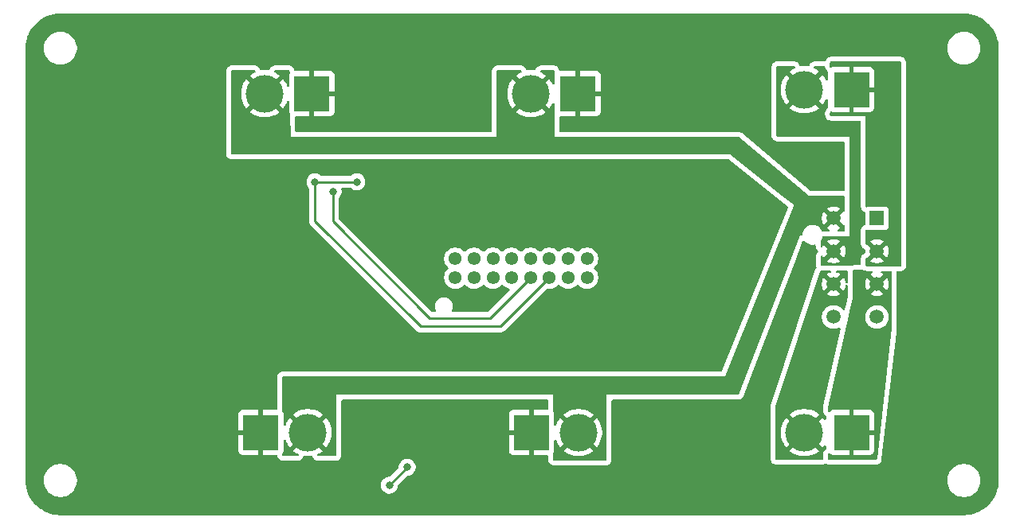
<source format=gbl>
G04 #@! TF.GenerationSoftware,KiCad,Pcbnew,9.0.0*
G04 #@! TF.CreationDate,2025-03-25T13:32:25-05:00*
G04 #@! TF.ProjectId,Turret,54757272-6574-42e6-9b69-6361645f7063,rev?*
G04 #@! TF.SameCoordinates,Original*
G04 #@! TF.FileFunction,Copper,L2,Bot*
G04 #@! TF.FilePolarity,Positive*
%FSLAX46Y46*%
G04 Gerber Fmt 4.6, Leading zero omitted, Abs format (unit mm)*
G04 Created by KiCad (PCBNEW 9.0.0) date 2025-03-25 13:32:25*
%MOMM*%
%LPD*%
G01*
G04 APERTURE LIST*
G04 #@! TA.AperFunction,ComponentPad*
%ADD10C,1.381000*%
G04 #@! TD*
G04 #@! TA.AperFunction,ComponentPad*
%ADD11R,1.520000X1.520000*%
G04 #@! TD*
G04 #@! TA.AperFunction,ComponentPad*
%ADD12C,1.520000*%
G04 #@! TD*
G04 #@! TA.AperFunction,ComponentPad*
%ADD13R,3.800000X3.800000*%
G04 #@! TD*
G04 #@! TA.AperFunction,ComponentPad*
%ADD14C,4.000000*%
G04 #@! TD*
G04 #@! TA.AperFunction,ViaPad*
%ADD15C,0.800000*%
G04 #@! TD*
G04 #@! TA.AperFunction,Conductor*
%ADD16C,0.250000*%
G04 #@! TD*
G04 APERTURE END LIST*
D10*
X86400000Y-60500000D03*
X86400000Y-62500000D03*
X88400000Y-60500000D03*
X88400000Y-62500000D03*
X90400000Y-60500000D03*
X90400000Y-62500000D03*
X92400000Y-60500000D03*
X92400000Y-62500000D03*
X94400000Y-60500000D03*
X94400000Y-62500000D03*
X96400000Y-60500000D03*
X96400000Y-62500000D03*
X98400000Y-60500000D03*
X98400000Y-62500000D03*
X100400000Y-60500000D03*
X100400000Y-62500000D03*
D11*
X131200000Y-56200001D03*
D12*
X131200000Y-59700001D03*
X131200000Y-63200001D03*
X131200000Y-66700001D03*
X126600000Y-56200001D03*
X126600000Y-59700001D03*
X126600000Y-63200001D03*
X126600000Y-66700001D03*
D13*
X71167000Y-42926000D03*
D14*
X66167000Y-42926000D03*
D13*
X128500000Y-42500000D03*
D14*
X123500000Y-42500000D03*
D13*
X99441000Y-42926000D03*
D14*
X94441000Y-42926000D03*
D13*
X128500000Y-79000000D03*
D14*
X123500000Y-79000000D03*
D13*
X65750000Y-78994000D03*
D14*
X70750000Y-78994000D03*
D13*
X94500000Y-78994000D03*
D14*
X99500000Y-78994000D03*
D15*
X71500000Y-52324000D03*
X75946000Y-52324000D03*
X73426000Y-53340000D03*
X81300000Y-82700000D03*
X79400000Y-84600004D03*
D16*
X71500000Y-56500000D02*
X82700000Y-67700000D01*
X91200000Y-67700000D02*
X96400000Y-62500000D01*
X71500000Y-52324000D02*
X71500000Y-56500000D01*
X82700000Y-67700000D02*
X91200000Y-67700000D01*
X75946000Y-52324000D02*
X71500000Y-52324000D01*
X79400000Y-84600000D02*
X81300000Y-82700000D01*
X79400000Y-84600004D02*
X79400000Y-84600000D01*
X73426000Y-56526000D02*
X83700000Y-66800000D01*
X83700000Y-66800000D02*
X90100000Y-66800000D01*
X90100000Y-66800000D02*
X94400000Y-62500000D01*
X73426000Y-53340000D02*
X73426000Y-56526000D01*
G04 #@! TA.AperFunction,Conductor*
G36*
X140453032Y-34400648D02*
G01*
X140806532Y-34418015D01*
X140818640Y-34419208D01*
X140927576Y-34435367D01*
X141165717Y-34470692D01*
X141177635Y-34473062D01*
X141518008Y-34558321D01*
X141529646Y-34561852D01*
X141859996Y-34680054D01*
X141871237Y-34684710D01*
X142096857Y-34791419D01*
X142188433Y-34834731D01*
X142199150Y-34840459D01*
X142500102Y-35020843D01*
X142510220Y-35027603D01*
X142792049Y-35236622D01*
X142801455Y-35244342D01*
X143061436Y-35479974D01*
X143070025Y-35488563D01*
X143231782Y-35667035D01*
X143305657Y-35748544D01*
X143313377Y-35757950D01*
X143522396Y-36039779D01*
X143529156Y-36049897D01*
X143706334Y-36345501D01*
X143709533Y-36350837D01*
X143715270Y-36361570D01*
X143865289Y-36678762D01*
X143869945Y-36690003D01*
X143988147Y-37020353D01*
X143991680Y-37031998D01*
X144076934Y-37372351D01*
X144079308Y-37384287D01*
X144130791Y-37731359D01*
X144131984Y-37743468D01*
X144149351Y-38096966D01*
X144149500Y-38103051D01*
X144149500Y-84096948D01*
X144149351Y-84103033D01*
X144131984Y-84456531D01*
X144130791Y-84468640D01*
X144079308Y-84815712D01*
X144076934Y-84827648D01*
X143991680Y-85168001D01*
X143988147Y-85179646D01*
X143869945Y-85509996D01*
X143865289Y-85521237D01*
X143715270Y-85838429D01*
X143709533Y-85849162D01*
X143529156Y-86150102D01*
X143522396Y-86160220D01*
X143313377Y-86442049D01*
X143305657Y-86451455D01*
X143070033Y-86711428D01*
X143061428Y-86720033D01*
X142801455Y-86955657D01*
X142792049Y-86963377D01*
X142510220Y-87172396D01*
X142500102Y-87179156D01*
X142199162Y-87359533D01*
X142188429Y-87365270D01*
X141871237Y-87515289D01*
X141859996Y-87519945D01*
X141529646Y-87638147D01*
X141518001Y-87641680D01*
X141177648Y-87726934D01*
X141165712Y-87729308D01*
X140818640Y-87780791D01*
X140806531Y-87781984D01*
X140473016Y-87798369D01*
X140453031Y-87799351D01*
X140446949Y-87799500D01*
X44453051Y-87799500D01*
X44446968Y-87799351D01*
X44425811Y-87798311D01*
X44093468Y-87781984D01*
X44081359Y-87780791D01*
X43734287Y-87729308D01*
X43722351Y-87726934D01*
X43381998Y-87641680D01*
X43370353Y-87638147D01*
X43040003Y-87519945D01*
X43028762Y-87515289D01*
X42711570Y-87365270D01*
X42700842Y-87359535D01*
X42399897Y-87179156D01*
X42389779Y-87172396D01*
X42107950Y-86963377D01*
X42098544Y-86955657D01*
X41982295Y-86850296D01*
X41838563Y-86720025D01*
X41829974Y-86711436D01*
X41594342Y-86451455D01*
X41586622Y-86442049D01*
X41377603Y-86160220D01*
X41370843Y-86150102D01*
X41190459Y-85849150D01*
X41184729Y-85838429D01*
X41034710Y-85521237D01*
X41030054Y-85509996D01*
X40911852Y-85179646D01*
X40908319Y-85168001D01*
X40823062Y-84827635D01*
X40820691Y-84815712D01*
X40801850Y-84688699D01*
X40769208Y-84468640D01*
X40768015Y-84456530D01*
X40767351Y-84443022D01*
X40750649Y-84103032D01*
X40750500Y-84096948D01*
X40750500Y-83985010D01*
X42695500Y-83985010D01*
X42695500Y-84214989D01*
X42695501Y-84215005D01*
X42725518Y-84443009D01*
X42725519Y-84443014D01*
X42725520Y-84443020D01*
X42777082Y-84635452D01*
X42785046Y-84665175D01*
X42785049Y-84665185D01*
X42873057Y-84877654D01*
X42873061Y-84877664D01*
X42988055Y-85076839D01*
X43128064Y-85259303D01*
X43128070Y-85259310D01*
X43290689Y-85421929D01*
X43290696Y-85421935D01*
X43473160Y-85561944D01*
X43672335Y-85676938D01*
X43672336Y-85676938D01*
X43672339Y-85676940D01*
X43884824Y-85764954D01*
X44106980Y-85824480D01*
X44335004Y-85854500D01*
X44335011Y-85854500D01*
X44564989Y-85854500D01*
X44564996Y-85854500D01*
X44793020Y-85824480D01*
X45015176Y-85764954D01*
X45227661Y-85676940D01*
X45426840Y-85561944D01*
X45609305Y-85421934D01*
X45771934Y-85259305D01*
X45911944Y-85076840D01*
X46026940Y-84877661D01*
X46114954Y-84665176D01*
X46156182Y-84511308D01*
X78499500Y-84511308D01*
X78499500Y-84688699D01*
X78534103Y-84862662D01*
X78534106Y-84862671D01*
X78601983Y-85026544D01*
X78601990Y-85026557D01*
X78700535Y-85174038D01*
X78700538Y-85174042D01*
X78825961Y-85299465D01*
X78825965Y-85299468D01*
X78973446Y-85398013D01*
X78973459Y-85398020D01*
X79096363Y-85448927D01*
X79137334Y-85465898D01*
X79137336Y-85465898D01*
X79137341Y-85465900D01*
X79311304Y-85500503D01*
X79311307Y-85500504D01*
X79311309Y-85500504D01*
X79488693Y-85500504D01*
X79488694Y-85500503D01*
X79546682Y-85488968D01*
X79662658Y-85465900D01*
X79662661Y-85465898D01*
X79662666Y-85465898D01*
X79826547Y-85398017D01*
X79974035Y-85299468D01*
X80099464Y-85174039D01*
X80198013Y-85026551D01*
X80265894Y-84862670D01*
X80272861Y-84827648D01*
X80300499Y-84688699D01*
X80300500Y-84688697D01*
X80300500Y-84635452D01*
X80320185Y-84568413D01*
X80336819Y-84547771D01*
X80899580Y-83985010D01*
X138695500Y-83985010D01*
X138695500Y-84214989D01*
X138695501Y-84215005D01*
X138725518Y-84443009D01*
X138725519Y-84443014D01*
X138725520Y-84443020D01*
X138777082Y-84635452D01*
X138785046Y-84665175D01*
X138785049Y-84665185D01*
X138873057Y-84877654D01*
X138873061Y-84877664D01*
X138988055Y-85076839D01*
X139128064Y-85259303D01*
X139128070Y-85259310D01*
X139290689Y-85421929D01*
X139290696Y-85421935D01*
X139473160Y-85561944D01*
X139672335Y-85676938D01*
X139672336Y-85676938D01*
X139672339Y-85676940D01*
X139884824Y-85764954D01*
X140106980Y-85824480D01*
X140335004Y-85854500D01*
X140335011Y-85854500D01*
X140564989Y-85854500D01*
X140564996Y-85854500D01*
X140793020Y-85824480D01*
X141015176Y-85764954D01*
X141227661Y-85676940D01*
X141426840Y-85561944D01*
X141609305Y-85421934D01*
X141771934Y-85259305D01*
X141911944Y-85076840D01*
X142026940Y-84877661D01*
X142114954Y-84665176D01*
X142174480Y-84443020D01*
X142204500Y-84214996D01*
X142204500Y-83985004D01*
X142174480Y-83756980D01*
X142114954Y-83534824D01*
X142026940Y-83322339D01*
X141999053Y-83274038D01*
X141911944Y-83123160D01*
X141771935Y-82940696D01*
X141771929Y-82940689D01*
X141609310Y-82778070D01*
X141609303Y-82778064D01*
X141426839Y-82638055D01*
X141227664Y-82523061D01*
X141227654Y-82523057D01*
X141015185Y-82435049D01*
X141015178Y-82435047D01*
X141015176Y-82435046D01*
X140793020Y-82375520D01*
X140793014Y-82375519D01*
X140793009Y-82375518D01*
X140565005Y-82345501D01*
X140565002Y-82345500D01*
X140564996Y-82345500D01*
X140335004Y-82345500D01*
X140334998Y-82345500D01*
X140334994Y-82345501D01*
X140106990Y-82375518D01*
X140106983Y-82375519D01*
X140106980Y-82375520D01*
X139994846Y-82405566D01*
X139884824Y-82435046D01*
X139884814Y-82435049D01*
X139672345Y-82523057D01*
X139672335Y-82523061D01*
X139473160Y-82638055D01*
X139290696Y-82778064D01*
X139290689Y-82778070D01*
X139128070Y-82940689D01*
X139128064Y-82940696D01*
X138988055Y-83123160D01*
X138873061Y-83322335D01*
X138873057Y-83322345D01*
X138785049Y-83534814D01*
X138785046Y-83534824D01*
X138725521Y-83756977D01*
X138725518Y-83756990D01*
X138695501Y-83984994D01*
X138695500Y-83985010D01*
X80899580Y-83985010D01*
X81247771Y-83636819D01*
X81309094Y-83603334D01*
X81335452Y-83600500D01*
X81388693Y-83600500D01*
X81388694Y-83600499D01*
X81446682Y-83588964D01*
X81562658Y-83565896D01*
X81562661Y-83565894D01*
X81562666Y-83565894D01*
X81726547Y-83498013D01*
X81874035Y-83399464D01*
X81999464Y-83274035D01*
X82098013Y-83126547D01*
X82098014Y-83126542D01*
X82098018Y-83126537D01*
X82138352Y-83029158D01*
X82165894Y-82962666D01*
X82170265Y-82940695D01*
X82200499Y-82788695D01*
X82200500Y-82788693D01*
X82200500Y-82611306D01*
X82200499Y-82611304D01*
X82165896Y-82437341D01*
X82165893Y-82437332D01*
X82164947Y-82435049D01*
X82143280Y-82382739D01*
X82098016Y-82273459D01*
X82098009Y-82273446D01*
X81999464Y-82125965D01*
X81999461Y-82125961D01*
X81874038Y-82000538D01*
X81874034Y-82000535D01*
X81726553Y-81901990D01*
X81726540Y-81901983D01*
X81562667Y-81834106D01*
X81562658Y-81834103D01*
X81388694Y-81799500D01*
X81388691Y-81799500D01*
X81211309Y-81799500D01*
X81211306Y-81799500D01*
X81037341Y-81834103D01*
X81037332Y-81834106D01*
X80873459Y-81901983D01*
X80873446Y-81901990D01*
X80725965Y-82000535D01*
X80725961Y-82000538D01*
X80600538Y-82125961D01*
X80600535Y-82125965D01*
X80501990Y-82273446D01*
X80501983Y-82273459D01*
X80434106Y-82437332D01*
X80434103Y-82437341D01*
X80399500Y-82611304D01*
X80399500Y-82664548D01*
X80379815Y-82731587D01*
X80363181Y-82752229D01*
X79452225Y-83663185D01*
X79390902Y-83696670D01*
X79364544Y-83699504D01*
X79311306Y-83699504D01*
X79137341Y-83734107D01*
X79137332Y-83734110D01*
X78973459Y-83801987D01*
X78973446Y-83801994D01*
X78825965Y-83900539D01*
X78825961Y-83900542D01*
X78700538Y-84025965D01*
X78700535Y-84025969D01*
X78601990Y-84173450D01*
X78601983Y-84173463D01*
X78534106Y-84337336D01*
X78534103Y-84337345D01*
X78499500Y-84511308D01*
X46156182Y-84511308D01*
X46174480Y-84443020D01*
X46204500Y-84214996D01*
X46204500Y-83985004D01*
X46174480Y-83756980D01*
X46114954Y-83534824D01*
X46026940Y-83322339D01*
X45999053Y-83274038D01*
X45911944Y-83123160D01*
X45771935Y-82940696D01*
X45771929Y-82940689D01*
X45609310Y-82778070D01*
X45609303Y-82778064D01*
X45426839Y-82638055D01*
X45227664Y-82523061D01*
X45227654Y-82523057D01*
X45015185Y-82435049D01*
X45015178Y-82435047D01*
X45015176Y-82435046D01*
X44793020Y-82375520D01*
X44793014Y-82375519D01*
X44793009Y-82375518D01*
X44565005Y-82345501D01*
X44565002Y-82345500D01*
X44564996Y-82345500D01*
X44335004Y-82345500D01*
X44334998Y-82345500D01*
X44334994Y-82345501D01*
X44106990Y-82375518D01*
X44106983Y-82375519D01*
X44106980Y-82375520D01*
X43994846Y-82405566D01*
X43884824Y-82435046D01*
X43884814Y-82435049D01*
X43672345Y-82523057D01*
X43672335Y-82523061D01*
X43473160Y-82638055D01*
X43290696Y-82778064D01*
X43290689Y-82778070D01*
X43128070Y-82940689D01*
X43128064Y-82940696D01*
X42988055Y-83123160D01*
X42873061Y-83322335D01*
X42873057Y-83322345D01*
X42785049Y-83534814D01*
X42785046Y-83534824D01*
X42725521Y-83756977D01*
X42725518Y-83756990D01*
X42695501Y-83984994D01*
X42695500Y-83985010D01*
X40750500Y-83985010D01*
X40750500Y-52235304D01*
X70599500Y-52235304D01*
X70599500Y-52412695D01*
X70634103Y-52586658D01*
X70634106Y-52586667D01*
X70701983Y-52750540D01*
X70701990Y-52750553D01*
X70800535Y-52898034D01*
X70800538Y-52898038D01*
X70838180Y-52935679D01*
X70871666Y-52997001D01*
X70874500Y-53023361D01*
X70874500Y-56561608D01*
X70879031Y-56584388D01*
X70879034Y-56584399D01*
X70879672Y-56587607D01*
X70898537Y-56682452D01*
X70909306Y-56708451D01*
X70945688Y-56796286D01*
X70958910Y-56816074D01*
X70970324Y-56833155D01*
X70970325Y-56833157D01*
X71014141Y-56898732D01*
X71014144Y-56898736D01*
X71105586Y-56990178D01*
X71105608Y-56990198D01*
X82214139Y-68098729D01*
X82214142Y-68098733D01*
X82301267Y-68185858D01*
X82378190Y-68237256D01*
X82383990Y-68241132D01*
X82383993Y-68241134D01*
X82403710Y-68254309D01*
X82403712Y-68254310D01*
X82403715Y-68254312D01*
X82470396Y-68281931D01*
X82470398Y-68281933D01*
X82510640Y-68298601D01*
X82517548Y-68301463D01*
X82577971Y-68313481D01*
X82638393Y-68325500D01*
X91261607Y-68325500D01*
X91322029Y-68313481D01*
X91382452Y-68301463D01*
X91415792Y-68287652D01*
X91496286Y-68254312D01*
X91547509Y-68220084D01*
X91598733Y-68185858D01*
X91685858Y-68098733D01*
X91685858Y-68098731D01*
X91696066Y-68088524D01*
X91696067Y-68088521D01*
X96077995Y-63706594D01*
X96139316Y-63673111D01*
X96185068Y-63671804D01*
X96306266Y-63691000D01*
X96306267Y-63691000D01*
X96493739Y-63691000D01*
X96596600Y-63674707D01*
X96678893Y-63661674D01*
X96857185Y-63603743D01*
X97024220Y-63518635D01*
X97175885Y-63408444D01*
X97308444Y-63275885D01*
X97308444Y-63275884D01*
X97311889Y-63272440D01*
X97313478Y-63274029D01*
X97364154Y-63240911D01*
X97434022Y-63240376D01*
X97486816Y-63273734D01*
X97488111Y-63272440D01*
X97491556Y-63275885D01*
X97624115Y-63408444D01*
X97775780Y-63518635D01*
X97942815Y-63603743D01*
X98121107Y-63661674D01*
X98185066Y-63671804D01*
X98306261Y-63691000D01*
X98306266Y-63691000D01*
X98493739Y-63691000D01*
X98596600Y-63674707D01*
X98678893Y-63661674D01*
X98857185Y-63603743D01*
X99024220Y-63518635D01*
X99175885Y-63408444D01*
X99308444Y-63275885D01*
X99308444Y-63275884D01*
X99311889Y-63272440D01*
X99313478Y-63274029D01*
X99364154Y-63240911D01*
X99434022Y-63240376D01*
X99486816Y-63273734D01*
X99488111Y-63272440D01*
X99491556Y-63275885D01*
X99624115Y-63408444D01*
X99775780Y-63518635D01*
X99942815Y-63603743D01*
X100121107Y-63661674D01*
X100185066Y-63671804D01*
X100306261Y-63691000D01*
X100306266Y-63691000D01*
X100493739Y-63691000D01*
X100596600Y-63674707D01*
X100678893Y-63661674D01*
X100857185Y-63603743D01*
X101024220Y-63518635D01*
X101175885Y-63408444D01*
X101308444Y-63275885D01*
X101418635Y-63124220D01*
X101503743Y-62957185D01*
X101561674Y-62778893D01*
X101574707Y-62696600D01*
X101591000Y-62593739D01*
X101591000Y-62406260D01*
X101561674Y-62221110D01*
X101561674Y-62221107D01*
X101503743Y-62042815D01*
X101418635Y-61875780D01*
X101308444Y-61724115D01*
X101175885Y-61591556D01*
X101172440Y-61588111D01*
X101174029Y-61586521D01*
X101140911Y-61535846D01*
X101140376Y-61465978D01*
X101173734Y-61413183D01*
X101172440Y-61411889D01*
X101207425Y-61376904D01*
X101308444Y-61275885D01*
X101418635Y-61124220D01*
X101503743Y-60957185D01*
X101561674Y-60778893D01*
X101574707Y-60696600D01*
X101591000Y-60593739D01*
X101591000Y-60406260D01*
X101561674Y-60221110D01*
X101561674Y-60221107D01*
X101503743Y-60042815D01*
X101418635Y-59875780D01*
X101308444Y-59724115D01*
X101175885Y-59591556D01*
X101024220Y-59481365D01*
X100857185Y-59396257D01*
X100678893Y-59338326D01*
X100678891Y-59338325D01*
X100678889Y-59338325D01*
X100493739Y-59309000D01*
X100493734Y-59309000D01*
X100306266Y-59309000D01*
X100306261Y-59309000D01*
X100121110Y-59338325D01*
X99942812Y-59396258D01*
X99775779Y-59481365D01*
X99746786Y-59502430D01*
X99624115Y-59591556D01*
X99624113Y-59591558D01*
X99624112Y-59591558D01*
X99488111Y-59727560D01*
X99486539Y-59725988D01*
X99435729Y-59759123D01*
X99365861Y-59759590D01*
X99313204Y-59726244D01*
X99311889Y-59727560D01*
X99175887Y-59591558D01*
X99175885Y-59591556D01*
X99024220Y-59481365D01*
X98857185Y-59396257D01*
X98678893Y-59338326D01*
X98678891Y-59338325D01*
X98678889Y-59338325D01*
X98493739Y-59309000D01*
X98493734Y-59309000D01*
X98306266Y-59309000D01*
X98306261Y-59309000D01*
X98121110Y-59338325D01*
X97942812Y-59396258D01*
X97775779Y-59481365D01*
X97746786Y-59502430D01*
X97624115Y-59591556D01*
X97624113Y-59591558D01*
X97624112Y-59591558D01*
X97488111Y-59727560D01*
X97486539Y-59725988D01*
X97435729Y-59759123D01*
X97365861Y-59759590D01*
X97313204Y-59726244D01*
X97311889Y-59727560D01*
X97175887Y-59591558D01*
X97175885Y-59591556D01*
X97024220Y-59481365D01*
X96857185Y-59396257D01*
X96678893Y-59338326D01*
X96678891Y-59338325D01*
X96678889Y-59338325D01*
X96493739Y-59309000D01*
X96493734Y-59309000D01*
X96306266Y-59309000D01*
X96306261Y-59309000D01*
X96121110Y-59338325D01*
X95942812Y-59396258D01*
X95775779Y-59481365D01*
X95746786Y-59502430D01*
X95624115Y-59591556D01*
X95624113Y-59591558D01*
X95624112Y-59591558D01*
X95488111Y-59727560D01*
X95486539Y-59725988D01*
X95435729Y-59759123D01*
X95365861Y-59759590D01*
X95313204Y-59726244D01*
X95311889Y-59727560D01*
X95175887Y-59591558D01*
X95175885Y-59591556D01*
X95024220Y-59481365D01*
X94857185Y-59396257D01*
X94678893Y-59338326D01*
X94678891Y-59338325D01*
X94678889Y-59338325D01*
X94493739Y-59309000D01*
X94493734Y-59309000D01*
X94306266Y-59309000D01*
X94306261Y-59309000D01*
X94121110Y-59338325D01*
X93942812Y-59396258D01*
X93775779Y-59481365D01*
X93746786Y-59502430D01*
X93624115Y-59591556D01*
X93624113Y-59591558D01*
X93624112Y-59591558D01*
X93488111Y-59727560D01*
X93486539Y-59725988D01*
X93435729Y-59759123D01*
X93365861Y-59759590D01*
X93313204Y-59726244D01*
X93311889Y-59727560D01*
X93175887Y-59591558D01*
X93175885Y-59591556D01*
X93024220Y-59481365D01*
X92857185Y-59396257D01*
X92678893Y-59338326D01*
X92678891Y-59338325D01*
X92678889Y-59338325D01*
X92493739Y-59309000D01*
X92493734Y-59309000D01*
X92306266Y-59309000D01*
X92306261Y-59309000D01*
X92121110Y-59338325D01*
X91942812Y-59396258D01*
X91775779Y-59481365D01*
X91746786Y-59502430D01*
X91624115Y-59591556D01*
X91624113Y-59591558D01*
X91624112Y-59591558D01*
X91488111Y-59727560D01*
X91486539Y-59725988D01*
X91435729Y-59759123D01*
X91365861Y-59759590D01*
X91313204Y-59726244D01*
X91311889Y-59727560D01*
X91175887Y-59591558D01*
X91175885Y-59591556D01*
X91024220Y-59481365D01*
X90857185Y-59396257D01*
X90678893Y-59338326D01*
X90678891Y-59338325D01*
X90678889Y-59338325D01*
X90493739Y-59309000D01*
X90493734Y-59309000D01*
X90306266Y-59309000D01*
X90306261Y-59309000D01*
X90121110Y-59338325D01*
X89942812Y-59396258D01*
X89775779Y-59481365D01*
X89746786Y-59502430D01*
X89624115Y-59591556D01*
X89624113Y-59591558D01*
X89624112Y-59591558D01*
X89488111Y-59727560D01*
X89486539Y-59725988D01*
X89435729Y-59759123D01*
X89365861Y-59759590D01*
X89313204Y-59726244D01*
X89311889Y-59727560D01*
X89175887Y-59591558D01*
X89175885Y-59591556D01*
X89024220Y-59481365D01*
X88857185Y-59396257D01*
X88678893Y-59338326D01*
X88678891Y-59338325D01*
X88678889Y-59338325D01*
X88493739Y-59309000D01*
X88493734Y-59309000D01*
X88306266Y-59309000D01*
X88306261Y-59309000D01*
X88121110Y-59338325D01*
X87942812Y-59396258D01*
X87775779Y-59481365D01*
X87746786Y-59502430D01*
X87624115Y-59591556D01*
X87624113Y-59591558D01*
X87624112Y-59591558D01*
X87488111Y-59727560D01*
X87486539Y-59725988D01*
X87435729Y-59759123D01*
X87365861Y-59759590D01*
X87313204Y-59726244D01*
X87311889Y-59727560D01*
X87175887Y-59591558D01*
X87175885Y-59591556D01*
X87024220Y-59481365D01*
X86857185Y-59396257D01*
X86678893Y-59338326D01*
X86678891Y-59338325D01*
X86678889Y-59338325D01*
X86493739Y-59309000D01*
X86493734Y-59309000D01*
X86306266Y-59309000D01*
X86306261Y-59309000D01*
X86121110Y-59338325D01*
X85942812Y-59396258D01*
X85775779Y-59481365D01*
X85746786Y-59502430D01*
X85624115Y-59591556D01*
X85624113Y-59591558D01*
X85624112Y-59591558D01*
X85491558Y-59724112D01*
X85491558Y-59724113D01*
X85491556Y-59724115D01*
X85472059Y-59750951D01*
X85381365Y-59875779D01*
X85296258Y-60042812D01*
X85238325Y-60221110D01*
X85209000Y-60406260D01*
X85209000Y-60593739D01*
X85238325Y-60778889D01*
X85238326Y-60778893D01*
X85296257Y-60957185D01*
X85381365Y-61124220D01*
X85491556Y-61275885D01*
X85491558Y-61275887D01*
X85627560Y-61411889D01*
X85625988Y-61413460D01*
X85659123Y-61464271D01*
X85659590Y-61534139D01*
X85626244Y-61586795D01*
X85627560Y-61588111D01*
X85491558Y-61724112D01*
X85491558Y-61724113D01*
X85491556Y-61724115D01*
X85448963Y-61782739D01*
X85381365Y-61875779D01*
X85296258Y-62042812D01*
X85238325Y-62221110D01*
X85209000Y-62406260D01*
X85209000Y-62593739D01*
X85238325Y-62778889D01*
X85238326Y-62778893D01*
X85296257Y-62957185D01*
X85381365Y-63124220D01*
X85491556Y-63275885D01*
X85624115Y-63408444D01*
X85775780Y-63518635D01*
X85942815Y-63603743D01*
X86121107Y-63661674D01*
X86185066Y-63671804D01*
X86306261Y-63691000D01*
X86306266Y-63691000D01*
X86493739Y-63691000D01*
X86596600Y-63674707D01*
X86678893Y-63661674D01*
X86857185Y-63603743D01*
X87024220Y-63518635D01*
X87175885Y-63408444D01*
X87308444Y-63275885D01*
X87308444Y-63275884D01*
X87311889Y-63272440D01*
X87313478Y-63274029D01*
X87364154Y-63240911D01*
X87434022Y-63240376D01*
X87486816Y-63273734D01*
X87488111Y-63272440D01*
X87491556Y-63275885D01*
X87624115Y-63408444D01*
X87775780Y-63518635D01*
X87942815Y-63603743D01*
X88121107Y-63661674D01*
X88185066Y-63671804D01*
X88306261Y-63691000D01*
X88306266Y-63691000D01*
X88493739Y-63691000D01*
X88596600Y-63674707D01*
X88678893Y-63661674D01*
X88857185Y-63603743D01*
X89024220Y-63518635D01*
X89175885Y-63408444D01*
X89308444Y-63275885D01*
X89308444Y-63275884D01*
X89311889Y-63272440D01*
X89313478Y-63274029D01*
X89364154Y-63240911D01*
X89434022Y-63240376D01*
X89486816Y-63273734D01*
X89488111Y-63272440D01*
X89491556Y-63275885D01*
X89624115Y-63408444D01*
X89775780Y-63518635D01*
X89942815Y-63603743D01*
X90121107Y-63661674D01*
X90185066Y-63671804D01*
X90306261Y-63691000D01*
X90306266Y-63691000D01*
X90493739Y-63691000D01*
X90596600Y-63674707D01*
X90678893Y-63661674D01*
X90857185Y-63603743D01*
X91024220Y-63518635D01*
X91175885Y-63408444D01*
X91308444Y-63275885D01*
X91308444Y-63275884D01*
X91311889Y-63272440D01*
X91313478Y-63274029D01*
X91364154Y-63240911D01*
X91434022Y-63240376D01*
X91486816Y-63273734D01*
X91488111Y-63272440D01*
X91491556Y-63275885D01*
X91624115Y-63408444D01*
X91775780Y-63518635D01*
X91942815Y-63603743D01*
X92104243Y-63656194D01*
X92161916Y-63695630D01*
X92189115Y-63759989D01*
X92177200Y-63828835D01*
X92153604Y-63861805D01*
X89877229Y-66138181D01*
X89815906Y-66171666D01*
X89789548Y-66174500D01*
X86160046Y-66174500D01*
X86093007Y-66154815D01*
X86047252Y-66102011D01*
X86037308Y-66032853D01*
X86045485Y-66003047D01*
X86045867Y-66002125D01*
X86117819Y-65828417D01*
X86154500Y-65644010D01*
X86154500Y-65455990D01*
X86154500Y-65455987D01*
X86154499Y-65455985D01*
X86117820Y-65271590D01*
X86117819Y-65271583D01*
X86117817Y-65271578D01*
X86045870Y-65097881D01*
X86045863Y-65097868D01*
X85941408Y-64941542D01*
X85941405Y-64941538D01*
X85808461Y-64808594D01*
X85808457Y-64808591D01*
X85652131Y-64704136D01*
X85652118Y-64704129D01*
X85478421Y-64632182D01*
X85478409Y-64632179D01*
X85294013Y-64595500D01*
X85294010Y-64595500D01*
X85105990Y-64595500D01*
X85105987Y-64595500D01*
X84921590Y-64632179D01*
X84921578Y-64632182D01*
X84747881Y-64704129D01*
X84747868Y-64704136D01*
X84591542Y-64808591D01*
X84591538Y-64808594D01*
X84458594Y-64941538D01*
X84458591Y-64941542D01*
X84354136Y-65097868D01*
X84354129Y-65097881D01*
X84282182Y-65271578D01*
X84282179Y-65271590D01*
X84245500Y-65455985D01*
X84245500Y-65644014D01*
X84282179Y-65828409D01*
X84282181Y-65828417D01*
X84354515Y-66003047D01*
X84358022Y-66035675D01*
X84362692Y-66068147D01*
X84361738Y-66070234D01*
X84361984Y-66072517D01*
X84347295Y-66101860D01*
X84333667Y-66131703D01*
X84331736Y-66132943D01*
X84330709Y-66134996D01*
X84302493Y-66151736D01*
X84274889Y-66169477D01*
X84271859Y-66169912D01*
X84270620Y-66170648D01*
X84239954Y-66174500D01*
X84010452Y-66174500D01*
X83943413Y-66154815D01*
X83922771Y-66138181D01*
X74087819Y-56303229D01*
X74054334Y-56241906D01*
X74051500Y-56215548D01*
X74051500Y-54039361D01*
X74071185Y-53972322D01*
X74087820Y-53951679D01*
X74125461Y-53914038D01*
X74125464Y-53914035D01*
X74224013Y-53766547D01*
X74291894Y-53602666D01*
X74326500Y-53428691D01*
X74326500Y-53251309D01*
X74326500Y-53251306D01*
X74326499Y-53251304D01*
X74295944Y-53097691D01*
X74302171Y-53028100D01*
X74345034Y-52972922D01*
X74410924Y-52949678D01*
X74417561Y-52949500D01*
X75246639Y-52949500D01*
X75313678Y-52969185D01*
X75334321Y-52985820D01*
X75371961Y-53023461D01*
X75371965Y-53023464D01*
X75519446Y-53122009D01*
X75519459Y-53122016D01*
X75636512Y-53170500D01*
X75683334Y-53189894D01*
X75683336Y-53189894D01*
X75683341Y-53189896D01*
X75857304Y-53224499D01*
X75857307Y-53224500D01*
X75857309Y-53224500D01*
X76034693Y-53224500D01*
X76034694Y-53224499D01*
X76092682Y-53212964D01*
X76208658Y-53189896D01*
X76208661Y-53189894D01*
X76208666Y-53189894D01*
X76372547Y-53122013D01*
X76520035Y-53023464D01*
X76645464Y-52898035D01*
X76744013Y-52750547D01*
X76811894Y-52586666D01*
X76846500Y-52412691D01*
X76846500Y-52235309D01*
X76846500Y-52235306D01*
X76846499Y-52235304D01*
X76811896Y-52061341D01*
X76811893Y-52061332D01*
X76744016Y-51897459D01*
X76744009Y-51897446D01*
X76645464Y-51749965D01*
X76645461Y-51749961D01*
X76520038Y-51624538D01*
X76520034Y-51624535D01*
X76372553Y-51525990D01*
X76372540Y-51525983D01*
X76208667Y-51458106D01*
X76208658Y-51458103D01*
X76034694Y-51423500D01*
X76034691Y-51423500D01*
X75857309Y-51423500D01*
X75857306Y-51423500D01*
X75683341Y-51458103D01*
X75683332Y-51458106D01*
X75519459Y-51525983D01*
X75519446Y-51525990D01*
X75371965Y-51624535D01*
X75371961Y-51624538D01*
X75334321Y-51662180D01*
X75272999Y-51695666D01*
X75246639Y-51698500D01*
X72199361Y-51698500D01*
X72132322Y-51678815D01*
X72111679Y-51662180D01*
X72074038Y-51624538D01*
X72074034Y-51624535D01*
X71926553Y-51525990D01*
X71926540Y-51525983D01*
X71762667Y-51458106D01*
X71762658Y-51458103D01*
X71588694Y-51423500D01*
X71588691Y-51423500D01*
X71411309Y-51423500D01*
X71411306Y-51423500D01*
X71237341Y-51458103D01*
X71237332Y-51458106D01*
X71073459Y-51525983D01*
X71073446Y-51525990D01*
X70925965Y-51624535D01*
X70925961Y-51624538D01*
X70800538Y-51749961D01*
X70800535Y-51749965D01*
X70701990Y-51897446D01*
X70701983Y-51897459D01*
X70634106Y-52061332D01*
X70634103Y-52061341D01*
X70599500Y-52235304D01*
X40750500Y-52235304D01*
X40750500Y-40550000D01*
X62061500Y-40550000D01*
X62061500Y-49279000D01*
X62061501Y-49279009D01*
X62073052Y-49386450D01*
X62073054Y-49386462D01*
X62084260Y-49437972D01*
X62118383Y-49540497D01*
X62118386Y-49540503D01*
X62196171Y-49661537D01*
X62196179Y-49661548D01*
X62241923Y-49714340D01*
X62241926Y-49714343D01*
X62241930Y-49714347D01*
X62350664Y-49808567D01*
X62481541Y-49868338D01*
X62548580Y-49888023D01*
X62548584Y-49888024D01*
X62691000Y-49908500D01*
X115350288Y-49908500D01*
X115417327Y-49928185D01*
X115427447Y-49935430D01*
X121733353Y-54947862D01*
X121773584Y-55004986D01*
X121776545Y-55074793D01*
X121771161Y-55091390D01*
X114756516Y-72449660D01*
X114713148Y-72504441D01*
X114647047Y-72527079D01*
X114641462Y-72527201D01*
X68540908Y-72494876D01*
X68128440Y-72494587D01*
X68128439Y-72494587D01*
X68128436Y-72494587D01*
X68020813Y-72506101D01*
X68020788Y-72506105D01*
X67969202Y-72517309D01*
X67969199Y-72517310D01*
X67866499Y-72551472D01*
X67866492Y-72551476D01*
X67745462Y-72629257D01*
X67745451Y-72629266D01*
X67692659Y-72675010D01*
X67598433Y-72783751D01*
X67598430Y-72783755D01*
X67538664Y-72914621D01*
X67518976Y-72981669D01*
X67498500Y-73124088D01*
X67498500Y-76470000D01*
X67478815Y-76537039D01*
X67426011Y-76582794D01*
X67374500Y-76594000D01*
X66000000Y-76594000D01*
X66000000Y-77666768D01*
X65856247Y-77644000D01*
X65643753Y-77644000D01*
X65500000Y-77666768D01*
X65500000Y-76594000D01*
X63802155Y-76594000D01*
X63742627Y-76600401D01*
X63742620Y-76600403D01*
X63607913Y-76650645D01*
X63607906Y-76650649D01*
X63492812Y-76736809D01*
X63492809Y-76736812D01*
X63406649Y-76851906D01*
X63406645Y-76851913D01*
X63356403Y-76986620D01*
X63356401Y-76986627D01*
X63350000Y-77046155D01*
X63350000Y-78744000D01*
X64422769Y-78744000D01*
X64400000Y-78887753D01*
X64400000Y-79100247D01*
X64422769Y-79244000D01*
X63350000Y-79244000D01*
X63350000Y-80941844D01*
X63356401Y-81001372D01*
X63356403Y-81001379D01*
X63406645Y-81136086D01*
X63406649Y-81136093D01*
X63492809Y-81251187D01*
X63492812Y-81251190D01*
X63607906Y-81337350D01*
X63607913Y-81337354D01*
X63742620Y-81387596D01*
X63742627Y-81387598D01*
X63802155Y-81393999D01*
X63802172Y-81394000D01*
X65500000Y-81394000D01*
X65500000Y-80321231D01*
X65643753Y-80344000D01*
X65856247Y-80344000D01*
X66000000Y-80321231D01*
X66000000Y-81394000D01*
X67389408Y-81394000D01*
X67414882Y-81401480D01*
X67441159Y-81405315D01*
X67447889Y-81411172D01*
X67456447Y-81413685D01*
X67473832Y-81433748D01*
X67493865Y-81451182D01*
X67498351Y-81462045D01*
X67502202Y-81466489D01*
X67508459Y-81483318D01*
X67509663Y-81487450D01*
X67523997Y-81553341D01*
X67536447Y-81580604D01*
X67539283Y-81589124D01*
X67539287Y-81589138D01*
X67555383Y-81637496D01*
X67555385Y-81637500D01*
X67574926Y-81667907D01*
X67581526Y-81679505D01*
X67582504Y-81681462D01*
X67583764Y-81684221D01*
X67584297Y-81685051D01*
X67584307Y-81685070D01*
X67620524Y-81741423D01*
X67621307Y-81742684D01*
X67621542Y-81743009D01*
X67621550Y-81743018D01*
X67622109Y-81743663D01*
X67632719Y-81757836D01*
X67633167Y-81758534D01*
X67633172Y-81758541D01*
X67639382Y-81765707D01*
X67639384Y-81765710D01*
X67647322Y-81774872D01*
X67649685Y-81777599D01*
X67649690Y-81777604D01*
X67678930Y-81811349D01*
X67678933Y-81811351D01*
X67678936Y-81811355D01*
X67679578Y-81811911D01*
X67692091Y-81824423D01*
X67711636Y-81846977D01*
X67715775Y-81851753D01*
X67746182Y-81871293D01*
X67760339Y-81881890D01*
X67787663Y-81905566D01*
X67818922Y-81919841D01*
X67820557Y-81920588D01*
X67832392Y-81926784D01*
X67834251Y-81927888D01*
X67836816Y-81929537D01*
X67845052Y-81933298D01*
X67876322Y-81947578D01*
X67876322Y-81947579D01*
X67900191Y-81958479D01*
X67900381Y-81958567D01*
X67900394Y-81958572D01*
X67901198Y-81958808D01*
X67917806Y-81965002D01*
X67918536Y-81965335D01*
X67918540Y-81965337D01*
X67943891Y-81972781D01*
X67943891Y-81972780D01*
X67976869Y-81982463D01*
X67976869Y-81982464D01*
X67984713Y-81984767D01*
X67985539Y-81985017D01*
X67985580Y-81985023D01*
X67985584Y-81985024D01*
X67986448Y-81985148D01*
X68003735Y-81988907D01*
X68038446Y-81999097D01*
X68074577Y-81999094D01*
X68092216Y-82000355D01*
X68128000Y-82005500D01*
X68128003Y-82005500D01*
X69648571Y-82005500D01*
X69750975Y-81995019D01*
X69800175Y-81984841D01*
X69898345Y-81953827D01*
X70020946Y-81878523D01*
X70074672Y-81833854D01*
X70171087Y-81727065D01*
X70233515Y-81597433D01*
X70247106Y-81554413D01*
X70286071Y-81496418D01*
X70350205Y-81468695D01*
X70379229Y-81468547D01*
X70548352Y-81487601D01*
X70609569Y-81494499D01*
X70609572Y-81494500D01*
X70609575Y-81494500D01*
X70890428Y-81494500D01*
X70890428Y-81494499D01*
X71122219Y-81468383D01*
X71191041Y-81480437D01*
X71242421Y-81527786D01*
X71255080Y-81556667D01*
X71264614Y-81589138D01*
X71278816Y-81637503D01*
X71278818Y-81637507D01*
X71356600Y-81758537D01*
X71356608Y-81758548D01*
X71402352Y-81811340D01*
X71402355Y-81811343D01*
X71402359Y-81811347D01*
X71511093Y-81905567D01*
X71511096Y-81905568D01*
X71511097Y-81905569D01*
X71627671Y-81958808D01*
X71641970Y-81965338D01*
X71709009Y-81985023D01*
X71709013Y-81985024D01*
X71851429Y-82005500D01*
X71851432Y-82005500D01*
X73679990Y-82005500D01*
X73680000Y-82005500D01*
X73787456Y-81993947D01*
X73838967Y-81982741D01*
X73873197Y-81971347D01*
X73941497Y-81948616D01*
X73941501Y-81948613D01*
X73941504Y-81948613D01*
X74062543Y-81870825D01*
X74115347Y-81825070D01*
X74209567Y-81716336D01*
X74269338Y-81585459D01*
X74289023Y-81518420D01*
X74289024Y-81518416D01*
X74309500Y-81376000D01*
X74309500Y-75629500D01*
X74329185Y-75562461D01*
X74381989Y-75516706D01*
X74433500Y-75505500D01*
X96170500Y-75505500D01*
X96237539Y-75525185D01*
X96283294Y-75577989D01*
X96294500Y-75629500D01*
X96294500Y-76470000D01*
X96274815Y-76537039D01*
X96222011Y-76582794D01*
X96170500Y-76594000D01*
X94750000Y-76594000D01*
X94750000Y-77666768D01*
X94606247Y-77644000D01*
X94393753Y-77644000D01*
X94250000Y-77666768D01*
X94250000Y-76594000D01*
X92552155Y-76594000D01*
X92492627Y-76600401D01*
X92492620Y-76600403D01*
X92357913Y-76650645D01*
X92357906Y-76650649D01*
X92242812Y-76736809D01*
X92242809Y-76736812D01*
X92156649Y-76851906D01*
X92156645Y-76851913D01*
X92106403Y-76986620D01*
X92106401Y-76986627D01*
X92100000Y-77046155D01*
X92100000Y-78744000D01*
X93172769Y-78744000D01*
X93150000Y-78887753D01*
X93150000Y-79100247D01*
X93172769Y-79244000D01*
X92100000Y-79244000D01*
X92100000Y-80941844D01*
X92106401Y-81001372D01*
X92106403Y-81001379D01*
X92156645Y-81136086D01*
X92156649Y-81136093D01*
X92242809Y-81251187D01*
X92242812Y-81251190D01*
X92357906Y-81337350D01*
X92357913Y-81337354D01*
X92492620Y-81387596D01*
X92492627Y-81387598D01*
X92552155Y-81393999D01*
X92552172Y-81394000D01*
X94250000Y-81394000D01*
X94250000Y-80321231D01*
X94393753Y-80344000D01*
X94606247Y-80344000D01*
X94750000Y-80321231D01*
X94750000Y-81394000D01*
X96170500Y-81394000D01*
X96237539Y-81413685D01*
X96283294Y-81466489D01*
X96294500Y-81518000D01*
X96294500Y-81876000D01*
X96294501Y-81876009D01*
X96306052Y-81983450D01*
X96306054Y-81983462D01*
X96317260Y-82034972D01*
X96351383Y-82137497D01*
X96351386Y-82137503D01*
X96429171Y-82258537D01*
X96429179Y-82258548D01*
X96474923Y-82311340D01*
X96474926Y-82311343D01*
X96474930Y-82311347D01*
X96583664Y-82405567D01*
X96583667Y-82405568D01*
X96583668Y-82405569D01*
X96677925Y-82448616D01*
X96714541Y-82465338D01*
X96781580Y-82485023D01*
X96781584Y-82485024D01*
X96924000Y-82505500D01*
X96924003Y-82505500D01*
X102375990Y-82505500D01*
X102376000Y-82505500D01*
X102483456Y-82493947D01*
X102534967Y-82482741D01*
X102569197Y-82471347D01*
X102637497Y-82448616D01*
X102637501Y-82448613D01*
X102637504Y-82448613D01*
X102758543Y-82370825D01*
X102811347Y-82325070D01*
X102905567Y-82216336D01*
X102965338Y-82085459D01*
X102985023Y-82018420D01*
X102985024Y-82018416D01*
X103005500Y-81876000D01*
X103005500Y-75629500D01*
X103025185Y-75562461D01*
X103077989Y-75516706D01*
X103129500Y-75505500D01*
X116414861Y-75505500D01*
X116430283Y-75505264D01*
X116430313Y-75505263D01*
X116430318Y-75505263D01*
X116432984Y-75505181D01*
X116437955Y-75505029D01*
X116453404Y-75504317D01*
X116453407Y-75504316D01*
X116453414Y-75504316D01*
X116594307Y-75475149D01*
X116660014Y-75451392D01*
X116786981Y-75383712D01*
X116889739Y-75283003D01*
X116932171Y-75227494D01*
X117002392Y-75101916D01*
X117762860Y-73124088D01*
X122440988Y-60957185D01*
X123330378Y-58644053D01*
X123372810Y-58588545D01*
X123438517Y-58564788D01*
X123506637Y-58580327D01*
X123546957Y-58617575D01*
X123547053Y-58617497D01*
X123547619Y-58618187D01*
X123549220Y-58619666D01*
X123550915Y-58622203D01*
X123550919Y-58622208D01*
X123697792Y-58769081D01*
X123697796Y-58769084D01*
X123870507Y-58884487D01*
X123870508Y-58884487D01*
X123870509Y-58884488D01*
X123870511Y-58884489D01*
X124062409Y-58963975D01*
X124062414Y-58963977D01*
X124266136Y-59004500D01*
X124266139Y-59004501D01*
X124266141Y-59004501D01*
X124473861Y-59004501D01*
X124553372Y-58988685D01*
X124622964Y-58994912D01*
X124678141Y-59037775D01*
X124701386Y-59103664D01*
X124701561Y-59109432D01*
X124701816Y-59145856D01*
X124701816Y-59145857D01*
X124711511Y-59240898D01*
X124720609Y-59286653D01*
X124748013Y-59378179D01*
X124820539Y-59502430D01*
X124820544Y-59502438D01*
X124863995Y-59557153D01*
X124931388Y-59620803D01*
X124966610Y-59681145D01*
X124963618Y-59750951D01*
X124928106Y-59804091D01*
X124900752Y-59828131D01*
X124807297Y-59937523D01*
X124807296Y-59937524D01*
X124748447Y-60068811D01*
X124729231Y-60135991D01*
X124729229Y-60136002D01*
X124709753Y-60278542D01*
X124709753Y-60278548D01*
X124715649Y-61119808D01*
X124715649Y-61119814D01*
X124727568Y-61225445D01*
X124727569Y-61225450D01*
X124727570Y-61225456D01*
X124738773Y-61276098D01*
X124752941Y-61318417D01*
X124772521Y-61376904D01*
X124774312Y-61380638D01*
X124774824Y-61383783D01*
X124774967Y-61384209D01*
X124774897Y-61384232D01*
X124776274Y-61392680D01*
X124782539Y-61403151D01*
X124781789Y-61426521D01*
X124785550Y-61449598D01*
X124780634Y-61462512D01*
X124780299Y-61472985D01*
X124764616Y-61504603D01*
X124744310Y-61534078D01*
X124743755Y-61534869D01*
X124743690Y-61534977D01*
X124679755Y-61663881D01*
X124174799Y-63199791D01*
X119925990Y-76123252D01*
X119907065Y-76201184D01*
X119907063Y-76201196D01*
X119900863Y-76239900D01*
X119900860Y-76239923D01*
X119894500Y-76319842D01*
X119894500Y-76319860D01*
X119894500Y-81776000D01*
X119894501Y-81776009D01*
X119906052Y-81883450D01*
X119906054Y-81883462D01*
X119917260Y-81934972D01*
X119951383Y-82037497D01*
X119951386Y-82037503D01*
X120029171Y-82158537D01*
X120029179Y-82158548D01*
X120074923Y-82211340D01*
X120074926Y-82211343D01*
X120074930Y-82211347D01*
X120183664Y-82305567D01*
X120183667Y-82305568D01*
X120183668Y-82305569D01*
X120271102Y-82345500D01*
X120314541Y-82365338D01*
X120381580Y-82385023D01*
X120381584Y-82385024D01*
X120524000Y-82405500D01*
X120524003Y-82405500D01*
X125370490Y-82405500D01*
X125370500Y-82405500D01*
X125477956Y-82393947D01*
X125529467Y-82382741D01*
X125632004Y-82348613D01*
X125677198Y-82319567D01*
X125744236Y-82299882D01*
X125795751Y-82311088D01*
X125877921Y-82348614D01*
X125914541Y-82365338D01*
X125981580Y-82385023D01*
X125981584Y-82385024D01*
X126124000Y-82405500D01*
X126124003Y-82405500D01*
X131089268Y-82405500D01*
X131089275Y-82405500D01*
X131168666Y-82399227D01*
X131207131Y-82393110D01*
X131284546Y-82374447D01*
X131413585Y-82310804D01*
X131471211Y-82271295D01*
X131471213Y-82271293D01*
X131471220Y-82271286D01*
X131471774Y-82270826D01*
X131473062Y-82269590D01*
X131577094Y-82173873D01*
X131651239Y-82050569D01*
X131678357Y-81986176D01*
X131714761Y-81846977D01*
X131714762Y-81846967D01*
X131714764Y-81846958D01*
X133249113Y-68325500D01*
X133301486Y-67863966D01*
X133303902Y-67835524D01*
X133304693Y-67821543D01*
X133305500Y-67792989D01*
X133305500Y-61929500D01*
X133325185Y-61862461D01*
X133377989Y-61816706D01*
X133429500Y-61805500D01*
X133675990Y-61805500D01*
X133676000Y-61805500D01*
X133783456Y-61793947D01*
X133834967Y-61782741D01*
X133869197Y-61771347D01*
X133937497Y-61748616D01*
X133937501Y-61748613D01*
X133937504Y-61748613D01*
X134058543Y-61670825D01*
X134111347Y-61625070D01*
X134205567Y-61516336D01*
X134265338Y-61385459D01*
X134285023Y-61318420D01*
X134285024Y-61318416D01*
X134305500Y-61176000D01*
X134305500Y-39624000D01*
X134293947Y-39516544D01*
X134282741Y-39465033D01*
X134282637Y-39464722D01*
X134248616Y-39362502D01*
X134248613Y-39362496D01*
X134197950Y-39283664D01*
X134170825Y-39241457D01*
X134170820Y-39241451D01*
X134125076Y-39188659D01*
X134125072Y-39188656D01*
X134125070Y-39188653D01*
X134016336Y-39094433D01*
X134016333Y-39094431D01*
X134016331Y-39094430D01*
X133885465Y-39034664D01*
X133885460Y-39034662D01*
X133885459Y-39034662D01*
X133818420Y-39014977D01*
X133818422Y-39014977D01*
X133818417Y-39014976D01*
X133756347Y-39006052D01*
X133676000Y-38994500D01*
X126324000Y-38994500D01*
X126323991Y-38994500D01*
X126323990Y-38994501D01*
X126216549Y-39006052D01*
X126216537Y-39006054D01*
X126165027Y-39017260D01*
X126062502Y-39051383D01*
X126062496Y-39051386D01*
X125941462Y-39129171D01*
X125941451Y-39129179D01*
X125888659Y-39174923D01*
X125794433Y-39283664D01*
X125794430Y-39283668D01*
X125734664Y-39414534D01*
X125733211Y-39418431D01*
X125691336Y-39474362D01*
X125625871Y-39498776D01*
X125599385Y-39497829D01*
X125576231Y-39494500D01*
X124613889Y-39494500D01*
X124511485Y-39504980D01*
X124462278Y-39515160D01*
X124364118Y-39546172D01*
X124364115Y-39546173D01*
X124338439Y-39561944D01*
X124241515Y-39621476D01*
X124187788Y-39666145D01*
X124091372Y-39772935D01*
X124028944Y-39902567D01*
X124016754Y-39941151D01*
X123977787Y-39999145D01*
X123913652Y-40026867D01*
X123884632Y-40027014D01*
X123640431Y-39999500D01*
X123640425Y-39999500D01*
X123359575Y-39999500D01*
X123359568Y-39999500D01*
X123114013Y-40027167D01*
X123045191Y-40015112D01*
X122993812Y-39967763D01*
X122981153Y-39938882D01*
X122979148Y-39932053D01*
X122958724Y-39862496D01*
X122880936Y-39741457D01*
X122880931Y-39741451D01*
X122835187Y-39688659D01*
X122835183Y-39688656D01*
X122835181Y-39688653D01*
X122726447Y-39594433D01*
X122726444Y-39594431D01*
X122726442Y-39594430D01*
X122595576Y-39534664D01*
X122595571Y-39534662D01*
X122595570Y-39534662D01*
X122533844Y-39516537D01*
X122528528Y-39514976D01*
X122459002Y-39504980D01*
X122386111Y-39494500D01*
X120624000Y-39494500D01*
X120623991Y-39494500D01*
X120623990Y-39494501D01*
X120516549Y-39506052D01*
X120516537Y-39506054D01*
X120465027Y-39517260D01*
X120362502Y-39551383D01*
X120362496Y-39551386D01*
X120241462Y-39629171D01*
X120241451Y-39629179D01*
X120188659Y-39674923D01*
X120094433Y-39783664D01*
X120094430Y-39783668D01*
X120034664Y-39914534D01*
X120014976Y-39981582D01*
X120012250Y-40000545D01*
X119994500Y-40124000D01*
X119994500Y-47376000D01*
X119994501Y-47376009D01*
X120006052Y-47483450D01*
X120006054Y-47483462D01*
X120017260Y-47534972D01*
X120051383Y-47637497D01*
X120051386Y-47637503D01*
X120129171Y-47758537D01*
X120129179Y-47758548D01*
X120174923Y-47811340D01*
X120174926Y-47811343D01*
X120174930Y-47811347D01*
X120283664Y-47905567D01*
X120414541Y-47965338D01*
X120481580Y-47985023D01*
X120481584Y-47985024D01*
X120624000Y-48005500D01*
X127670500Y-48005500D01*
X127737539Y-48025185D01*
X127783294Y-48077989D01*
X127794500Y-48129500D01*
X127794500Y-53170500D01*
X127774815Y-53237539D01*
X127722011Y-53283294D01*
X127670500Y-53294500D01*
X124229308Y-53294500D01*
X124162269Y-53274815D01*
X124149552Y-53265447D01*
X124132721Y-53251309D01*
X116859720Y-47141988D01*
X116834392Y-47122055D01*
X116834377Y-47122043D01*
X116821688Y-47112695D01*
X116795170Y-47094435D01*
X116795169Y-47094434D01*
X116795167Y-47094433D01*
X116712729Y-47056783D01*
X116664293Y-47034663D01*
X116597248Y-47014976D01*
X116549775Y-47008150D01*
X116454831Y-46994500D01*
X116454829Y-46994500D01*
X97570500Y-46994500D01*
X97503461Y-46974815D01*
X97457706Y-46922011D01*
X97446500Y-46870500D01*
X97446500Y-45450000D01*
X97466185Y-45382961D01*
X97518989Y-45337206D01*
X97570500Y-45326000D01*
X99191000Y-45326000D01*
X99191000Y-44253231D01*
X99334753Y-44276000D01*
X99547247Y-44276000D01*
X99691000Y-44253231D01*
X99691000Y-45326000D01*
X101388828Y-45326000D01*
X101388844Y-45325999D01*
X101448372Y-45319598D01*
X101448379Y-45319596D01*
X101583086Y-45269354D01*
X101583093Y-45269350D01*
X101698187Y-45183190D01*
X101698190Y-45183187D01*
X101784350Y-45068093D01*
X101784354Y-45068086D01*
X101834596Y-44933379D01*
X101834598Y-44933372D01*
X101840999Y-44873844D01*
X101841000Y-44873827D01*
X101841000Y-43176000D01*
X100768231Y-43176000D01*
X100791000Y-43032247D01*
X100791000Y-42819753D01*
X100768231Y-42676000D01*
X101841000Y-42676000D01*
X101841000Y-40978172D01*
X101840999Y-40978155D01*
X101834598Y-40918627D01*
X101834596Y-40918620D01*
X101784354Y-40783913D01*
X101784350Y-40783906D01*
X101698190Y-40668812D01*
X101698187Y-40668809D01*
X101583093Y-40582649D01*
X101583086Y-40582645D01*
X101448379Y-40532403D01*
X101448372Y-40532401D01*
X101388844Y-40526000D01*
X99691000Y-40526000D01*
X99691000Y-41598768D01*
X99547247Y-41576000D01*
X99334753Y-41576000D01*
X99191000Y-41598768D01*
X99191000Y-40526000D01*
X97553027Y-40526000D01*
X97485988Y-40506315D01*
X97440233Y-40453511D01*
X97431861Y-40428359D01*
X97431162Y-40425145D01*
X97423741Y-40391033D01*
X97415037Y-40364882D01*
X97389616Y-40288502D01*
X97389613Y-40288496D01*
X97317783Y-40176728D01*
X97311825Y-40167457D01*
X97303892Y-40158302D01*
X97266076Y-40114659D01*
X97266072Y-40114656D01*
X97266070Y-40114653D01*
X97157336Y-40020433D01*
X97157333Y-40020431D01*
X97157331Y-40020430D01*
X97026465Y-39960664D01*
X97026460Y-39960662D01*
X97026459Y-39960662D01*
X96968135Y-39943536D01*
X96959417Y-39940976D01*
X96889891Y-39930980D01*
X96817000Y-39920500D01*
X95554889Y-39920500D01*
X95452485Y-39930980D01*
X95403278Y-39941160D01*
X95314554Y-39969191D01*
X95305115Y-39972173D01*
X95254148Y-40003478D01*
X95182515Y-40047476D01*
X95128788Y-40092145D01*
X95032372Y-40198935D01*
X94969944Y-40328567D01*
X94957754Y-40367151D01*
X94918787Y-40425145D01*
X94854652Y-40452867D01*
X94825632Y-40453014D01*
X94581431Y-40425500D01*
X94581425Y-40425500D01*
X94300575Y-40425500D01*
X94300568Y-40425500D01*
X94055013Y-40453167D01*
X93986191Y-40441112D01*
X93934812Y-40393763D01*
X93922153Y-40364882D01*
X93911490Y-40328567D01*
X93899724Y-40288496D01*
X93821936Y-40167457D01*
X93814003Y-40158302D01*
X93776187Y-40114659D01*
X93776183Y-40114656D01*
X93776181Y-40114653D01*
X93667447Y-40020433D01*
X93667444Y-40020431D01*
X93667442Y-40020430D01*
X93536576Y-39960664D01*
X93536571Y-39960662D01*
X93536570Y-39960662D01*
X93478246Y-39943536D01*
X93469528Y-39940976D01*
X93400002Y-39930980D01*
X93327111Y-39920500D01*
X90920000Y-39920500D01*
X90919991Y-39920500D01*
X90919990Y-39920501D01*
X90812549Y-39932052D01*
X90812537Y-39932054D01*
X90761027Y-39943260D01*
X90658502Y-39977383D01*
X90658496Y-39977386D01*
X90537462Y-40055171D01*
X90537451Y-40055179D01*
X90484659Y-40100923D01*
X90390433Y-40209664D01*
X90390430Y-40209668D01*
X90330664Y-40340534D01*
X90310976Y-40407582D01*
X90302076Y-40469484D01*
X90291626Y-40542172D01*
X90290500Y-40550001D01*
X90290500Y-46870500D01*
X90270815Y-46937539D01*
X90218011Y-46983294D01*
X90166500Y-46994500D01*
X69521717Y-46994500D01*
X69454678Y-46974815D01*
X69408923Y-46922011D01*
X69397727Y-46872043D01*
X69380055Y-45451543D01*
X69398904Y-45384263D01*
X69451134Y-45337855D01*
X69504045Y-45326000D01*
X70917000Y-45326000D01*
X70917000Y-44253231D01*
X71060753Y-44276000D01*
X71273247Y-44276000D01*
X71417000Y-44253231D01*
X71417000Y-45326000D01*
X73114828Y-45326000D01*
X73114844Y-45325999D01*
X73174372Y-45319598D01*
X73174379Y-45319596D01*
X73309086Y-45269354D01*
X73309093Y-45269350D01*
X73424187Y-45183190D01*
X73424190Y-45183187D01*
X73510350Y-45068093D01*
X73510354Y-45068086D01*
X73560596Y-44933379D01*
X73560598Y-44933372D01*
X73566999Y-44873844D01*
X73567000Y-44873827D01*
X73567000Y-43176000D01*
X72494231Y-43176000D01*
X72517000Y-43032247D01*
X72517000Y-42819753D01*
X72494231Y-42676000D01*
X73567000Y-42676000D01*
X73567000Y-40978172D01*
X73566999Y-40978155D01*
X73560598Y-40918627D01*
X73560596Y-40918620D01*
X73510354Y-40783913D01*
X73510350Y-40783906D01*
X73424190Y-40668812D01*
X73424187Y-40668809D01*
X73309093Y-40582649D01*
X73309086Y-40582645D01*
X73174379Y-40532403D01*
X73174372Y-40532401D01*
X73114844Y-40526000D01*
X71417000Y-40526000D01*
X71417000Y-41598768D01*
X71273247Y-41576000D01*
X71060753Y-41576000D01*
X70917000Y-41598768D01*
X70917000Y-40526000D01*
X69427032Y-40526000D01*
X69401921Y-40518626D01*
X69376002Y-40515013D01*
X69368932Y-40508939D01*
X69359993Y-40506315D01*
X69342859Y-40486541D01*
X69323003Y-40469484D01*
X69318139Y-40458013D01*
X69314238Y-40453511D01*
X69308205Y-40437442D01*
X69307084Y-40433684D01*
X69291282Y-40365153D01*
X69279591Y-40340374D01*
X69266355Y-40301016D01*
X69262146Y-40288497D01*
X69240082Y-40254166D01*
X69233408Y-40242420D01*
X69232811Y-40241223D01*
X69229889Y-40235028D01*
X69226323Y-40229628D01*
X69207664Y-40201372D01*
X69207661Y-40201369D01*
X69206358Y-40199396D01*
X69206359Y-40199396D01*
X69191387Y-40176724D01*
X69191379Y-40176715D01*
X69190344Y-40175368D01*
X69186090Y-40170152D01*
X69184359Y-40167458D01*
X69176436Y-40158315D01*
X69176426Y-40158302D01*
X69138604Y-40114653D01*
X69134430Y-40111036D01*
X69122938Y-40099686D01*
X69095826Y-40069172D01*
X69069134Y-40052481D01*
X69053678Y-40041059D01*
X69029884Y-40020442D01*
X68992742Y-40003478D01*
X68980801Y-39997218D01*
X68979635Y-39996523D01*
X68973830Y-39992894D01*
X68972714Y-39992401D01*
X68972699Y-39992392D01*
X68926923Y-39972172D01*
X68909901Y-39964653D01*
X68909893Y-39964651D01*
X68908224Y-39964051D01*
X68901898Y-39961988D01*
X68899006Y-39960667D01*
X68887376Y-39957251D01*
X68887233Y-39957205D01*
X68840669Y-39943536D01*
X68840657Y-39943532D01*
X68833102Y-39941313D01*
X68833087Y-39941310D01*
X68831910Y-39940965D01*
X68825198Y-39940000D01*
X68823802Y-39939768D01*
X68823252Y-39939502D01*
X68810676Y-39936848D01*
X68771415Y-39925848D01*
X68771413Y-39925848D01*
X68769229Y-39925874D01*
X68739900Y-39926236D01*
X68720733Y-39924984D01*
X68689536Y-39920500D01*
X68689533Y-39920500D01*
X67280889Y-39920500D01*
X67178485Y-39930980D01*
X67129278Y-39941160D01*
X67040554Y-39969191D01*
X67031115Y-39972173D01*
X66980148Y-40003478D01*
X66908515Y-40047476D01*
X66854788Y-40092145D01*
X66758372Y-40198935D01*
X66695944Y-40328567D01*
X66683754Y-40367151D01*
X66644787Y-40425145D01*
X66580652Y-40452867D01*
X66551632Y-40453014D01*
X66307431Y-40425500D01*
X66307425Y-40425500D01*
X66026575Y-40425500D01*
X66026568Y-40425500D01*
X65781013Y-40453167D01*
X65712191Y-40441112D01*
X65660812Y-40393763D01*
X65648153Y-40364882D01*
X65637490Y-40328567D01*
X65625724Y-40288496D01*
X65547936Y-40167457D01*
X65540003Y-40158302D01*
X65502187Y-40114659D01*
X65502183Y-40114656D01*
X65502181Y-40114653D01*
X65393447Y-40020433D01*
X65393444Y-40020431D01*
X65393442Y-40020430D01*
X65262576Y-39960664D01*
X65262571Y-39960662D01*
X65262570Y-39960662D01*
X65204246Y-39943536D01*
X65195528Y-39940976D01*
X65126002Y-39930980D01*
X65053111Y-39920500D01*
X62691000Y-39920500D01*
X62690991Y-39920500D01*
X62690990Y-39920501D01*
X62583549Y-39932052D01*
X62583537Y-39932054D01*
X62532027Y-39943260D01*
X62429502Y-39977383D01*
X62429496Y-39977386D01*
X62308462Y-40055171D01*
X62308451Y-40055179D01*
X62255659Y-40100923D01*
X62161433Y-40209664D01*
X62161430Y-40209668D01*
X62101664Y-40340534D01*
X62081976Y-40407582D01*
X62073076Y-40469484D01*
X62061500Y-40550000D01*
X40750500Y-40550000D01*
X40750500Y-38103051D01*
X40750649Y-38096966D01*
X40756149Y-37985010D01*
X42695500Y-37985010D01*
X42695500Y-38214989D01*
X42695501Y-38215005D01*
X42725518Y-38443009D01*
X42725519Y-38443014D01*
X42725520Y-38443020D01*
X42725521Y-38443022D01*
X42785046Y-38665175D01*
X42785049Y-38665185D01*
X42873057Y-38877654D01*
X42873061Y-38877664D01*
X42988055Y-39076839D01*
X43128064Y-39259303D01*
X43128070Y-39259310D01*
X43290689Y-39421929D01*
X43290696Y-39421935D01*
X43473160Y-39561944D01*
X43672335Y-39676938D01*
X43672336Y-39676938D01*
X43672339Y-39676940D01*
X43884824Y-39764954D01*
X44106980Y-39824480D01*
X44335004Y-39854500D01*
X44335011Y-39854500D01*
X44564989Y-39854500D01*
X44564996Y-39854500D01*
X44793020Y-39824480D01*
X45015176Y-39764954D01*
X45227661Y-39676940D01*
X45426840Y-39561944D01*
X45609305Y-39421934D01*
X45771934Y-39259305D01*
X45911944Y-39076840D01*
X46026940Y-38877661D01*
X46114954Y-38665176D01*
X46174480Y-38443020D01*
X46204500Y-38214996D01*
X46204500Y-37985010D01*
X138695500Y-37985010D01*
X138695500Y-38214989D01*
X138695501Y-38215005D01*
X138725518Y-38443009D01*
X138725519Y-38443014D01*
X138725520Y-38443020D01*
X138725521Y-38443022D01*
X138785046Y-38665175D01*
X138785049Y-38665185D01*
X138873057Y-38877654D01*
X138873061Y-38877664D01*
X138988055Y-39076839D01*
X139128064Y-39259303D01*
X139128070Y-39259310D01*
X139290689Y-39421929D01*
X139290696Y-39421935D01*
X139473160Y-39561944D01*
X139672335Y-39676938D01*
X139672336Y-39676938D01*
X139672339Y-39676940D01*
X139884824Y-39764954D01*
X140106980Y-39824480D01*
X140335004Y-39854500D01*
X140335011Y-39854500D01*
X140564989Y-39854500D01*
X140564996Y-39854500D01*
X140793020Y-39824480D01*
X141015176Y-39764954D01*
X141227661Y-39676940D01*
X141426840Y-39561944D01*
X141609305Y-39421934D01*
X141771934Y-39259305D01*
X141911944Y-39076840D01*
X142026940Y-38877661D01*
X142114954Y-38665176D01*
X142174480Y-38443020D01*
X142204500Y-38214996D01*
X142204500Y-37985004D01*
X142174480Y-37756980D01*
X142114954Y-37534824D01*
X142026940Y-37322339D01*
X141911944Y-37123160D01*
X141771934Y-36940695D01*
X141771929Y-36940689D01*
X141609310Y-36778070D01*
X141609303Y-36778064D01*
X141426839Y-36638055D01*
X141227664Y-36523061D01*
X141227654Y-36523057D01*
X141015185Y-36435049D01*
X141015178Y-36435047D01*
X141015176Y-36435046D01*
X140793020Y-36375520D01*
X140793014Y-36375519D01*
X140793009Y-36375518D01*
X140565005Y-36345501D01*
X140565002Y-36345500D01*
X140564996Y-36345500D01*
X140335004Y-36345500D01*
X140334998Y-36345500D01*
X140334994Y-36345501D01*
X140106990Y-36375518D01*
X140106983Y-36375519D01*
X140106980Y-36375520D01*
X139884824Y-36435046D01*
X139884814Y-36435049D01*
X139672345Y-36523057D01*
X139672335Y-36523061D01*
X139473160Y-36638055D01*
X139290696Y-36778064D01*
X139290689Y-36778070D01*
X139128070Y-36940689D01*
X139128064Y-36940696D01*
X138988055Y-37123160D01*
X138873061Y-37322335D01*
X138873057Y-37322345D01*
X138785049Y-37534814D01*
X138785046Y-37534824D01*
X138729141Y-37743468D01*
X138725521Y-37756977D01*
X138725518Y-37756990D01*
X138695501Y-37984994D01*
X138695500Y-37985010D01*
X46204500Y-37985010D01*
X46204500Y-37985004D01*
X46174480Y-37756980D01*
X46114954Y-37534824D01*
X46026940Y-37322339D01*
X45911944Y-37123160D01*
X45771934Y-36940695D01*
X45771929Y-36940689D01*
X45609310Y-36778070D01*
X45609303Y-36778064D01*
X45426839Y-36638055D01*
X45227664Y-36523061D01*
X45227654Y-36523057D01*
X45015185Y-36435049D01*
X45015178Y-36435047D01*
X45015176Y-36435046D01*
X44793020Y-36375520D01*
X44793014Y-36375519D01*
X44793009Y-36375518D01*
X44565005Y-36345501D01*
X44565002Y-36345500D01*
X44564996Y-36345500D01*
X44335004Y-36345500D01*
X44334998Y-36345500D01*
X44334994Y-36345501D01*
X44106990Y-36375518D01*
X44106983Y-36375519D01*
X44106980Y-36375520D01*
X43884824Y-36435046D01*
X43884814Y-36435049D01*
X43672345Y-36523057D01*
X43672335Y-36523061D01*
X43473160Y-36638055D01*
X43290696Y-36778064D01*
X43290689Y-36778070D01*
X43128070Y-36940689D01*
X43128064Y-36940696D01*
X42988055Y-37123160D01*
X42873061Y-37322335D01*
X42873057Y-37322345D01*
X42785049Y-37534814D01*
X42785046Y-37534824D01*
X42729141Y-37743468D01*
X42725521Y-37756977D01*
X42725518Y-37756990D01*
X42695501Y-37984994D01*
X42695500Y-37985010D01*
X40756149Y-37985010D01*
X40756648Y-37974860D01*
X40756648Y-37974859D01*
X40767351Y-37756980D01*
X40768015Y-37743465D01*
X40769208Y-37731359D01*
X40820691Y-37384287D01*
X40823061Y-37372367D01*
X40908322Y-37031986D01*
X40911852Y-37020353D01*
X40940355Y-36940695D01*
X41030055Y-36689999D01*
X41034710Y-36678762D01*
X41069835Y-36604495D01*
X41184735Y-36361557D01*
X41190454Y-36350857D01*
X41370851Y-36049884D01*
X41377594Y-36039791D01*
X41586630Y-35757939D01*
X41594333Y-35748554D01*
X41829983Y-35488553D01*
X41838553Y-35479983D01*
X42098554Y-35244333D01*
X42107939Y-35236630D01*
X42389791Y-35027594D01*
X42399884Y-35020851D01*
X42700857Y-34840454D01*
X42711557Y-34834735D01*
X43028762Y-34684710D01*
X43039999Y-34680055D01*
X43370361Y-34561849D01*
X43381986Y-34558322D01*
X43722367Y-34473061D01*
X43734278Y-34470692D01*
X44081359Y-34419207D01*
X44093465Y-34418015D01*
X44446967Y-34400648D01*
X44453051Y-34400500D01*
X44497595Y-34400500D01*
X140402405Y-34400500D01*
X140446949Y-34400500D01*
X140453032Y-34400648D01*
G37*
G04 #@! TD.AperFunction*
G04 #@! TA.AperFunction,Conductor*
G36*
X123702000Y-56269000D02*
G01*
X123036437Y-58000000D01*
X116530567Y-74920501D01*
X116488135Y-74976010D01*
X116422428Y-74999767D01*
X116414828Y-75000000D01*
X102500000Y-75000000D01*
X102500000Y-81876000D01*
X102480315Y-81943039D01*
X102427511Y-81988794D01*
X102376000Y-82000000D01*
X96924000Y-82000000D01*
X96856961Y-81980315D01*
X96811206Y-81927511D01*
X96800000Y-81876000D01*
X96800000Y-81236106D01*
X96819685Y-81169067D01*
X96824734Y-81161794D01*
X96843796Y-81136331D01*
X96894091Y-81001483D01*
X96900500Y-80941873D01*
X96900499Y-79864220D01*
X96920183Y-79797184D01*
X96972987Y-79751429D01*
X97042146Y-79741485D01*
X97105702Y-79770510D01*
X97141540Y-79823268D01*
X97186658Y-79952208D01*
X97186661Y-79952215D01*
X97308492Y-80205200D01*
X97457884Y-80442956D01*
X97564187Y-80576257D01*
X98384728Y-79755716D01*
X98470278Y-79873466D01*
X98620534Y-80023722D01*
X98738281Y-80109270D01*
X97917741Y-80929810D01*
X97917741Y-80929811D01*
X98051043Y-81036115D01*
X98288799Y-81185507D01*
X98541782Y-81307337D01*
X98806819Y-81400077D01*
X98806821Y-81400078D01*
X99080575Y-81462560D01*
X99080587Y-81462562D01*
X99359598Y-81493999D01*
X99359600Y-81494000D01*
X99640400Y-81494000D01*
X99640401Y-81493999D01*
X99919412Y-81462562D01*
X99919424Y-81462560D01*
X100193178Y-81400078D01*
X100193180Y-81400077D01*
X100458217Y-81307337D01*
X100711200Y-81185507D01*
X100948956Y-81036116D01*
X101082257Y-80929810D01*
X100261717Y-80109271D01*
X100379466Y-80023722D01*
X100529722Y-79873466D01*
X100615270Y-79755717D01*
X101435810Y-80576257D01*
X101542116Y-80442956D01*
X101691507Y-80205200D01*
X101813337Y-79952217D01*
X101906077Y-79687180D01*
X101906078Y-79687178D01*
X101968560Y-79413424D01*
X101968562Y-79413412D01*
X101999999Y-79134401D01*
X102000000Y-79134399D01*
X102000000Y-78853600D01*
X101999999Y-78853598D01*
X101968562Y-78574587D01*
X101968560Y-78574575D01*
X101906078Y-78300821D01*
X101906077Y-78300819D01*
X101813337Y-78035782D01*
X101691507Y-77782799D01*
X101542115Y-77545043D01*
X101435810Y-77411741D01*
X100615270Y-78232281D01*
X100529722Y-78114534D01*
X100379466Y-77964278D01*
X100261716Y-77878728D01*
X101082257Y-77058187D01*
X100948956Y-76951884D01*
X100711200Y-76802492D01*
X100458217Y-76680662D01*
X100193180Y-76587922D01*
X100193178Y-76587921D01*
X99919424Y-76525439D01*
X99919412Y-76525437D01*
X99640401Y-76494000D01*
X99359598Y-76494000D01*
X99080587Y-76525437D01*
X99080575Y-76525439D01*
X98806821Y-76587921D01*
X98806819Y-76587922D01*
X98541782Y-76680662D01*
X98288799Y-76802492D01*
X98051043Y-76951884D01*
X97917741Y-77058187D01*
X98738282Y-77878728D01*
X98620534Y-77964278D01*
X98470278Y-78114534D01*
X98384728Y-78232282D01*
X97564187Y-77411741D01*
X97457884Y-77545043D01*
X97308492Y-77782799D01*
X97186661Y-78035784D01*
X97186658Y-78035791D01*
X97141540Y-78164732D01*
X97100819Y-78221508D01*
X97035866Y-78247255D01*
X96967304Y-78233799D01*
X96916902Y-78185411D01*
X96900499Y-78123777D01*
X96900499Y-77046129D01*
X96900498Y-77046123D01*
X96894091Y-76986516D01*
X96843797Y-76851671D01*
X96843795Y-76851668D01*
X96824733Y-76826204D01*
X96800316Y-76760739D01*
X96800000Y-76751893D01*
X96800000Y-75000000D01*
X73804000Y-75000000D01*
X73804000Y-81376000D01*
X73784315Y-81443039D01*
X73731511Y-81488794D01*
X73680000Y-81500000D01*
X71851429Y-81500000D01*
X71784390Y-81480315D01*
X71738635Y-81427511D01*
X71728691Y-81358353D01*
X71757716Y-81294797D01*
X71797628Y-81264280D01*
X71961197Y-81185509D01*
X72198956Y-81036116D01*
X72332257Y-80929810D01*
X71511717Y-80109271D01*
X71629466Y-80023722D01*
X71779722Y-79873466D01*
X71865270Y-79755717D01*
X72685810Y-80576257D01*
X72792116Y-80442956D01*
X72941507Y-80205200D01*
X73063337Y-79952217D01*
X73156077Y-79687180D01*
X73156078Y-79687178D01*
X73218560Y-79413424D01*
X73218562Y-79413412D01*
X73249999Y-79134401D01*
X73250000Y-79134399D01*
X73250000Y-78853600D01*
X73249999Y-78853598D01*
X73218562Y-78574587D01*
X73218560Y-78574575D01*
X73156078Y-78300821D01*
X73156077Y-78300819D01*
X73063337Y-78035782D01*
X72941507Y-77782799D01*
X72792115Y-77545043D01*
X72685810Y-77411741D01*
X71865270Y-78232281D01*
X71779722Y-78114534D01*
X71629466Y-77964278D01*
X71511716Y-77878728D01*
X72332257Y-77058187D01*
X72198956Y-76951884D01*
X71961200Y-76802492D01*
X71708217Y-76680662D01*
X71443180Y-76587922D01*
X71443178Y-76587921D01*
X71169424Y-76525439D01*
X71169412Y-76525437D01*
X70890401Y-76494000D01*
X70609598Y-76494000D01*
X70330587Y-76525437D01*
X70330575Y-76525439D01*
X70056821Y-76587921D01*
X70056819Y-76587922D01*
X69791782Y-76680662D01*
X69538799Y-76802492D01*
X69301043Y-76951884D01*
X69167741Y-77058187D01*
X69988282Y-77878728D01*
X69870534Y-77964278D01*
X69720278Y-78114534D01*
X69634728Y-78232282D01*
X68814187Y-77411741D01*
X68707884Y-77545043D01*
X68558492Y-77782799D01*
X68436661Y-78035784D01*
X68436658Y-78035791D01*
X68391540Y-78164732D01*
X68350819Y-78221508D01*
X68285866Y-78247255D01*
X68217304Y-78233799D01*
X68166902Y-78185411D01*
X68150499Y-78123777D01*
X68150499Y-77046129D01*
X68150498Y-77046123D01*
X68144091Y-76986516D01*
X68093797Y-76851671D01*
X68093796Y-76851670D01*
X68093796Y-76851669D01*
X68028733Y-76764756D01*
X68004316Y-76699292D01*
X68004000Y-76690445D01*
X68004000Y-73124087D01*
X68023685Y-73057048D01*
X68076489Y-73011293D01*
X68128086Y-73000087D01*
X112028839Y-73030870D01*
X115065999Y-73033000D01*
X115065999Y-73032999D01*
X115066000Y-73033000D01*
X122559000Y-54491000D01*
X123702000Y-54491000D01*
X123702000Y-56269000D01*
G37*
G04 #@! TD.AperFunction*
G04 #@! TA.AperFunction,Conductor*
G36*
X68355702Y-79770510D02*
G01*
X68391540Y-79823268D01*
X68436658Y-79952208D01*
X68436661Y-79952215D01*
X68558492Y-80205200D01*
X68707884Y-80442956D01*
X68814187Y-80576257D01*
X69634728Y-79755716D01*
X69720278Y-79873466D01*
X69870534Y-80023722D01*
X69988281Y-80109270D01*
X69167741Y-80929810D01*
X69167741Y-80929811D01*
X69301043Y-81036115D01*
X69538802Y-81185509D01*
X69702372Y-81264280D01*
X69754232Y-81311102D01*
X69772545Y-81378529D01*
X69751497Y-81445153D01*
X69697771Y-81489822D01*
X69648571Y-81500000D01*
X68128000Y-81500000D01*
X68119314Y-81497449D01*
X68110353Y-81498738D01*
X68086312Y-81487759D01*
X68060961Y-81480315D01*
X68055033Y-81473474D01*
X68046797Y-81469713D01*
X68032507Y-81447478D01*
X68015206Y-81427511D01*
X68012918Y-81416996D01*
X68009023Y-81410935D01*
X68004000Y-81376000D01*
X68004000Y-81297554D01*
X68023685Y-81230515D01*
X68028734Y-81223243D01*
X68093793Y-81136335D01*
X68093792Y-81136335D01*
X68093796Y-81136331D01*
X68144091Y-81001483D01*
X68150500Y-80941873D01*
X68150499Y-79864220D01*
X68170183Y-79797184D01*
X68222987Y-79751429D01*
X68292146Y-79741485D01*
X68355702Y-79770510D01*
G37*
G04 #@! TD.AperFunction*
G04 #@! TA.AperFunction,Conductor*
G36*
X122453150Y-40019685D02*
G01*
X122498905Y-40072489D01*
X122508849Y-40141647D01*
X122479824Y-40205203D01*
X122439913Y-40235720D01*
X122288799Y-40308492D01*
X122051043Y-40457884D01*
X121917741Y-40564187D01*
X122738282Y-41384728D01*
X122620534Y-41470278D01*
X122470278Y-41620534D01*
X122384728Y-41738282D01*
X121564187Y-40917741D01*
X121457884Y-41051043D01*
X121308492Y-41288799D01*
X121186662Y-41541782D01*
X121093922Y-41806819D01*
X121093921Y-41806821D01*
X121031439Y-42080575D01*
X121031437Y-42080587D01*
X121000000Y-42359598D01*
X121000000Y-42640401D01*
X121031437Y-42919412D01*
X121031439Y-42919424D01*
X121093921Y-43193178D01*
X121093922Y-43193180D01*
X121186662Y-43458217D01*
X121308492Y-43711200D01*
X121457884Y-43948956D01*
X121564187Y-44082257D01*
X122384728Y-43261716D01*
X122470278Y-43379466D01*
X122620534Y-43529722D01*
X122738281Y-43615270D01*
X121917741Y-44435810D01*
X121917741Y-44435811D01*
X122051043Y-44542115D01*
X122288799Y-44691507D01*
X122541782Y-44813337D01*
X122806819Y-44906077D01*
X122806821Y-44906078D01*
X123080575Y-44968560D01*
X123080587Y-44968562D01*
X123359598Y-44999999D01*
X123359600Y-45000000D01*
X123640400Y-45000000D01*
X123640401Y-44999999D01*
X123919412Y-44968562D01*
X123919424Y-44968560D01*
X124193178Y-44906078D01*
X124193180Y-44906077D01*
X124458217Y-44813337D01*
X124711200Y-44691507D01*
X124948956Y-44542116D01*
X125082257Y-44435810D01*
X124261717Y-43615271D01*
X124379466Y-43529722D01*
X124529722Y-43379466D01*
X124615270Y-43261717D01*
X125435810Y-44082257D01*
X125542116Y-43948956D01*
X125691509Y-43711197D01*
X125764280Y-43560087D01*
X125811102Y-43508227D01*
X125878529Y-43489914D01*
X125945153Y-43510962D01*
X125989822Y-43564688D01*
X126000000Y-43613888D01*
X126000000Y-44362891D01*
X125980315Y-44429930D01*
X125944865Y-44465379D01*
X125945006Y-44465567D01*
X125943704Y-44466541D01*
X125943041Y-44467205D01*
X125941466Y-44468217D01*
X125941451Y-44468228D01*
X125888659Y-44513972D01*
X125794433Y-44622713D01*
X125794430Y-44622717D01*
X125734664Y-44753583D01*
X125734662Y-44753590D01*
X125714977Y-44820629D01*
X125714976Y-44820633D01*
X125694500Y-44963049D01*
X125694500Y-45176000D01*
X125694501Y-45176009D01*
X125706052Y-45283450D01*
X125706054Y-45283462D01*
X125717260Y-45334972D01*
X125751383Y-45437497D01*
X125751386Y-45437503D01*
X125829171Y-45558537D01*
X125829179Y-45558548D01*
X125874923Y-45611340D01*
X125874926Y-45611343D01*
X125874930Y-45611347D01*
X125983664Y-45705567D01*
X126114541Y-45765338D01*
X126181580Y-45785023D01*
X126181584Y-45785024D01*
X126324000Y-45805500D01*
X129370500Y-45805500D01*
X129437539Y-45825185D01*
X129483294Y-45877989D01*
X129494500Y-45929500D01*
X129494500Y-54896457D01*
X129499906Y-54939501D01*
X129510199Y-55021459D01*
X129510199Y-55021460D01*
X129525363Y-55080876D01*
X129525364Y-55080881D01*
X129571491Y-55198127D01*
X129657712Y-55313312D01*
X129657716Y-55313316D01*
X129657720Y-55313321D01*
X129707108Y-55362712D01*
X129707112Y-55362715D01*
X129707116Y-55362719D01*
X129822294Y-55448946D01*
X129858837Y-55462577D01*
X129914769Y-55504449D01*
X129939184Y-55569914D01*
X129939500Y-55578757D01*
X129939500Y-56816074D01*
X129919815Y-56883113D01*
X129867015Y-56928867D01*
X129862495Y-56930931D01*
X129741462Y-57008715D01*
X129741451Y-57008723D01*
X129688659Y-57054467D01*
X129594433Y-57163208D01*
X129594430Y-57163212D01*
X129534664Y-57294078D01*
X129514976Y-57361126D01*
X129494500Y-57503545D01*
X129494500Y-58880314D01*
X129499645Y-58952255D01*
X129504668Y-58987196D01*
X129519993Y-59057643D01*
X129519995Y-59057650D01*
X129519996Y-59057652D01*
X129539237Y-59099786D01*
X129573667Y-59185935D01*
X129605948Y-59228423D01*
X129606160Y-59228834D01*
X129605809Y-59229061D01*
X129617549Y-59247328D01*
X129639985Y-59273220D01*
X129660711Y-59300499D01*
X129676173Y-59315742D01*
X129676523Y-59315386D01*
X129711766Y-59356059D01*
X129770283Y-59393665D01*
X129826281Y-59434961D01*
X129872181Y-59451706D01*
X129881396Y-59456993D01*
X129898515Y-59474847D01*
X129918425Y-59489530D01*
X129922274Y-59499627D01*
X129929752Y-59507427D01*
X129934500Y-59531704D01*
X129943311Y-59554817D01*
X129942594Y-59573079D01*
X129943165Y-59575997D01*
X129942404Y-59577911D01*
X129942168Y-59583947D01*
X129939500Y-59600795D01*
X129939500Y-59799209D01*
X129941425Y-59811366D01*
X129932468Y-59880659D01*
X129887469Y-59934109D01*
X129869633Y-59942590D01*
X129870076Y-59943539D01*
X129862492Y-59947076D01*
X129741462Y-60024857D01*
X129741451Y-60024866D01*
X129688659Y-60070610D01*
X129594433Y-60179351D01*
X129594430Y-60179355D01*
X129534664Y-60310221D01*
X129514976Y-60377269D01*
X129494500Y-60519688D01*
X129494500Y-61070500D01*
X129474815Y-61137539D01*
X129422011Y-61183294D01*
X129370500Y-61194500D01*
X128724000Y-61194500D01*
X128723991Y-61194500D01*
X128723990Y-61194501D01*
X128616549Y-61206052D01*
X128616537Y-61206054D01*
X128565030Y-61217259D01*
X128517577Y-61233054D01*
X128478417Y-61239400D01*
X125345134Y-61239400D01*
X125278095Y-61219715D01*
X125232340Y-61166911D01*
X125221137Y-61116269D01*
X125220042Y-60960001D01*
X125215241Y-60275006D01*
X125234455Y-60207833D01*
X125286937Y-60161709D01*
X125356024Y-60151281D01*
X125419782Y-60179860D01*
X125449722Y-60217844D01*
X125522348Y-60360378D01*
X125549161Y-60397284D01*
X126108871Y-59837575D01*
X126124755Y-59896854D01*
X126191898Y-60013148D01*
X126286853Y-60108103D01*
X126403147Y-60175246D01*
X126462424Y-60191129D01*
X125902714Y-60750838D01*
X125902715Y-60750839D01*
X125939612Y-60777646D01*
X126116327Y-60867689D01*
X126116330Y-60867690D01*
X126304947Y-60928974D01*
X126500837Y-60960001D01*
X126699163Y-60960001D01*
X126895052Y-60928974D01*
X127083669Y-60867690D01*
X127083672Y-60867689D01*
X127260382Y-60777649D01*
X127297283Y-60750838D01*
X127297284Y-60750837D01*
X126737575Y-60191128D01*
X126796853Y-60175246D01*
X126913147Y-60108103D01*
X127008102Y-60013148D01*
X127075245Y-59896854D01*
X127091128Y-59837576D01*
X127650836Y-60397285D01*
X127650837Y-60397284D01*
X127677648Y-60360383D01*
X127767688Y-60183673D01*
X127767689Y-60183670D01*
X127828973Y-59995053D01*
X127860000Y-59799164D01*
X127860000Y-59600837D01*
X127828973Y-59404948D01*
X127767689Y-59216331D01*
X127767688Y-59216328D01*
X127677645Y-59039613D01*
X127650838Y-59002716D01*
X127650837Y-59002715D01*
X127091127Y-59562424D01*
X127075245Y-59503148D01*
X127008102Y-59386854D01*
X126913147Y-59291899D01*
X126796853Y-59224756D01*
X126737574Y-59208872D01*
X127297283Y-58649162D01*
X127260380Y-58622351D01*
X127083672Y-58532312D01*
X127083669Y-58532311D01*
X126895052Y-58471027D01*
X126699163Y-58440001D01*
X126500837Y-58440001D01*
X126304947Y-58471027D01*
X126116330Y-58532311D01*
X126116322Y-58532314D01*
X125939615Y-58622353D01*
X125902715Y-58649161D01*
X125902715Y-58649162D01*
X126462425Y-59208872D01*
X126403147Y-59224756D01*
X126286853Y-59291899D01*
X126191898Y-59386854D01*
X126124755Y-59503148D01*
X126108871Y-59562426D01*
X125549161Y-59002716D01*
X125549160Y-59002716D01*
X125522352Y-59039616D01*
X125441785Y-59197736D01*
X125393811Y-59248531D01*
X125325990Y-59265326D01*
X125259855Y-59242788D01*
X125216404Y-59188073D01*
X125207304Y-59142309D01*
X125206711Y-59057643D01*
X125203775Y-58638702D01*
X125222988Y-58571530D01*
X125224624Y-58569013D01*
X125304486Y-58449494D01*
X125383976Y-58257587D01*
X125395469Y-58199809D01*
X125427853Y-58137898D01*
X125488569Y-58103324D01*
X125517086Y-58100000D01*
X128300000Y-58100000D01*
X128300000Y-47500000D01*
X120624000Y-47500000D01*
X120556961Y-47480315D01*
X120511206Y-47427511D01*
X120500000Y-47376000D01*
X120500000Y-40124000D01*
X120519685Y-40056961D01*
X120572489Y-40011206D01*
X120624000Y-40000000D01*
X122386111Y-40000000D01*
X122453150Y-40019685D01*
G37*
G04 #@! TD.AperFunction*
G04 #@! TA.AperFunction,Conductor*
G36*
X125643270Y-40019685D02*
G01*
X125689025Y-40072489D01*
X125699520Y-40110739D01*
X125700231Y-40117355D01*
X125708883Y-40170746D01*
X125708884Y-40170752D01*
X125759161Y-40305555D01*
X125759162Y-40305558D01*
X125759163Y-40305559D01*
X125791585Y-40364939D01*
X125792356Y-40366413D01*
X125792649Y-40366887D01*
X125792651Y-40366891D01*
X125878875Y-40482073D01*
X125950310Y-40535549D01*
X125992182Y-40591481D01*
X126000000Y-40634815D01*
X126000000Y-41386111D01*
X125980315Y-41453150D01*
X125927511Y-41498905D01*
X125858353Y-41508849D01*
X125794797Y-41479824D01*
X125764280Y-41439913D01*
X125691507Y-41288799D01*
X125542115Y-41051043D01*
X125435810Y-40917741D01*
X124615270Y-41738281D01*
X124529722Y-41620534D01*
X124379466Y-41470278D01*
X124261716Y-41384728D01*
X125082257Y-40564187D01*
X124948956Y-40457884D01*
X124711200Y-40308492D01*
X124560087Y-40235720D01*
X124508228Y-40188898D01*
X124489915Y-40121471D01*
X124510963Y-40054847D01*
X124564689Y-40010178D01*
X124613889Y-40000000D01*
X125576231Y-40000000D01*
X125643270Y-40019685D01*
G37*
G04 #@! TD.AperFunction*
G04 #@! TA.AperFunction,Conductor*
G36*
X140453032Y-34400648D02*
G01*
X140806532Y-34418015D01*
X140818640Y-34419208D01*
X140927576Y-34435367D01*
X141165717Y-34470692D01*
X141177635Y-34473062D01*
X141518008Y-34558321D01*
X141529646Y-34561852D01*
X141859996Y-34680054D01*
X141871237Y-34684710D01*
X142096857Y-34791419D01*
X142188433Y-34834731D01*
X142199150Y-34840459D01*
X142500102Y-35020843D01*
X142510220Y-35027603D01*
X142792049Y-35236622D01*
X142801455Y-35244342D01*
X143061436Y-35479974D01*
X143070025Y-35488563D01*
X143231782Y-35667035D01*
X143305657Y-35748544D01*
X143313377Y-35757950D01*
X143522396Y-36039779D01*
X143529156Y-36049897D01*
X143706334Y-36345501D01*
X143709533Y-36350837D01*
X143715270Y-36361570D01*
X143865289Y-36678762D01*
X143869945Y-36690003D01*
X143988147Y-37020353D01*
X143991680Y-37031998D01*
X144076934Y-37372351D01*
X144079308Y-37384287D01*
X144130791Y-37731359D01*
X144131984Y-37743468D01*
X144149351Y-38096966D01*
X144149500Y-38103051D01*
X144149500Y-84096948D01*
X144149351Y-84103033D01*
X144131984Y-84456531D01*
X144130791Y-84468640D01*
X144079308Y-84815712D01*
X144076934Y-84827648D01*
X143991680Y-85168001D01*
X143988147Y-85179646D01*
X143869945Y-85509996D01*
X143865289Y-85521237D01*
X143715270Y-85838429D01*
X143709533Y-85849162D01*
X143529156Y-86150102D01*
X143522396Y-86160220D01*
X143313377Y-86442049D01*
X143305657Y-86451455D01*
X143070033Y-86711428D01*
X143061428Y-86720033D01*
X142801455Y-86955657D01*
X142792049Y-86963377D01*
X142510220Y-87172396D01*
X142500102Y-87179156D01*
X142199162Y-87359533D01*
X142188429Y-87365270D01*
X141871237Y-87515289D01*
X141859996Y-87519945D01*
X141529646Y-87638147D01*
X141518001Y-87641680D01*
X141177648Y-87726934D01*
X141165712Y-87729308D01*
X140818640Y-87780791D01*
X140806531Y-87781984D01*
X140473016Y-87798369D01*
X140453031Y-87799351D01*
X140446949Y-87799500D01*
X44453051Y-87799500D01*
X44446968Y-87799351D01*
X44425811Y-87798311D01*
X44093468Y-87781984D01*
X44081359Y-87780791D01*
X43734287Y-87729308D01*
X43722351Y-87726934D01*
X43381998Y-87641680D01*
X43370353Y-87638147D01*
X43040003Y-87519945D01*
X43028762Y-87515289D01*
X42711570Y-87365270D01*
X42700842Y-87359535D01*
X42399897Y-87179156D01*
X42389779Y-87172396D01*
X42107950Y-86963377D01*
X42098544Y-86955657D01*
X41982295Y-86850296D01*
X41838563Y-86720025D01*
X41829974Y-86711436D01*
X41594342Y-86451455D01*
X41586622Y-86442049D01*
X41377603Y-86160220D01*
X41370843Y-86150102D01*
X41190459Y-85849150D01*
X41184729Y-85838429D01*
X41034710Y-85521237D01*
X41030054Y-85509996D01*
X40911852Y-85179646D01*
X40908319Y-85168001D01*
X40823062Y-84827635D01*
X40820691Y-84815712D01*
X40801850Y-84688699D01*
X40769208Y-84468640D01*
X40768015Y-84456530D01*
X40767351Y-84443022D01*
X40750649Y-84103032D01*
X40750500Y-84096948D01*
X40750500Y-83985010D01*
X42695500Y-83985010D01*
X42695500Y-84214989D01*
X42695501Y-84215005D01*
X42725518Y-84443009D01*
X42725519Y-84443014D01*
X42725520Y-84443020D01*
X42777082Y-84635452D01*
X42785046Y-84665175D01*
X42785049Y-84665185D01*
X42873057Y-84877654D01*
X42873061Y-84877664D01*
X42988055Y-85076839D01*
X43128064Y-85259303D01*
X43128070Y-85259310D01*
X43290689Y-85421929D01*
X43290696Y-85421935D01*
X43473160Y-85561944D01*
X43672335Y-85676938D01*
X43672336Y-85676938D01*
X43672339Y-85676940D01*
X43884824Y-85764954D01*
X44106980Y-85824480D01*
X44335004Y-85854500D01*
X44335011Y-85854500D01*
X44564989Y-85854500D01*
X44564996Y-85854500D01*
X44793020Y-85824480D01*
X45015176Y-85764954D01*
X45227661Y-85676940D01*
X45426840Y-85561944D01*
X45609305Y-85421934D01*
X45771934Y-85259305D01*
X45911944Y-85076840D01*
X46026940Y-84877661D01*
X46114954Y-84665176D01*
X46156182Y-84511308D01*
X78499500Y-84511308D01*
X78499500Y-84688699D01*
X78534103Y-84862662D01*
X78534106Y-84862671D01*
X78601983Y-85026544D01*
X78601990Y-85026557D01*
X78700535Y-85174038D01*
X78700538Y-85174042D01*
X78825961Y-85299465D01*
X78825965Y-85299468D01*
X78973446Y-85398013D01*
X78973459Y-85398020D01*
X79096363Y-85448927D01*
X79137334Y-85465898D01*
X79137336Y-85465898D01*
X79137341Y-85465900D01*
X79311304Y-85500503D01*
X79311307Y-85500504D01*
X79311309Y-85500504D01*
X79488693Y-85500504D01*
X79488694Y-85500503D01*
X79546682Y-85488968D01*
X79662658Y-85465900D01*
X79662661Y-85465898D01*
X79662666Y-85465898D01*
X79826547Y-85398017D01*
X79974035Y-85299468D01*
X80099464Y-85174039D01*
X80198013Y-85026551D01*
X80265894Y-84862670D01*
X80272861Y-84827648D01*
X80300499Y-84688699D01*
X80300500Y-84688697D01*
X80300500Y-84635452D01*
X80320185Y-84568413D01*
X80336819Y-84547771D01*
X80899580Y-83985010D01*
X138695500Y-83985010D01*
X138695500Y-84214989D01*
X138695501Y-84215005D01*
X138725518Y-84443009D01*
X138725519Y-84443014D01*
X138725520Y-84443020D01*
X138777082Y-84635452D01*
X138785046Y-84665175D01*
X138785049Y-84665185D01*
X138873057Y-84877654D01*
X138873061Y-84877664D01*
X138988055Y-85076839D01*
X139128064Y-85259303D01*
X139128070Y-85259310D01*
X139290689Y-85421929D01*
X139290696Y-85421935D01*
X139473160Y-85561944D01*
X139672335Y-85676938D01*
X139672336Y-85676938D01*
X139672339Y-85676940D01*
X139884824Y-85764954D01*
X140106980Y-85824480D01*
X140335004Y-85854500D01*
X140335011Y-85854500D01*
X140564989Y-85854500D01*
X140564996Y-85854500D01*
X140793020Y-85824480D01*
X141015176Y-85764954D01*
X141227661Y-85676940D01*
X141426840Y-85561944D01*
X141609305Y-85421934D01*
X141771934Y-85259305D01*
X141911944Y-85076840D01*
X142026940Y-84877661D01*
X142114954Y-84665176D01*
X142174480Y-84443020D01*
X142204500Y-84214996D01*
X142204500Y-83985004D01*
X142174480Y-83756980D01*
X142114954Y-83534824D01*
X142026940Y-83322339D01*
X141999053Y-83274038D01*
X141911944Y-83123160D01*
X141771935Y-82940696D01*
X141771929Y-82940689D01*
X141609310Y-82778070D01*
X141609303Y-82778064D01*
X141426839Y-82638055D01*
X141227664Y-82523061D01*
X141227654Y-82523057D01*
X141015185Y-82435049D01*
X141015178Y-82435047D01*
X141015176Y-82435046D01*
X140793020Y-82375520D01*
X140793014Y-82375519D01*
X140793009Y-82375518D01*
X140565005Y-82345501D01*
X140565002Y-82345500D01*
X140564996Y-82345500D01*
X140335004Y-82345500D01*
X140334998Y-82345500D01*
X140334994Y-82345501D01*
X140106990Y-82375518D01*
X140106983Y-82375519D01*
X140106980Y-82375520D01*
X139994846Y-82405566D01*
X139884824Y-82435046D01*
X139884814Y-82435049D01*
X139672345Y-82523057D01*
X139672335Y-82523061D01*
X139473160Y-82638055D01*
X139290696Y-82778064D01*
X139290689Y-82778070D01*
X139128070Y-82940689D01*
X139128064Y-82940696D01*
X138988055Y-83123160D01*
X138873061Y-83322335D01*
X138873057Y-83322345D01*
X138785049Y-83534814D01*
X138785046Y-83534824D01*
X138725521Y-83756977D01*
X138725518Y-83756990D01*
X138695501Y-83984994D01*
X138695500Y-83985010D01*
X80899580Y-83985010D01*
X81247771Y-83636819D01*
X81309094Y-83603334D01*
X81335452Y-83600500D01*
X81388693Y-83600500D01*
X81388694Y-83600499D01*
X81446682Y-83588964D01*
X81562658Y-83565896D01*
X81562661Y-83565894D01*
X81562666Y-83565894D01*
X81726547Y-83498013D01*
X81874035Y-83399464D01*
X81999464Y-83274035D01*
X82098013Y-83126547D01*
X82098014Y-83126542D01*
X82098018Y-83126537D01*
X82138352Y-83029158D01*
X82165894Y-82962666D01*
X82170265Y-82940695D01*
X82200499Y-82788695D01*
X82200500Y-82788693D01*
X82200500Y-82611306D01*
X82200499Y-82611304D01*
X82165896Y-82437341D01*
X82165893Y-82437332D01*
X82164947Y-82435049D01*
X82143280Y-82382739D01*
X82098016Y-82273459D01*
X82098009Y-82273446D01*
X81999464Y-82125965D01*
X81999461Y-82125961D01*
X81874038Y-82000538D01*
X81874034Y-82000535D01*
X81726553Y-81901990D01*
X81726540Y-81901983D01*
X81562667Y-81834106D01*
X81562658Y-81834103D01*
X81388694Y-81799500D01*
X81388691Y-81799500D01*
X81211309Y-81799500D01*
X81211306Y-81799500D01*
X81037341Y-81834103D01*
X81037332Y-81834106D01*
X80873459Y-81901983D01*
X80873446Y-81901990D01*
X80725965Y-82000535D01*
X80725961Y-82000538D01*
X80600538Y-82125961D01*
X80600535Y-82125965D01*
X80501990Y-82273446D01*
X80501983Y-82273459D01*
X80434106Y-82437332D01*
X80434103Y-82437341D01*
X80399500Y-82611304D01*
X80399500Y-82664548D01*
X80379815Y-82731587D01*
X80363181Y-82752229D01*
X79452225Y-83663185D01*
X79390902Y-83696670D01*
X79364544Y-83699504D01*
X79311306Y-83699504D01*
X79137341Y-83734107D01*
X79137332Y-83734110D01*
X78973459Y-83801987D01*
X78973446Y-83801994D01*
X78825965Y-83900539D01*
X78825961Y-83900542D01*
X78700538Y-84025965D01*
X78700535Y-84025969D01*
X78601990Y-84173450D01*
X78601983Y-84173463D01*
X78534106Y-84337336D01*
X78534103Y-84337345D01*
X78499500Y-84511308D01*
X46156182Y-84511308D01*
X46174480Y-84443020D01*
X46204500Y-84214996D01*
X46204500Y-83985004D01*
X46174480Y-83756980D01*
X46114954Y-83534824D01*
X46026940Y-83322339D01*
X45999053Y-83274038D01*
X45911944Y-83123160D01*
X45771935Y-82940696D01*
X45771929Y-82940689D01*
X45609310Y-82778070D01*
X45609303Y-82778064D01*
X45426839Y-82638055D01*
X45227664Y-82523061D01*
X45227654Y-82523057D01*
X45015185Y-82435049D01*
X45015178Y-82435047D01*
X45015176Y-82435046D01*
X44793020Y-82375520D01*
X44793014Y-82375519D01*
X44793009Y-82375518D01*
X44565005Y-82345501D01*
X44565002Y-82345500D01*
X44564996Y-82345500D01*
X44335004Y-82345500D01*
X44334998Y-82345500D01*
X44334994Y-82345501D01*
X44106990Y-82375518D01*
X44106983Y-82375519D01*
X44106980Y-82375520D01*
X43994846Y-82405566D01*
X43884824Y-82435046D01*
X43884814Y-82435049D01*
X43672345Y-82523057D01*
X43672335Y-82523061D01*
X43473160Y-82638055D01*
X43290696Y-82778064D01*
X43290689Y-82778070D01*
X43128070Y-82940689D01*
X43128064Y-82940696D01*
X42988055Y-83123160D01*
X42873061Y-83322335D01*
X42873057Y-83322345D01*
X42785049Y-83534814D01*
X42785046Y-83534824D01*
X42725521Y-83756977D01*
X42725518Y-83756990D01*
X42695501Y-83984994D01*
X42695500Y-83985010D01*
X40750500Y-83985010D01*
X40750500Y-52235304D01*
X70599500Y-52235304D01*
X70599500Y-52412695D01*
X70634103Y-52586658D01*
X70634106Y-52586667D01*
X70701983Y-52750540D01*
X70701990Y-52750553D01*
X70800535Y-52898034D01*
X70800538Y-52898038D01*
X70838180Y-52935679D01*
X70871666Y-52997001D01*
X70874500Y-53023361D01*
X70874500Y-56561608D01*
X70879031Y-56584388D01*
X70879034Y-56584399D01*
X70879672Y-56587607D01*
X70898537Y-56682452D01*
X70909306Y-56708451D01*
X70945688Y-56796286D01*
X70958910Y-56816074D01*
X70970324Y-56833155D01*
X70970325Y-56833157D01*
X71014141Y-56898732D01*
X71014144Y-56898736D01*
X71105586Y-56990178D01*
X71105608Y-56990198D01*
X82214139Y-68098729D01*
X82214142Y-68098733D01*
X82301267Y-68185858D01*
X82378190Y-68237256D01*
X82383990Y-68241132D01*
X82383993Y-68241134D01*
X82403710Y-68254309D01*
X82403712Y-68254310D01*
X82403715Y-68254312D01*
X82470396Y-68281931D01*
X82470398Y-68281933D01*
X82510640Y-68298601D01*
X82517548Y-68301463D01*
X82577971Y-68313481D01*
X82638393Y-68325500D01*
X91261607Y-68325500D01*
X91322029Y-68313481D01*
X91382452Y-68301463D01*
X91415792Y-68287652D01*
X91496286Y-68254312D01*
X91547509Y-68220084D01*
X91598733Y-68185858D01*
X91685858Y-68098733D01*
X91685858Y-68098731D01*
X91696066Y-68088524D01*
X91696067Y-68088521D01*
X96077995Y-63706594D01*
X96139316Y-63673111D01*
X96185068Y-63671804D01*
X96306266Y-63691000D01*
X96306267Y-63691000D01*
X96493739Y-63691000D01*
X96596600Y-63674707D01*
X96678893Y-63661674D01*
X96857185Y-63603743D01*
X97024220Y-63518635D01*
X97175885Y-63408444D01*
X97308444Y-63275885D01*
X97308444Y-63275884D01*
X97311889Y-63272440D01*
X97313478Y-63274029D01*
X97364154Y-63240911D01*
X97434022Y-63240376D01*
X97486816Y-63273734D01*
X97488111Y-63272440D01*
X97491556Y-63275885D01*
X97624115Y-63408444D01*
X97775780Y-63518635D01*
X97942815Y-63603743D01*
X98121107Y-63661674D01*
X98185066Y-63671804D01*
X98306261Y-63691000D01*
X98306266Y-63691000D01*
X98493739Y-63691000D01*
X98596600Y-63674707D01*
X98678893Y-63661674D01*
X98857185Y-63603743D01*
X99024220Y-63518635D01*
X99175885Y-63408444D01*
X99308444Y-63275885D01*
X99308444Y-63275884D01*
X99311889Y-63272440D01*
X99313478Y-63274029D01*
X99364154Y-63240911D01*
X99434022Y-63240376D01*
X99486816Y-63273734D01*
X99488111Y-63272440D01*
X99491556Y-63275885D01*
X99624115Y-63408444D01*
X99775780Y-63518635D01*
X99942815Y-63603743D01*
X100121107Y-63661674D01*
X100185066Y-63671804D01*
X100306261Y-63691000D01*
X100306266Y-63691000D01*
X100493739Y-63691000D01*
X100596600Y-63674707D01*
X100678893Y-63661674D01*
X100857185Y-63603743D01*
X101024220Y-63518635D01*
X101175885Y-63408444D01*
X101308444Y-63275885D01*
X101418635Y-63124220D01*
X101503743Y-62957185D01*
X101561674Y-62778893D01*
X101574707Y-62696600D01*
X101591000Y-62593739D01*
X101591000Y-62406260D01*
X101561674Y-62221110D01*
X101561674Y-62221107D01*
X101503743Y-62042815D01*
X101418635Y-61875780D01*
X101308444Y-61724115D01*
X101175885Y-61591556D01*
X101172440Y-61588111D01*
X101174029Y-61586521D01*
X101140911Y-61535846D01*
X101140376Y-61465978D01*
X101173734Y-61413183D01*
X101172440Y-61411889D01*
X101207425Y-61376904D01*
X101308444Y-61275885D01*
X101418635Y-61124220D01*
X101503743Y-60957185D01*
X101561674Y-60778893D01*
X101574707Y-60696600D01*
X101591000Y-60593739D01*
X101591000Y-60406260D01*
X101561674Y-60221110D01*
X101561674Y-60221107D01*
X101503743Y-60042815D01*
X101418635Y-59875780D01*
X101308444Y-59724115D01*
X101175885Y-59591556D01*
X101024220Y-59481365D01*
X100857185Y-59396257D01*
X100678893Y-59338326D01*
X100678891Y-59338325D01*
X100678889Y-59338325D01*
X100493739Y-59309000D01*
X100493734Y-59309000D01*
X100306266Y-59309000D01*
X100306261Y-59309000D01*
X100121110Y-59338325D01*
X99942812Y-59396258D01*
X99775779Y-59481365D01*
X99746786Y-59502430D01*
X99624115Y-59591556D01*
X99624113Y-59591558D01*
X99624112Y-59591558D01*
X99488111Y-59727560D01*
X99486539Y-59725988D01*
X99435729Y-59759123D01*
X99365861Y-59759590D01*
X99313204Y-59726244D01*
X99311889Y-59727560D01*
X99175887Y-59591558D01*
X99175885Y-59591556D01*
X99024220Y-59481365D01*
X98857185Y-59396257D01*
X98678893Y-59338326D01*
X98678891Y-59338325D01*
X98678889Y-59338325D01*
X98493739Y-59309000D01*
X98493734Y-59309000D01*
X98306266Y-59309000D01*
X98306261Y-59309000D01*
X98121110Y-59338325D01*
X97942812Y-59396258D01*
X97775779Y-59481365D01*
X97746786Y-59502430D01*
X97624115Y-59591556D01*
X97624113Y-59591558D01*
X97624112Y-59591558D01*
X97488111Y-59727560D01*
X97486539Y-59725988D01*
X97435729Y-59759123D01*
X97365861Y-59759590D01*
X97313204Y-59726244D01*
X97311889Y-59727560D01*
X97175887Y-59591558D01*
X97175885Y-59591556D01*
X97024220Y-59481365D01*
X96857185Y-59396257D01*
X96678893Y-59338326D01*
X96678891Y-59338325D01*
X96678889Y-59338325D01*
X96493739Y-59309000D01*
X96493734Y-59309000D01*
X96306266Y-59309000D01*
X96306261Y-59309000D01*
X96121110Y-59338325D01*
X95942812Y-59396258D01*
X95775779Y-59481365D01*
X95746786Y-59502430D01*
X95624115Y-59591556D01*
X95624113Y-59591558D01*
X95624112Y-59591558D01*
X95488111Y-59727560D01*
X95486539Y-59725988D01*
X95435729Y-59759123D01*
X95365861Y-59759590D01*
X95313204Y-59726244D01*
X95311889Y-59727560D01*
X95175887Y-59591558D01*
X95175885Y-59591556D01*
X95024220Y-59481365D01*
X94857185Y-59396257D01*
X94678893Y-59338326D01*
X94678891Y-59338325D01*
X94678889Y-59338325D01*
X94493739Y-59309000D01*
X94493734Y-59309000D01*
X94306266Y-59309000D01*
X94306261Y-59309000D01*
X94121110Y-59338325D01*
X93942812Y-59396258D01*
X93775779Y-59481365D01*
X93746786Y-59502430D01*
X93624115Y-59591556D01*
X93624113Y-59591558D01*
X93624112Y-59591558D01*
X93488111Y-59727560D01*
X93486539Y-59725988D01*
X93435729Y-59759123D01*
X93365861Y-59759590D01*
X93313204Y-59726244D01*
X93311889Y-59727560D01*
X93175887Y-59591558D01*
X93175885Y-59591556D01*
X93024220Y-59481365D01*
X92857185Y-59396257D01*
X92678893Y-59338326D01*
X92678891Y-59338325D01*
X92678889Y-59338325D01*
X92493739Y-59309000D01*
X92493734Y-59309000D01*
X92306266Y-59309000D01*
X92306261Y-59309000D01*
X92121110Y-59338325D01*
X91942812Y-59396258D01*
X91775779Y-59481365D01*
X91746786Y-59502430D01*
X91624115Y-59591556D01*
X91624113Y-59591558D01*
X91624112Y-59591558D01*
X91488111Y-59727560D01*
X91486539Y-59725988D01*
X91435729Y-59759123D01*
X91365861Y-59759590D01*
X91313204Y-59726244D01*
X91311889Y-59727560D01*
X91175887Y-59591558D01*
X91175885Y-59591556D01*
X91024220Y-59481365D01*
X90857185Y-59396257D01*
X90678893Y-59338326D01*
X90678891Y-59338325D01*
X90678889Y-59338325D01*
X90493739Y-59309000D01*
X90493734Y-59309000D01*
X90306266Y-59309000D01*
X90306261Y-59309000D01*
X90121110Y-59338325D01*
X89942812Y-59396258D01*
X89775779Y-59481365D01*
X89746786Y-59502430D01*
X89624115Y-59591556D01*
X89624113Y-59591558D01*
X89624112Y-59591558D01*
X89488111Y-59727560D01*
X89486539Y-59725988D01*
X89435729Y-59759123D01*
X89365861Y-59759590D01*
X89313204Y-59726244D01*
X89311889Y-59727560D01*
X89175887Y-59591558D01*
X89175885Y-59591556D01*
X89024220Y-59481365D01*
X88857185Y-59396257D01*
X88678893Y-59338326D01*
X88678891Y-59338325D01*
X88678889Y-59338325D01*
X88493739Y-59309000D01*
X88493734Y-59309000D01*
X88306266Y-59309000D01*
X88306261Y-59309000D01*
X88121110Y-59338325D01*
X87942812Y-59396258D01*
X87775779Y-59481365D01*
X87746786Y-59502430D01*
X87624115Y-59591556D01*
X87624113Y-59591558D01*
X87624112Y-59591558D01*
X87488111Y-59727560D01*
X87486539Y-59725988D01*
X87435729Y-59759123D01*
X87365861Y-59759590D01*
X87313204Y-59726244D01*
X87311889Y-59727560D01*
X87175887Y-59591558D01*
X87175885Y-59591556D01*
X87024220Y-59481365D01*
X86857185Y-59396257D01*
X86678893Y-59338326D01*
X86678891Y-59338325D01*
X86678889Y-59338325D01*
X86493739Y-59309000D01*
X86493734Y-59309000D01*
X86306266Y-59309000D01*
X86306261Y-59309000D01*
X86121110Y-59338325D01*
X85942812Y-59396258D01*
X85775779Y-59481365D01*
X85746786Y-59502430D01*
X85624115Y-59591556D01*
X85624113Y-59591558D01*
X85624112Y-59591558D01*
X85491558Y-59724112D01*
X85491558Y-59724113D01*
X85491556Y-59724115D01*
X85472059Y-59750951D01*
X85381365Y-59875779D01*
X85296258Y-60042812D01*
X85238325Y-60221110D01*
X85209000Y-60406260D01*
X85209000Y-60593739D01*
X85238325Y-60778889D01*
X85238326Y-60778893D01*
X85296257Y-60957185D01*
X85381365Y-61124220D01*
X85491556Y-61275885D01*
X85491558Y-61275887D01*
X85627560Y-61411889D01*
X85625988Y-61413460D01*
X85659123Y-61464271D01*
X85659590Y-61534139D01*
X85626244Y-61586795D01*
X85627560Y-61588111D01*
X85491558Y-61724112D01*
X85491558Y-61724113D01*
X85491556Y-61724115D01*
X85448963Y-61782739D01*
X85381365Y-61875779D01*
X85296258Y-62042812D01*
X85238325Y-62221110D01*
X85209000Y-62406260D01*
X85209000Y-62593739D01*
X85238325Y-62778889D01*
X85238326Y-62778893D01*
X85296257Y-62957185D01*
X85381365Y-63124220D01*
X85491556Y-63275885D01*
X85624115Y-63408444D01*
X85775780Y-63518635D01*
X85942815Y-63603743D01*
X86121107Y-63661674D01*
X86185066Y-63671804D01*
X86306261Y-63691000D01*
X86306266Y-63691000D01*
X86493739Y-63691000D01*
X86596600Y-63674707D01*
X86678893Y-63661674D01*
X86857185Y-63603743D01*
X87024220Y-63518635D01*
X87175885Y-63408444D01*
X87308444Y-63275885D01*
X87308444Y-63275884D01*
X87311889Y-63272440D01*
X87313478Y-63274029D01*
X87364154Y-63240911D01*
X87434022Y-63240376D01*
X87486816Y-63273734D01*
X87488111Y-63272440D01*
X87491556Y-63275885D01*
X87624115Y-63408444D01*
X87775780Y-63518635D01*
X87942815Y-63603743D01*
X88121107Y-63661674D01*
X88185066Y-63671804D01*
X88306261Y-63691000D01*
X88306266Y-63691000D01*
X88493739Y-63691000D01*
X88596600Y-63674707D01*
X88678893Y-63661674D01*
X88857185Y-63603743D01*
X89024220Y-63518635D01*
X89175885Y-63408444D01*
X89308444Y-63275885D01*
X89308444Y-63275884D01*
X89311889Y-63272440D01*
X89313478Y-63274029D01*
X89364154Y-63240911D01*
X89434022Y-63240376D01*
X89486816Y-63273734D01*
X89488111Y-63272440D01*
X89491556Y-63275885D01*
X89624115Y-63408444D01*
X89775780Y-63518635D01*
X89942815Y-63603743D01*
X90121107Y-63661674D01*
X90185066Y-63671804D01*
X90306261Y-63691000D01*
X90306266Y-63691000D01*
X90493739Y-63691000D01*
X90596600Y-63674707D01*
X90678893Y-63661674D01*
X90857185Y-63603743D01*
X91024220Y-63518635D01*
X91175885Y-63408444D01*
X91308444Y-63275885D01*
X91308444Y-63275884D01*
X91311889Y-63272440D01*
X91313478Y-63274029D01*
X91364154Y-63240911D01*
X91434022Y-63240376D01*
X91486816Y-63273734D01*
X91488111Y-63272440D01*
X91491556Y-63275885D01*
X91624115Y-63408444D01*
X91775780Y-63518635D01*
X91942815Y-63603743D01*
X92104243Y-63656194D01*
X92161916Y-63695630D01*
X92189115Y-63759989D01*
X92177200Y-63828835D01*
X92153604Y-63861805D01*
X89877229Y-66138181D01*
X89815906Y-66171666D01*
X89789548Y-66174500D01*
X86160046Y-66174500D01*
X86093007Y-66154815D01*
X86047252Y-66102011D01*
X86037308Y-66032853D01*
X86045485Y-66003047D01*
X86045867Y-66002125D01*
X86117819Y-65828417D01*
X86154500Y-65644010D01*
X86154500Y-65455990D01*
X86154500Y-65455987D01*
X86154499Y-65455985D01*
X86117820Y-65271590D01*
X86117819Y-65271583D01*
X86117817Y-65271578D01*
X86045870Y-65097881D01*
X86045863Y-65097868D01*
X85941408Y-64941542D01*
X85941405Y-64941538D01*
X85808461Y-64808594D01*
X85808457Y-64808591D01*
X85652131Y-64704136D01*
X85652118Y-64704129D01*
X85478421Y-64632182D01*
X85478409Y-64632179D01*
X85294013Y-64595500D01*
X85294010Y-64595500D01*
X85105990Y-64595500D01*
X85105987Y-64595500D01*
X84921590Y-64632179D01*
X84921578Y-64632182D01*
X84747881Y-64704129D01*
X84747868Y-64704136D01*
X84591542Y-64808591D01*
X84591538Y-64808594D01*
X84458594Y-64941538D01*
X84458591Y-64941542D01*
X84354136Y-65097868D01*
X84354129Y-65097881D01*
X84282182Y-65271578D01*
X84282179Y-65271590D01*
X84245500Y-65455985D01*
X84245500Y-65644014D01*
X84282179Y-65828409D01*
X84282181Y-65828417D01*
X84354515Y-66003047D01*
X84358022Y-66035675D01*
X84362692Y-66068147D01*
X84361738Y-66070234D01*
X84361984Y-66072517D01*
X84347295Y-66101860D01*
X84333667Y-66131703D01*
X84331736Y-66132943D01*
X84330709Y-66134996D01*
X84302493Y-66151736D01*
X84274889Y-66169477D01*
X84271859Y-66169912D01*
X84270620Y-66170648D01*
X84239954Y-66174500D01*
X84010452Y-66174500D01*
X83943413Y-66154815D01*
X83922771Y-66138181D01*
X74087819Y-56303229D01*
X74054334Y-56241906D01*
X74051500Y-56215548D01*
X74051500Y-54039361D01*
X74071185Y-53972322D01*
X74087820Y-53951679D01*
X74125461Y-53914038D01*
X74125464Y-53914035D01*
X74224013Y-53766547D01*
X74291894Y-53602666D01*
X74326500Y-53428691D01*
X74326500Y-53251309D01*
X74326500Y-53251306D01*
X74326499Y-53251304D01*
X74295944Y-53097691D01*
X74302171Y-53028100D01*
X74345034Y-52972922D01*
X74410924Y-52949678D01*
X74417561Y-52949500D01*
X75246639Y-52949500D01*
X75313678Y-52969185D01*
X75334321Y-52985820D01*
X75371961Y-53023461D01*
X75371965Y-53023464D01*
X75519446Y-53122009D01*
X75519459Y-53122016D01*
X75636512Y-53170500D01*
X75683334Y-53189894D01*
X75683336Y-53189894D01*
X75683341Y-53189896D01*
X75857304Y-53224499D01*
X75857307Y-53224500D01*
X75857309Y-53224500D01*
X76034693Y-53224500D01*
X76034694Y-53224499D01*
X76092682Y-53212964D01*
X76208658Y-53189896D01*
X76208661Y-53189894D01*
X76208666Y-53189894D01*
X76372547Y-53122013D01*
X76520035Y-53023464D01*
X76645464Y-52898035D01*
X76744013Y-52750547D01*
X76811894Y-52586666D01*
X76846500Y-52412691D01*
X76846500Y-52235309D01*
X76846500Y-52235306D01*
X76846499Y-52235304D01*
X76811896Y-52061341D01*
X76811893Y-52061332D01*
X76744016Y-51897459D01*
X76744009Y-51897446D01*
X76645464Y-51749965D01*
X76645461Y-51749961D01*
X76520038Y-51624538D01*
X76520034Y-51624535D01*
X76372553Y-51525990D01*
X76372540Y-51525983D01*
X76208667Y-51458106D01*
X76208658Y-51458103D01*
X76034694Y-51423500D01*
X76034691Y-51423500D01*
X75857309Y-51423500D01*
X75857306Y-51423500D01*
X75683341Y-51458103D01*
X75683332Y-51458106D01*
X75519459Y-51525983D01*
X75519446Y-51525990D01*
X75371965Y-51624535D01*
X75371961Y-51624538D01*
X75334321Y-51662180D01*
X75272999Y-51695666D01*
X75246639Y-51698500D01*
X72199361Y-51698500D01*
X72132322Y-51678815D01*
X72111679Y-51662180D01*
X72074038Y-51624538D01*
X72074034Y-51624535D01*
X71926553Y-51525990D01*
X71926540Y-51525983D01*
X71762667Y-51458106D01*
X71762658Y-51458103D01*
X71588694Y-51423500D01*
X71588691Y-51423500D01*
X71411309Y-51423500D01*
X71411306Y-51423500D01*
X71237341Y-51458103D01*
X71237332Y-51458106D01*
X71073459Y-51525983D01*
X71073446Y-51525990D01*
X70925965Y-51624535D01*
X70925961Y-51624538D01*
X70800538Y-51749961D01*
X70800535Y-51749965D01*
X70701990Y-51897446D01*
X70701983Y-51897459D01*
X70634106Y-52061332D01*
X70634103Y-52061341D01*
X70599500Y-52235304D01*
X40750500Y-52235304D01*
X40750500Y-40550000D01*
X62061500Y-40550000D01*
X62061500Y-49279000D01*
X62061501Y-49279009D01*
X62073052Y-49386450D01*
X62073054Y-49386462D01*
X62084260Y-49437972D01*
X62118383Y-49540497D01*
X62118386Y-49540503D01*
X62196171Y-49661537D01*
X62196179Y-49661548D01*
X62241923Y-49714340D01*
X62241926Y-49714343D01*
X62241930Y-49714347D01*
X62350664Y-49808567D01*
X62481541Y-49868338D01*
X62548580Y-49888023D01*
X62548584Y-49888024D01*
X62691000Y-49908500D01*
X115350288Y-49908500D01*
X115417327Y-49928185D01*
X115427447Y-49935430D01*
X121733353Y-54947862D01*
X121773584Y-55004986D01*
X121776545Y-55074793D01*
X121771161Y-55091390D01*
X114756516Y-72449660D01*
X114713148Y-72504441D01*
X114647047Y-72527079D01*
X114641462Y-72527201D01*
X68540908Y-72494876D01*
X68128440Y-72494587D01*
X68128439Y-72494587D01*
X68128436Y-72494587D01*
X68020813Y-72506101D01*
X68020788Y-72506105D01*
X67969202Y-72517309D01*
X67969199Y-72517310D01*
X67866499Y-72551472D01*
X67866492Y-72551476D01*
X67745462Y-72629257D01*
X67745451Y-72629266D01*
X67692659Y-72675010D01*
X67598433Y-72783751D01*
X67598430Y-72783755D01*
X67538664Y-72914621D01*
X67518976Y-72981669D01*
X67498500Y-73124088D01*
X67498500Y-76470000D01*
X67478815Y-76537039D01*
X67426011Y-76582794D01*
X67374500Y-76594000D01*
X66000000Y-76594000D01*
X66000000Y-77666768D01*
X65856247Y-77644000D01*
X65643753Y-77644000D01*
X65500000Y-77666768D01*
X65500000Y-76594000D01*
X63802155Y-76594000D01*
X63742627Y-76600401D01*
X63742620Y-76600403D01*
X63607913Y-76650645D01*
X63607906Y-76650649D01*
X63492812Y-76736809D01*
X63492809Y-76736812D01*
X63406649Y-76851906D01*
X63406645Y-76851913D01*
X63356403Y-76986620D01*
X63356401Y-76986627D01*
X63350000Y-77046155D01*
X63350000Y-78744000D01*
X64422769Y-78744000D01*
X64400000Y-78887753D01*
X64400000Y-79100247D01*
X64422769Y-79244000D01*
X63350000Y-79244000D01*
X63350000Y-80941844D01*
X63356401Y-81001372D01*
X63356403Y-81001379D01*
X63406645Y-81136086D01*
X63406649Y-81136093D01*
X63492809Y-81251187D01*
X63492812Y-81251190D01*
X63607906Y-81337350D01*
X63607913Y-81337354D01*
X63742620Y-81387596D01*
X63742627Y-81387598D01*
X63802155Y-81393999D01*
X63802172Y-81394000D01*
X65500000Y-81394000D01*
X65500000Y-80321231D01*
X65643753Y-80344000D01*
X65856247Y-80344000D01*
X66000000Y-80321231D01*
X66000000Y-81394000D01*
X67389408Y-81394000D01*
X67414882Y-81401480D01*
X67441159Y-81405315D01*
X67447889Y-81411172D01*
X67456447Y-81413685D01*
X67473832Y-81433748D01*
X67493865Y-81451182D01*
X67498351Y-81462045D01*
X67502202Y-81466489D01*
X67508459Y-81483318D01*
X67509663Y-81487450D01*
X67523997Y-81553341D01*
X67536447Y-81580604D01*
X67539283Y-81589124D01*
X67539287Y-81589138D01*
X67555383Y-81637496D01*
X67555385Y-81637500D01*
X67574926Y-81667907D01*
X67581526Y-81679505D01*
X67582504Y-81681462D01*
X67583764Y-81684221D01*
X67584297Y-81685051D01*
X67584307Y-81685070D01*
X67620524Y-81741423D01*
X67621307Y-81742684D01*
X67621542Y-81743009D01*
X67621550Y-81743018D01*
X67622109Y-81743663D01*
X67632719Y-81757836D01*
X67633167Y-81758534D01*
X67633172Y-81758541D01*
X67639382Y-81765707D01*
X67639384Y-81765710D01*
X67647322Y-81774872D01*
X67649685Y-81777599D01*
X67649690Y-81777604D01*
X67678930Y-81811349D01*
X67678933Y-81811351D01*
X67678936Y-81811355D01*
X67679578Y-81811911D01*
X67692091Y-81824423D01*
X67711636Y-81846977D01*
X67715775Y-81851753D01*
X67746182Y-81871293D01*
X67760339Y-81881890D01*
X67787663Y-81905566D01*
X67818922Y-81919841D01*
X67820557Y-81920588D01*
X67832392Y-81926784D01*
X67834251Y-81927888D01*
X67836816Y-81929537D01*
X67845052Y-81933298D01*
X67876322Y-81947578D01*
X67876322Y-81947579D01*
X67900191Y-81958479D01*
X67900381Y-81958567D01*
X67900394Y-81958572D01*
X67901198Y-81958808D01*
X67917806Y-81965002D01*
X67918536Y-81965335D01*
X67918540Y-81965337D01*
X67943891Y-81972781D01*
X67943891Y-81972780D01*
X67976869Y-81982463D01*
X67976869Y-81982464D01*
X67984713Y-81984767D01*
X67985539Y-81985017D01*
X67985580Y-81985023D01*
X67985584Y-81985024D01*
X67986448Y-81985148D01*
X68003735Y-81988907D01*
X68038446Y-81999097D01*
X68074577Y-81999094D01*
X68092216Y-82000355D01*
X68128000Y-82005500D01*
X68128003Y-82005500D01*
X69648571Y-82005500D01*
X69750975Y-81995019D01*
X69800175Y-81984841D01*
X69898345Y-81953827D01*
X70020946Y-81878523D01*
X70074672Y-81833854D01*
X70171087Y-81727065D01*
X70233515Y-81597433D01*
X70247106Y-81554413D01*
X70286071Y-81496418D01*
X70350205Y-81468695D01*
X70379229Y-81468547D01*
X70548352Y-81487601D01*
X70609569Y-81494499D01*
X70609572Y-81494500D01*
X70609575Y-81494500D01*
X70890428Y-81494500D01*
X70890428Y-81494499D01*
X71122219Y-81468383D01*
X71191041Y-81480437D01*
X71242421Y-81527786D01*
X71255080Y-81556667D01*
X71264614Y-81589138D01*
X71278816Y-81637503D01*
X71278818Y-81637507D01*
X71356600Y-81758537D01*
X71356608Y-81758548D01*
X71402352Y-81811340D01*
X71402355Y-81811343D01*
X71402359Y-81811347D01*
X71511093Y-81905567D01*
X71511096Y-81905568D01*
X71511097Y-81905569D01*
X71627671Y-81958808D01*
X71641970Y-81965338D01*
X71709009Y-81985023D01*
X71709013Y-81985024D01*
X71851429Y-82005500D01*
X71851432Y-82005500D01*
X73679990Y-82005500D01*
X73680000Y-82005500D01*
X73787456Y-81993947D01*
X73838967Y-81982741D01*
X73873197Y-81971347D01*
X73941497Y-81948616D01*
X73941501Y-81948613D01*
X73941504Y-81948613D01*
X74062543Y-81870825D01*
X74115347Y-81825070D01*
X74209567Y-81716336D01*
X74269338Y-81585459D01*
X74289023Y-81518420D01*
X74289024Y-81518416D01*
X74309500Y-81376000D01*
X74309500Y-75629500D01*
X74329185Y-75562461D01*
X74381989Y-75516706D01*
X74433500Y-75505500D01*
X96170500Y-75505500D01*
X96237539Y-75525185D01*
X96283294Y-75577989D01*
X96294500Y-75629500D01*
X96294500Y-76470000D01*
X96274815Y-76537039D01*
X96222011Y-76582794D01*
X96170500Y-76594000D01*
X94750000Y-76594000D01*
X94750000Y-77666768D01*
X94606247Y-77644000D01*
X94393753Y-77644000D01*
X94250000Y-77666768D01*
X94250000Y-76594000D01*
X92552155Y-76594000D01*
X92492627Y-76600401D01*
X92492620Y-76600403D01*
X92357913Y-76650645D01*
X92357906Y-76650649D01*
X92242812Y-76736809D01*
X92242809Y-76736812D01*
X92156649Y-76851906D01*
X92156645Y-76851913D01*
X92106403Y-76986620D01*
X92106401Y-76986627D01*
X92100000Y-77046155D01*
X92100000Y-78744000D01*
X93172769Y-78744000D01*
X93150000Y-78887753D01*
X93150000Y-79100247D01*
X93172769Y-79244000D01*
X92100000Y-79244000D01*
X92100000Y-80941844D01*
X92106401Y-81001372D01*
X92106403Y-81001379D01*
X92156645Y-81136086D01*
X92156649Y-81136093D01*
X92242809Y-81251187D01*
X92242812Y-81251190D01*
X92357906Y-81337350D01*
X92357913Y-81337354D01*
X92492620Y-81387596D01*
X92492627Y-81387598D01*
X92552155Y-81393999D01*
X92552172Y-81394000D01*
X94250000Y-81394000D01*
X94250000Y-80321231D01*
X94393753Y-80344000D01*
X94606247Y-80344000D01*
X94750000Y-80321231D01*
X94750000Y-81394000D01*
X96170500Y-81394000D01*
X96237539Y-81413685D01*
X96283294Y-81466489D01*
X96294500Y-81518000D01*
X96294500Y-81876000D01*
X96294501Y-81876009D01*
X96306052Y-81983450D01*
X96306054Y-81983462D01*
X96317260Y-82034972D01*
X96351383Y-82137497D01*
X96351386Y-82137503D01*
X96429171Y-82258537D01*
X96429179Y-82258548D01*
X96474923Y-82311340D01*
X96474926Y-82311343D01*
X96474930Y-82311347D01*
X96583664Y-82405567D01*
X96583667Y-82405568D01*
X96583668Y-82405569D01*
X96677925Y-82448616D01*
X96714541Y-82465338D01*
X96781580Y-82485023D01*
X96781584Y-82485024D01*
X96924000Y-82505500D01*
X96924003Y-82505500D01*
X102375990Y-82505500D01*
X102376000Y-82505500D01*
X102483456Y-82493947D01*
X102534967Y-82482741D01*
X102569197Y-82471347D01*
X102637497Y-82448616D01*
X102637501Y-82448613D01*
X102637504Y-82448613D01*
X102758543Y-82370825D01*
X102811347Y-82325070D01*
X102905567Y-82216336D01*
X102965338Y-82085459D01*
X102985023Y-82018420D01*
X102985024Y-82018416D01*
X103005500Y-81876000D01*
X103005500Y-75629500D01*
X103025185Y-75562461D01*
X103077989Y-75516706D01*
X103129500Y-75505500D01*
X116414861Y-75505500D01*
X116430283Y-75505264D01*
X116430313Y-75505263D01*
X116430318Y-75505263D01*
X116432984Y-75505181D01*
X116437955Y-75505029D01*
X116453404Y-75504317D01*
X116453407Y-75504316D01*
X116453414Y-75504316D01*
X116594307Y-75475149D01*
X116660014Y-75451392D01*
X116786981Y-75383712D01*
X116889739Y-75283003D01*
X116932171Y-75227494D01*
X117002392Y-75101916D01*
X117762860Y-73124088D01*
X122440988Y-60957185D01*
X123330378Y-58644053D01*
X123372810Y-58588545D01*
X123438517Y-58564788D01*
X123506637Y-58580327D01*
X123546957Y-58617575D01*
X123547053Y-58617497D01*
X123547619Y-58618187D01*
X123549220Y-58619666D01*
X123550915Y-58622203D01*
X123550919Y-58622208D01*
X123697792Y-58769081D01*
X123697796Y-58769084D01*
X123870507Y-58884487D01*
X123870508Y-58884487D01*
X123870509Y-58884488D01*
X123870511Y-58884489D01*
X124062409Y-58963975D01*
X124062414Y-58963977D01*
X124266136Y-59004500D01*
X124266139Y-59004501D01*
X124266141Y-59004501D01*
X124473861Y-59004501D01*
X124553372Y-58988685D01*
X124622964Y-58994912D01*
X124678141Y-59037775D01*
X124701386Y-59103664D01*
X124701561Y-59109432D01*
X124701816Y-59145856D01*
X124701816Y-59145857D01*
X124711511Y-59240898D01*
X124720609Y-59286653D01*
X124748013Y-59378179D01*
X124820539Y-59502430D01*
X124820544Y-59502438D01*
X124863995Y-59557153D01*
X124931388Y-59620803D01*
X124966610Y-59681145D01*
X124963618Y-59750951D01*
X124928106Y-59804091D01*
X124900752Y-59828131D01*
X124807297Y-59937523D01*
X124807296Y-59937524D01*
X124748447Y-60068811D01*
X124729231Y-60135991D01*
X124729229Y-60136002D01*
X124709753Y-60278542D01*
X124709753Y-60278548D01*
X124715649Y-61119808D01*
X124715649Y-61119814D01*
X124727568Y-61225445D01*
X124727569Y-61225450D01*
X124727570Y-61225456D01*
X124738773Y-61276098D01*
X124752941Y-61318417D01*
X124772521Y-61376904D01*
X124774312Y-61380638D01*
X124774824Y-61383783D01*
X124774967Y-61384209D01*
X124774897Y-61384232D01*
X124776274Y-61392680D01*
X124782539Y-61403151D01*
X124781789Y-61426521D01*
X124785550Y-61449598D01*
X124780634Y-61462512D01*
X124780299Y-61472985D01*
X124764616Y-61504603D01*
X124744310Y-61534078D01*
X124743755Y-61534869D01*
X124743690Y-61534977D01*
X124679755Y-61663881D01*
X124174799Y-63199791D01*
X119925990Y-76123252D01*
X119907065Y-76201184D01*
X119907063Y-76201196D01*
X119900863Y-76239900D01*
X119900860Y-76239923D01*
X119894500Y-76319842D01*
X119894500Y-76319860D01*
X119894500Y-81776000D01*
X119894501Y-81776009D01*
X119906052Y-81883450D01*
X119906054Y-81883462D01*
X119917260Y-81934972D01*
X119951383Y-82037497D01*
X119951386Y-82037503D01*
X120029171Y-82158537D01*
X120029179Y-82158548D01*
X120074923Y-82211340D01*
X120074926Y-82211343D01*
X120074930Y-82211347D01*
X120183664Y-82305567D01*
X120183667Y-82305568D01*
X120183668Y-82305569D01*
X120271102Y-82345500D01*
X120314541Y-82365338D01*
X120381580Y-82385023D01*
X120381584Y-82385024D01*
X120524000Y-82405500D01*
X120524003Y-82405500D01*
X125370490Y-82405500D01*
X125370500Y-82405500D01*
X125477956Y-82393947D01*
X125529467Y-82382741D01*
X125632004Y-82348613D01*
X125677198Y-82319567D01*
X125744236Y-82299882D01*
X125795751Y-82311088D01*
X125877921Y-82348614D01*
X125914541Y-82365338D01*
X125981580Y-82385023D01*
X125981584Y-82385024D01*
X126124000Y-82405500D01*
X126124003Y-82405500D01*
X131089268Y-82405500D01*
X131089275Y-82405500D01*
X131168666Y-82399227D01*
X131207131Y-82393110D01*
X131284546Y-82374447D01*
X131413585Y-82310804D01*
X131471211Y-82271295D01*
X131471213Y-82271293D01*
X131471220Y-82271286D01*
X131471774Y-82270826D01*
X131473062Y-82269590D01*
X131577094Y-82173873D01*
X131651239Y-82050569D01*
X131678357Y-81986176D01*
X131714761Y-81846977D01*
X131714762Y-81846967D01*
X131714764Y-81846958D01*
X133249113Y-68325500D01*
X133301486Y-67863966D01*
X133303902Y-67835524D01*
X133304693Y-67821543D01*
X133305500Y-67792989D01*
X133305500Y-61929500D01*
X133325185Y-61862461D01*
X133377989Y-61816706D01*
X133429500Y-61805500D01*
X133675990Y-61805500D01*
X133676000Y-61805500D01*
X133783456Y-61793947D01*
X133834967Y-61782741D01*
X133869197Y-61771347D01*
X133937497Y-61748616D01*
X133937501Y-61748613D01*
X133937504Y-61748613D01*
X134058543Y-61670825D01*
X134111347Y-61625070D01*
X134205567Y-61516336D01*
X134265338Y-61385459D01*
X134285023Y-61318420D01*
X134285024Y-61318416D01*
X134305500Y-61176000D01*
X134305500Y-39624000D01*
X134293947Y-39516544D01*
X134282741Y-39465033D01*
X134282637Y-39464722D01*
X134248616Y-39362502D01*
X134248613Y-39362496D01*
X134197950Y-39283664D01*
X134170825Y-39241457D01*
X134170820Y-39241451D01*
X134125076Y-39188659D01*
X134125072Y-39188656D01*
X134125070Y-39188653D01*
X134016336Y-39094433D01*
X134016333Y-39094431D01*
X134016331Y-39094430D01*
X133885465Y-39034664D01*
X133885460Y-39034662D01*
X133885459Y-39034662D01*
X133818420Y-39014977D01*
X133818422Y-39014977D01*
X133818417Y-39014976D01*
X133756347Y-39006052D01*
X133676000Y-38994500D01*
X126324000Y-38994500D01*
X126323991Y-38994500D01*
X126323990Y-38994501D01*
X126216549Y-39006052D01*
X126216537Y-39006054D01*
X126165027Y-39017260D01*
X126062502Y-39051383D01*
X126062496Y-39051386D01*
X125941462Y-39129171D01*
X125941451Y-39129179D01*
X125888659Y-39174923D01*
X125794433Y-39283664D01*
X125794430Y-39283668D01*
X125734664Y-39414534D01*
X125733211Y-39418431D01*
X125691336Y-39474362D01*
X125625871Y-39498776D01*
X125599385Y-39497829D01*
X125576231Y-39494500D01*
X124613889Y-39494500D01*
X124511485Y-39504980D01*
X124462278Y-39515160D01*
X124364118Y-39546172D01*
X124364115Y-39546173D01*
X124338439Y-39561944D01*
X124241515Y-39621476D01*
X124187788Y-39666145D01*
X124091372Y-39772935D01*
X124028944Y-39902567D01*
X124016754Y-39941151D01*
X123977787Y-39999145D01*
X123913652Y-40026867D01*
X123884632Y-40027014D01*
X123640431Y-39999500D01*
X123640425Y-39999500D01*
X123359575Y-39999500D01*
X123359568Y-39999500D01*
X123114013Y-40027167D01*
X123045191Y-40015112D01*
X122993812Y-39967763D01*
X122981153Y-39938882D01*
X122979148Y-39932053D01*
X122958724Y-39862496D01*
X122880936Y-39741457D01*
X122880931Y-39741451D01*
X122835187Y-39688659D01*
X122835183Y-39688656D01*
X122835181Y-39688653D01*
X122726447Y-39594433D01*
X122726444Y-39594431D01*
X122726442Y-39594430D01*
X122595576Y-39534664D01*
X122595571Y-39534662D01*
X122595570Y-39534662D01*
X122533844Y-39516537D01*
X122528528Y-39514976D01*
X122459002Y-39504980D01*
X122386111Y-39494500D01*
X120624000Y-39494500D01*
X120623991Y-39494500D01*
X120623990Y-39494501D01*
X120516549Y-39506052D01*
X120516537Y-39506054D01*
X120465027Y-39517260D01*
X120362502Y-39551383D01*
X120362496Y-39551386D01*
X120241462Y-39629171D01*
X120241451Y-39629179D01*
X120188659Y-39674923D01*
X120094433Y-39783664D01*
X120094430Y-39783668D01*
X120034664Y-39914534D01*
X120014976Y-39981582D01*
X120012250Y-40000545D01*
X119994500Y-40124000D01*
X119994500Y-47376000D01*
X119994501Y-47376009D01*
X120006052Y-47483450D01*
X120006054Y-47483462D01*
X120017260Y-47534972D01*
X120051383Y-47637497D01*
X120051386Y-47637503D01*
X120129171Y-47758537D01*
X120129179Y-47758548D01*
X120174923Y-47811340D01*
X120174926Y-47811343D01*
X120174930Y-47811347D01*
X120283664Y-47905567D01*
X120414541Y-47965338D01*
X120481580Y-47985023D01*
X120481584Y-47985024D01*
X120624000Y-48005500D01*
X127670500Y-48005500D01*
X127737539Y-48025185D01*
X127783294Y-48077989D01*
X127794500Y-48129500D01*
X127794500Y-53170500D01*
X127774815Y-53237539D01*
X127722011Y-53283294D01*
X127670500Y-53294500D01*
X124229308Y-53294500D01*
X124162269Y-53274815D01*
X124149552Y-53265447D01*
X124132721Y-53251309D01*
X116859720Y-47141988D01*
X116834392Y-47122055D01*
X116834377Y-47122043D01*
X116821688Y-47112695D01*
X116795170Y-47094435D01*
X116795169Y-47094434D01*
X116795167Y-47094433D01*
X116712729Y-47056783D01*
X116664293Y-47034663D01*
X116597248Y-47014976D01*
X116549775Y-47008150D01*
X116454831Y-46994500D01*
X116454829Y-46994500D01*
X97570500Y-46994500D01*
X97503461Y-46974815D01*
X97457706Y-46922011D01*
X97446500Y-46870500D01*
X97446500Y-45450000D01*
X97466185Y-45382961D01*
X97518989Y-45337206D01*
X97570500Y-45326000D01*
X99191000Y-45326000D01*
X99191000Y-44253231D01*
X99334753Y-44276000D01*
X99547247Y-44276000D01*
X99691000Y-44253231D01*
X99691000Y-45326000D01*
X101388828Y-45326000D01*
X101388844Y-45325999D01*
X101448372Y-45319598D01*
X101448379Y-45319596D01*
X101583086Y-45269354D01*
X101583093Y-45269350D01*
X101698187Y-45183190D01*
X101698190Y-45183187D01*
X101784350Y-45068093D01*
X101784354Y-45068086D01*
X101834596Y-44933379D01*
X101834598Y-44933372D01*
X101840999Y-44873844D01*
X101841000Y-44873827D01*
X101841000Y-43176000D01*
X100768231Y-43176000D01*
X100791000Y-43032247D01*
X100791000Y-42819753D01*
X100768231Y-42676000D01*
X101841000Y-42676000D01*
X101841000Y-40978172D01*
X101840999Y-40978155D01*
X101834598Y-40918627D01*
X101834596Y-40918620D01*
X101784354Y-40783913D01*
X101784350Y-40783906D01*
X101698190Y-40668812D01*
X101698187Y-40668809D01*
X101583093Y-40582649D01*
X101583086Y-40582645D01*
X101448379Y-40532403D01*
X101448372Y-40532401D01*
X101388844Y-40526000D01*
X99691000Y-40526000D01*
X99691000Y-41598768D01*
X99547247Y-41576000D01*
X99334753Y-41576000D01*
X99191000Y-41598768D01*
X99191000Y-40526000D01*
X97553027Y-40526000D01*
X97485988Y-40506315D01*
X97440233Y-40453511D01*
X97431861Y-40428359D01*
X97431162Y-40425145D01*
X97423741Y-40391033D01*
X97415037Y-40364882D01*
X97389616Y-40288502D01*
X97389613Y-40288496D01*
X97317783Y-40176728D01*
X97311825Y-40167457D01*
X97303892Y-40158302D01*
X97266076Y-40114659D01*
X97266072Y-40114656D01*
X97266070Y-40114653D01*
X97157336Y-40020433D01*
X97157333Y-40020431D01*
X97157331Y-40020430D01*
X97026465Y-39960664D01*
X97026460Y-39960662D01*
X97026459Y-39960662D01*
X96968135Y-39943536D01*
X96959417Y-39940976D01*
X96889891Y-39930980D01*
X96817000Y-39920500D01*
X95554889Y-39920500D01*
X95452485Y-39930980D01*
X95403278Y-39941160D01*
X95314554Y-39969191D01*
X95305115Y-39972173D01*
X95254148Y-40003478D01*
X95182515Y-40047476D01*
X95128788Y-40092145D01*
X95032372Y-40198935D01*
X94969944Y-40328567D01*
X94957754Y-40367151D01*
X94918787Y-40425145D01*
X94854652Y-40452867D01*
X94825632Y-40453014D01*
X94581431Y-40425500D01*
X94581425Y-40425500D01*
X94300575Y-40425500D01*
X94300568Y-40425500D01*
X94055013Y-40453167D01*
X93986191Y-40441112D01*
X93934812Y-40393763D01*
X93922153Y-40364882D01*
X93911490Y-40328567D01*
X93899724Y-40288496D01*
X93821936Y-40167457D01*
X93814003Y-40158302D01*
X93776187Y-40114659D01*
X93776183Y-40114656D01*
X93776181Y-40114653D01*
X93667447Y-40020433D01*
X93667444Y-40020431D01*
X93667442Y-40020430D01*
X93536576Y-39960664D01*
X93536571Y-39960662D01*
X93536570Y-39960662D01*
X93478246Y-39943536D01*
X93469528Y-39940976D01*
X93400002Y-39930980D01*
X93327111Y-39920500D01*
X90920000Y-39920500D01*
X90919991Y-39920500D01*
X90919990Y-39920501D01*
X90812549Y-39932052D01*
X90812537Y-39932054D01*
X90761027Y-39943260D01*
X90658502Y-39977383D01*
X90658496Y-39977386D01*
X90537462Y-40055171D01*
X90537451Y-40055179D01*
X90484659Y-40100923D01*
X90390433Y-40209664D01*
X90390430Y-40209668D01*
X90330664Y-40340534D01*
X90310976Y-40407582D01*
X90302076Y-40469484D01*
X90291626Y-40542172D01*
X90290500Y-40550001D01*
X90290500Y-46870500D01*
X90270815Y-46937539D01*
X90218011Y-46983294D01*
X90166500Y-46994500D01*
X69521717Y-46994500D01*
X69454678Y-46974815D01*
X69408923Y-46922011D01*
X69397727Y-46872043D01*
X69380055Y-45451543D01*
X69398904Y-45384263D01*
X69451134Y-45337855D01*
X69504045Y-45326000D01*
X70917000Y-45326000D01*
X70917000Y-44253231D01*
X71060753Y-44276000D01*
X71273247Y-44276000D01*
X71417000Y-44253231D01*
X71417000Y-45326000D01*
X73114828Y-45326000D01*
X73114844Y-45325999D01*
X73174372Y-45319598D01*
X73174379Y-45319596D01*
X73309086Y-45269354D01*
X73309093Y-45269350D01*
X73424187Y-45183190D01*
X73424190Y-45183187D01*
X73510350Y-45068093D01*
X73510354Y-45068086D01*
X73560596Y-44933379D01*
X73560598Y-44933372D01*
X73566999Y-44873844D01*
X73567000Y-44873827D01*
X73567000Y-43176000D01*
X72494231Y-43176000D01*
X72517000Y-43032247D01*
X72517000Y-42819753D01*
X72494231Y-42676000D01*
X73567000Y-42676000D01*
X73567000Y-40978172D01*
X73566999Y-40978155D01*
X73560598Y-40918627D01*
X73560596Y-40918620D01*
X73510354Y-40783913D01*
X73510350Y-40783906D01*
X73424190Y-40668812D01*
X73424187Y-40668809D01*
X73309093Y-40582649D01*
X73309086Y-40582645D01*
X73174379Y-40532403D01*
X73174372Y-40532401D01*
X73114844Y-40526000D01*
X71417000Y-40526000D01*
X71417000Y-41598768D01*
X71273247Y-41576000D01*
X71060753Y-41576000D01*
X70917000Y-41598768D01*
X70917000Y-40526000D01*
X69427032Y-40526000D01*
X69401921Y-40518626D01*
X69376002Y-40515013D01*
X69368932Y-40508939D01*
X69359993Y-40506315D01*
X69342859Y-40486541D01*
X69323003Y-40469484D01*
X69318139Y-40458013D01*
X69314238Y-40453511D01*
X69308205Y-40437442D01*
X69307084Y-40433684D01*
X69291282Y-40365153D01*
X69279591Y-40340374D01*
X69266355Y-40301016D01*
X69262146Y-40288497D01*
X69240082Y-40254166D01*
X69233408Y-40242420D01*
X69232811Y-40241223D01*
X69229889Y-40235028D01*
X69226323Y-40229628D01*
X69207664Y-40201372D01*
X69207661Y-40201369D01*
X69206358Y-40199396D01*
X69206359Y-40199396D01*
X69191387Y-40176724D01*
X69191379Y-40176715D01*
X69190344Y-40175368D01*
X69186090Y-40170152D01*
X69184359Y-40167458D01*
X69176436Y-40158315D01*
X69176426Y-40158302D01*
X69138604Y-40114653D01*
X69134430Y-40111036D01*
X69122938Y-40099686D01*
X69095826Y-40069172D01*
X69069134Y-40052481D01*
X69053678Y-40041059D01*
X69029884Y-40020442D01*
X68992742Y-40003478D01*
X68980801Y-39997218D01*
X68979635Y-39996523D01*
X68973830Y-39992894D01*
X68972714Y-39992401D01*
X68972699Y-39992392D01*
X68926923Y-39972172D01*
X68909901Y-39964653D01*
X68909893Y-39964651D01*
X68908224Y-39964051D01*
X68901898Y-39961988D01*
X68899006Y-39960667D01*
X68887376Y-39957251D01*
X68887233Y-39957205D01*
X68840669Y-39943536D01*
X68840657Y-39943532D01*
X68833102Y-39941313D01*
X68833087Y-39941310D01*
X68831910Y-39940965D01*
X68825198Y-39940000D01*
X68823802Y-39939768D01*
X68823252Y-39939502D01*
X68810676Y-39936848D01*
X68771415Y-39925848D01*
X68771413Y-39925848D01*
X68769229Y-39925874D01*
X68739900Y-39926236D01*
X68720733Y-39924984D01*
X68689536Y-39920500D01*
X68689533Y-39920500D01*
X67280889Y-39920500D01*
X67178485Y-39930980D01*
X67129278Y-39941160D01*
X67040554Y-39969191D01*
X67031115Y-39972173D01*
X66980148Y-40003478D01*
X66908515Y-40047476D01*
X66854788Y-40092145D01*
X66758372Y-40198935D01*
X66695944Y-40328567D01*
X66683754Y-40367151D01*
X66644787Y-40425145D01*
X66580652Y-40452867D01*
X66551632Y-40453014D01*
X66307431Y-40425500D01*
X66307425Y-40425500D01*
X66026575Y-40425500D01*
X66026568Y-40425500D01*
X65781013Y-40453167D01*
X65712191Y-40441112D01*
X65660812Y-40393763D01*
X65648153Y-40364882D01*
X65637490Y-40328567D01*
X65625724Y-40288496D01*
X65547936Y-40167457D01*
X65540003Y-40158302D01*
X65502187Y-40114659D01*
X65502183Y-40114656D01*
X65502181Y-40114653D01*
X65393447Y-40020433D01*
X65393444Y-40020431D01*
X65393442Y-40020430D01*
X65262576Y-39960664D01*
X65262571Y-39960662D01*
X65262570Y-39960662D01*
X65204246Y-39943536D01*
X65195528Y-39940976D01*
X65126002Y-39930980D01*
X65053111Y-39920500D01*
X62691000Y-39920500D01*
X62690991Y-39920500D01*
X62690990Y-39920501D01*
X62583549Y-39932052D01*
X62583537Y-39932054D01*
X62532027Y-39943260D01*
X62429502Y-39977383D01*
X62429496Y-39977386D01*
X62308462Y-40055171D01*
X62308451Y-40055179D01*
X62255659Y-40100923D01*
X62161433Y-40209664D01*
X62161430Y-40209668D01*
X62101664Y-40340534D01*
X62081976Y-40407582D01*
X62073076Y-40469484D01*
X62061500Y-40550000D01*
X40750500Y-40550000D01*
X40750500Y-38103051D01*
X40750649Y-38096966D01*
X40756149Y-37985010D01*
X42695500Y-37985010D01*
X42695500Y-38214989D01*
X42695501Y-38215005D01*
X42725518Y-38443009D01*
X42725519Y-38443014D01*
X42725520Y-38443020D01*
X42725521Y-38443022D01*
X42785046Y-38665175D01*
X42785049Y-38665185D01*
X42873057Y-38877654D01*
X42873061Y-38877664D01*
X42988055Y-39076839D01*
X43128064Y-39259303D01*
X43128070Y-39259310D01*
X43290689Y-39421929D01*
X43290696Y-39421935D01*
X43473160Y-39561944D01*
X43672335Y-39676938D01*
X43672336Y-39676938D01*
X43672339Y-39676940D01*
X43884824Y-39764954D01*
X44106980Y-39824480D01*
X44335004Y-39854500D01*
X44335011Y-39854500D01*
X44564989Y-39854500D01*
X44564996Y-39854500D01*
X44793020Y-39824480D01*
X45015176Y-39764954D01*
X45227661Y-39676940D01*
X45426840Y-39561944D01*
X45609305Y-39421934D01*
X45771934Y-39259305D01*
X45911944Y-39076840D01*
X46026940Y-38877661D01*
X46114954Y-38665176D01*
X46174480Y-38443020D01*
X46204500Y-38214996D01*
X46204500Y-37985010D01*
X138695500Y-37985010D01*
X138695500Y-38214989D01*
X138695501Y-38215005D01*
X138725518Y-38443009D01*
X138725519Y-38443014D01*
X138725520Y-38443020D01*
X138725521Y-38443022D01*
X138785046Y-38665175D01*
X138785049Y-38665185D01*
X138873057Y-38877654D01*
X138873061Y-38877664D01*
X138988055Y-39076839D01*
X139128064Y-39259303D01*
X139128070Y-39259310D01*
X139290689Y-39421929D01*
X139290696Y-39421935D01*
X139473160Y-39561944D01*
X139672335Y-39676938D01*
X139672336Y-39676938D01*
X139672339Y-39676940D01*
X139884824Y-39764954D01*
X140106980Y-39824480D01*
X140335004Y-39854500D01*
X140335011Y-39854500D01*
X140564989Y-39854500D01*
X140564996Y-39854500D01*
X140793020Y-39824480D01*
X141015176Y-39764954D01*
X141227661Y-39676940D01*
X141426840Y-39561944D01*
X141609305Y-39421934D01*
X141771934Y-39259305D01*
X141911944Y-39076840D01*
X142026940Y-38877661D01*
X142114954Y-38665176D01*
X142174480Y-38443020D01*
X142204500Y-38214996D01*
X142204500Y-37985004D01*
X142174480Y-37756980D01*
X142114954Y-37534824D01*
X142026940Y-37322339D01*
X141911944Y-37123160D01*
X141771934Y-36940695D01*
X141771929Y-36940689D01*
X141609310Y-36778070D01*
X141609303Y-36778064D01*
X141426839Y-36638055D01*
X141227664Y-36523061D01*
X141227654Y-36523057D01*
X141015185Y-36435049D01*
X141015178Y-36435047D01*
X141015176Y-36435046D01*
X140793020Y-36375520D01*
X140793014Y-36375519D01*
X140793009Y-36375518D01*
X140565005Y-36345501D01*
X140565002Y-36345500D01*
X140564996Y-36345500D01*
X140335004Y-36345500D01*
X140334998Y-36345500D01*
X140334994Y-36345501D01*
X140106990Y-36375518D01*
X140106983Y-36375519D01*
X140106980Y-36375520D01*
X139884824Y-36435046D01*
X139884814Y-36435049D01*
X139672345Y-36523057D01*
X139672335Y-36523061D01*
X139473160Y-36638055D01*
X139290696Y-36778064D01*
X139290689Y-36778070D01*
X139128070Y-36940689D01*
X139128064Y-36940696D01*
X138988055Y-37123160D01*
X138873061Y-37322335D01*
X138873057Y-37322345D01*
X138785049Y-37534814D01*
X138785046Y-37534824D01*
X138729141Y-37743468D01*
X138725521Y-37756977D01*
X138725518Y-37756990D01*
X138695501Y-37984994D01*
X138695500Y-37985010D01*
X46204500Y-37985010D01*
X46204500Y-37985004D01*
X46174480Y-37756980D01*
X46114954Y-37534824D01*
X46026940Y-37322339D01*
X45911944Y-37123160D01*
X45771934Y-36940695D01*
X45771929Y-36940689D01*
X45609310Y-36778070D01*
X45609303Y-36778064D01*
X45426839Y-36638055D01*
X45227664Y-36523061D01*
X45227654Y-36523057D01*
X45015185Y-36435049D01*
X45015178Y-36435047D01*
X45015176Y-36435046D01*
X44793020Y-36375520D01*
X44793014Y-36375519D01*
X44793009Y-36375518D01*
X44565005Y-36345501D01*
X44565002Y-36345500D01*
X44564996Y-36345500D01*
X44335004Y-36345500D01*
X44334998Y-36345500D01*
X44334994Y-36345501D01*
X44106990Y-36375518D01*
X44106983Y-36375519D01*
X44106980Y-36375520D01*
X43884824Y-36435046D01*
X43884814Y-36435049D01*
X43672345Y-36523057D01*
X43672335Y-36523061D01*
X43473160Y-36638055D01*
X43290696Y-36778064D01*
X43290689Y-36778070D01*
X43128070Y-36940689D01*
X43128064Y-36940696D01*
X42988055Y-37123160D01*
X42873061Y-37322335D01*
X42873057Y-37322345D01*
X42785049Y-37534814D01*
X42785046Y-37534824D01*
X42729141Y-37743468D01*
X42725521Y-37756977D01*
X42725518Y-37756990D01*
X42695501Y-37984994D01*
X42695500Y-37985010D01*
X40756149Y-37985010D01*
X40756648Y-37974860D01*
X40756648Y-37974859D01*
X40767351Y-37756980D01*
X40768015Y-37743465D01*
X40769208Y-37731359D01*
X40820691Y-37384287D01*
X40823061Y-37372367D01*
X40908322Y-37031986D01*
X40911852Y-37020353D01*
X40940355Y-36940695D01*
X41030055Y-36689999D01*
X41034710Y-36678762D01*
X41069835Y-36604495D01*
X41184735Y-36361557D01*
X41190454Y-36350857D01*
X41370851Y-36049884D01*
X41377594Y-36039791D01*
X41586630Y-35757939D01*
X41594333Y-35748554D01*
X41829983Y-35488553D01*
X41838553Y-35479983D01*
X42098554Y-35244333D01*
X42107939Y-35236630D01*
X42389791Y-35027594D01*
X42399884Y-35020851D01*
X42700857Y-34840454D01*
X42711557Y-34834735D01*
X43028762Y-34684710D01*
X43039999Y-34680055D01*
X43370361Y-34561849D01*
X43381986Y-34558322D01*
X43722367Y-34473061D01*
X43734278Y-34470692D01*
X44081359Y-34419207D01*
X44093465Y-34418015D01*
X44446967Y-34400648D01*
X44453051Y-34400500D01*
X44497595Y-34400500D01*
X140402405Y-34400500D01*
X140446949Y-34400500D01*
X140453032Y-34400648D01*
G37*
G04 #@! TD.AperFunction*
G04 #@! TA.AperFunction,Conductor*
G36*
X133743039Y-39519685D02*
G01*
X133788794Y-39572489D01*
X133800000Y-39624000D01*
X133800000Y-61176000D01*
X133780315Y-61243039D01*
X133727511Y-61288794D01*
X133676000Y-61300000D01*
X130124000Y-61300000D01*
X130056961Y-61280315D01*
X130011206Y-61227511D01*
X130000000Y-61176000D01*
X130000000Y-60519687D01*
X130019685Y-60452648D01*
X130072489Y-60406893D01*
X130133731Y-60396069D01*
X130149162Y-60397283D01*
X130708871Y-59837575D01*
X130724755Y-59896854D01*
X130791898Y-60013148D01*
X130886853Y-60108103D01*
X131003147Y-60175246D01*
X131062424Y-60191129D01*
X130502714Y-60750838D01*
X130502715Y-60750839D01*
X130539612Y-60777646D01*
X130716327Y-60867689D01*
X130716330Y-60867690D01*
X130904947Y-60928974D01*
X131100837Y-60960001D01*
X131299163Y-60960001D01*
X131495052Y-60928974D01*
X131683669Y-60867690D01*
X131683672Y-60867689D01*
X131860382Y-60777649D01*
X131897283Y-60750838D01*
X131897284Y-60750837D01*
X131337575Y-60191128D01*
X131396853Y-60175246D01*
X131513147Y-60108103D01*
X131608102Y-60013148D01*
X131675245Y-59896854D01*
X131691128Y-59837576D01*
X132250836Y-60397285D01*
X132250837Y-60397284D01*
X132277648Y-60360383D01*
X132367688Y-60183673D01*
X132367689Y-60183670D01*
X132428973Y-59995053D01*
X132460000Y-59799164D01*
X132460000Y-59600837D01*
X132428973Y-59404948D01*
X132367689Y-59216331D01*
X132367688Y-59216328D01*
X132277645Y-59039613D01*
X132250838Y-59002716D01*
X132250837Y-59002715D01*
X131691127Y-59562424D01*
X131675245Y-59503148D01*
X131608102Y-59386854D01*
X131513147Y-59291899D01*
X131396853Y-59224756D01*
X131337574Y-59208872D01*
X131897283Y-58649162D01*
X131860380Y-58622351D01*
X131683672Y-58532312D01*
X131683669Y-58532311D01*
X131495052Y-58471027D01*
X131299163Y-58440001D01*
X131100837Y-58440001D01*
X130904947Y-58471027D01*
X130716330Y-58532311D01*
X130716322Y-58532314D01*
X130539615Y-58622353D01*
X130502715Y-58649161D01*
X130502715Y-58649162D01*
X131062425Y-59208872D01*
X131003147Y-59224756D01*
X130886853Y-59291899D01*
X130791898Y-59386854D01*
X130724755Y-59503148D01*
X130708871Y-59562426D01*
X130149161Y-59002716D01*
X130133730Y-59003931D01*
X130120118Y-59001071D01*
X130106353Y-59003051D01*
X130086601Y-58994030D01*
X130065352Y-58989567D01*
X130055447Y-58979803D01*
X130042797Y-58974026D01*
X130031057Y-58955759D01*
X130015595Y-58940516D01*
X130011768Y-58925744D01*
X130005023Y-58915248D01*
X130000000Y-58880313D01*
X130000000Y-57503544D01*
X130019685Y-57436505D01*
X130072489Y-57390750D01*
X130141647Y-57380806D01*
X130189332Y-57400559D01*
X130189886Y-57399547D01*
X130197671Y-57403798D01*
X130332517Y-57454092D01*
X130332516Y-57454092D01*
X130339444Y-57454836D01*
X130392127Y-57460501D01*
X132007872Y-57460500D01*
X132067483Y-57454092D01*
X132202331Y-57403797D01*
X132317546Y-57317547D01*
X132403796Y-57202332D01*
X132454091Y-57067484D01*
X132460500Y-57007874D01*
X132460499Y-55392129D01*
X132454091Y-55332518D01*
X132419041Y-55238545D01*
X132403797Y-55197672D01*
X132403793Y-55197665D01*
X132317547Y-55082456D01*
X132317544Y-55082453D01*
X132202335Y-54996207D01*
X132202328Y-54996203D01*
X132067482Y-54945909D01*
X132067483Y-54945909D01*
X132007883Y-54939502D01*
X132007881Y-54939501D01*
X132007873Y-54939501D01*
X132007864Y-54939501D01*
X130392129Y-54939501D01*
X130392123Y-54939502D01*
X130332516Y-54945909D01*
X130197671Y-54996203D01*
X130189886Y-55000455D01*
X130189165Y-54999136D01*
X130132841Y-55020141D01*
X130064569Y-55005287D01*
X130015165Y-54955880D01*
X130000000Y-54896457D01*
X130000000Y-45300000D01*
X126324000Y-45300000D01*
X126256961Y-45280315D01*
X126211206Y-45227511D01*
X126200000Y-45176000D01*
X126200000Y-44963049D01*
X126219685Y-44896010D01*
X126272489Y-44850255D01*
X126341647Y-44840311D01*
X126367334Y-44846867D01*
X126492623Y-44893597D01*
X126492627Y-44893598D01*
X126552155Y-44899999D01*
X126552172Y-44900000D01*
X128250000Y-44900000D01*
X128250000Y-43827231D01*
X128393753Y-43850000D01*
X128606247Y-43850000D01*
X128750000Y-43827231D01*
X128750000Y-44900000D01*
X130447828Y-44900000D01*
X130447844Y-44899999D01*
X130507372Y-44893598D01*
X130507379Y-44893596D01*
X130642086Y-44843354D01*
X130642093Y-44843350D01*
X130757187Y-44757190D01*
X130757190Y-44757187D01*
X130843350Y-44642093D01*
X130843354Y-44642086D01*
X130893596Y-44507379D01*
X130893598Y-44507372D01*
X130899999Y-44447844D01*
X130900000Y-44447827D01*
X130900000Y-42750000D01*
X129827231Y-42750000D01*
X129850000Y-42606247D01*
X129850000Y-42393753D01*
X129827231Y-42250000D01*
X130900000Y-42250000D01*
X130900000Y-40552172D01*
X130899999Y-40552155D01*
X130893598Y-40492627D01*
X130893596Y-40492620D01*
X130843354Y-40357913D01*
X130843350Y-40357906D01*
X130757190Y-40242812D01*
X130757187Y-40242809D01*
X130642093Y-40156649D01*
X130642086Y-40156645D01*
X130507379Y-40106403D01*
X130507372Y-40106401D01*
X130447844Y-40100000D01*
X128750000Y-40100000D01*
X128750000Y-41172768D01*
X128606247Y-41150000D01*
X128393753Y-41150000D01*
X128250000Y-41172768D01*
X128250000Y-40100000D01*
X126552155Y-40100000D01*
X126492627Y-40106401D01*
X126492619Y-40106403D01*
X126367333Y-40153132D01*
X126297641Y-40158116D01*
X126236318Y-40124631D01*
X126202834Y-40063307D01*
X126200000Y-40036950D01*
X126200000Y-39624000D01*
X126219685Y-39556961D01*
X126272489Y-39511206D01*
X126324000Y-39500000D01*
X133676000Y-39500000D01*
X133743039Y-39519685D01*
G37*
G04 #@! TD.AperFunction*
G04 #@! TA.AperFunction,Conductor*
G36*
X65120150Y-40445685D02*
G01*
X65165905Y-40498489D01*
X65175849Y-40567647D01*
X65146824Y-40631203D01*
X65106913Y-40661720D01*
X64955799Y-40734492D01*
X64718043Y-40883884D01*
X64584741Y-40990187D01*
X65405282Y-41810728D01*
X65287534Y-41896278D01*
X65137278Y-42046534D01*
X65051728Y-42164282D01*
X64231187Y-41343741D01*
X64124884Y-41477043D01*
X63975492Y-41714799D01*
X63853662Y-41967782D01*
X63760922Y-42232819D01*
X63760921Y-42232821D01*
X63698439Y-42506575D01*
X63698437Y-42506587D01*
X63667000Y-42785598D01*
X63667000Y-43066401D01*
X63698437Y-43345412D01*
X63698439Y-43345424D01*
X63760921Y-43619178D01*
X63760922Y-43619180D01*
X63853662Y-43884217D01*
X63975492Y-44137200D01*
X64124884Y-44374956D01*
X64231187Y-44508257D01*
X65051728Y-43687716D01*
X65137278Y-43805466D01*
X65287534Y-43955722D01*
X65405281Y-44041270D01*
X64584741Y-44861810D01*
X64584741Y-44861811D01*
X64718043Y-44968115D01*
X64955799Y-45117507D01*
X65208782Y-45239337D01*
X65473819Y-45332077D01*
X65473821Y-45332078D01*
X65747575Y-45394560D01*
X65747587Y-45394562D01*
X66026598Y-45425999D01*
X66026600Y-45426000D01*
X66307400Y-45426000D01*
X66307401Y-45425999D01*
X66586412Y-45394562D01*
X66586424Y-45394560D01*
X66860178Y-45332078D01*
X66860180Y-45332077D01*
X67125217Y-45239337D01*
X67378200Y-45117507D01*
X67615956Y-44968116D01*
X67749257Y-44861810D01*
X66928717Y-44041271D01*
X67046466Y-43955722D01*
X67196722Y-43805466D01*
X67282270Y-43687717D01*
X68102810Y-44508257D01*
X68209116Y-44374956D01*
X68358507Y-44137200D01*
X68480337Y-43884217D01*
X68525458Y-43755268D01*
X68566179Y-43698492D01*
X68631132Y-43672744D01*
X68699694Y-43686200D01*
X68750097Y-43734587D01*
X68766500Y-43796222D01*
X68766500Y-44873870D01*
X68766501Y-44873876D01*
X68772908Y-44933483D01*
X68823202Y-45068328D01*
X68823206Y-45068335D01*
X68846315Y-45099205D01*
X68870732Y-45164669D01*
X68871038Y-45171973D01*
X68899999Y-47499999D01*
X68900000Y-47500000D01*
X90796000Y-47500000D01*
X90796000Y-40550000D01*
X90815685Y-40482961D01*
X90868489Y-40437206D01*
X90920000Y-40426000D01*
X93327111Y-40426000D01*
X93394150Y-40445685D01*
X93439905Y-40498489D01*
X93449849Y-40567647D01*
X93420824Y-40631203D01*
X93380913Y-40661720D01*
X93229799Y-40734492D01*
X92992043Y-40883884D01*
X92858741Y-40990187D01*
X93679282Y-41810728D01*
X93561534Y-41896278D01*
X93411278Y-42046534D01*
X93325728Y-42164282D01*
X92505187Y-41343741D01*
X92398884Y-41477043D01*
X92249492Y-41714799D01*
X92127662Y-41967782D01*
X92034922Y-42232819D01*
X92034921Y-42232821D01*
X91972439Y-42506575D01*
X91972437Y-42506587D01*
X91941000Y-42785598D01*
X91941000Y-43066401D01*
X91972437Y-43345412D01*
X91972439Y-43345424D01*
X92034921Y-43619178D01*
X92034922Y-43619180D01*
X92127662Y-43884217D01*
X92249492Y-44137200D01*
X92398884Y-44374956D01*
X92505187Y-44508257D01*
X93325728Y-43687716D01*
X93411278Y-43805466D01*
X93561534Y-43955722D01*
X93679281Y-44041270D01*
X92858741Y-44861810D01*
X92858741Y-44861811D01*
X92992043Y-44968115D01*
X93229799Y-45117507D01*
X93482782Y-45239337D01*
X93747819Y-45332077D01*
X93747821Y-45332078D01*
X94021575Y-45394560D01*
X94021587Y-45394562D01*
X94300598Y-45425999D01*
X94300600Y-45426000D01*
X94581400Y-45426000D01*
X94581401Y-45425999D01*
X94860412Y-45394562D01*
X94860424Y-45394560D01*
X95134178Y-45332078D01*
X95134180Y-45332077D01*
X95399217Y-45239337D01*
X95652200Y-45117507D01*
X95889956Y-44968116D01*
X96023257Y-44861810D01*
X95202717Y-44041271D01*
X95320466Y-43955722D01*
X95470722Y-43805466D01*
X95556270Y-43687717D01*
X96376810Y-44508257D01*
X96483116Y-44374956D01*
X96632509Y-44137197D01*
X96705280Y-43986087D01*
X96752102Y-43934227D01*
X96819529Y-43915914D01*
X96886153Y-43936962D01*
X96930822Y-43990688D01*
X96941000Y-44039888D01*
X96941000Y-47500000D01*
X116454831Y-47500000D01*
X116521870Y-47519685D01*
X116534586Y-47529052D01*
X124000000Y-53800000D01*
X127670500Y-53800000D01*
X127737539Y-53819685D01*
X127783294Y-53872489D01*
X127794500Y-53924000D01*
X127794500Y-55379879D01*
X127774815Y-55446918D01*
X127722011Y-55492673D01*
X127660773Y-55503497D01*
X127650837Y-55502715D01*
X127091127Y-56062424D01*
X127075245Y-56003148D01*
X127008102Y-55886854D01*
X126913147Y-55791899D01*
X126796853Y-55724756D01*
X126737574Y-55708872D01*
X127297283Y-55149162D01*
X127260380Y-55122351D01*
X127083672Y-55032312D01*
X127083669Y-55032311D01*
X126895052Y-54971027D01*
X126699163Y-54940001D01*
X126500837Y-54940001D01*
X126304947Y-54971027D01*
X126116330Y-55032311D01*
X126116322Y-55032314D01*
X125939615Y-55122353D01*
X125902715Y-55149161D01*
X125902715Y-55149162D01*
X126462425Y-55708872D01*
X126403147Y-55724756D01*
X126286853Y-55791899D01*
X126191898Y-55886854D01*
X126124755Y-56003148D01*
X126108871Y-56062426D01*
X125549161Y-55502716D01*
X125549160Y-55502716D01*
X125522352Y-55539616D01*
X125432313Y-55716323D01*
X125432310Y-55716331D01*
X125371026Y-55904948D01*
X125340000Y-56100837D01*
X125340000Y-56299164D01*
X125371026Y-56495053D01*
X125432310Y-56683670D01*
X125432311Y-56683673D01*
X125522350Y-56860381D01*
X125549161Y-56897284D01*
X126108871Y-56337575D01*
X126124755Y-56396854D01*
X126191898Y-56513148D01*
X126286853Y-56608103D01*
X126403147Y-56675246D01*
X126462424Y-56691129D01*
X125902714Y-57250838D01*
X125902715Y-57250839D01*
X125939612Y-57277646D01*
X126101267Y-57360015D01*
X126152063Y-57407990D01*
X126168858Y-57475811D01*
X126146320Y-57541946D01*
X126091605Y-57585397D01*
X126044972Y-57594500D01*
X125517073Y-57594500D01*
X125456765Y-57598003D01*
X125456726Y-57597331D01*
X125390751Y-57584001D01*
X125340618Y-57535334D01*
X125334002Y-57521767D01*
X125304486Y-57450508D01*
X125189083Y-57277797D01*
X125189080Y-57277793D01*
X125042207Y-57130920D01*
X125042203Y-57130917D01*
X124869490Y-57015513D01*
X124869488Y-57015512D01*
X124677590Y-56936026D01*
X124677578Y-56936023D01*
X124473862Y-56895501D01*
X124473859Y-56895501D01*
X124266141Y-56895501D01*
X124266138Y-56895501D01*
X124062421Y-56936023D01*
X124062409Y-56936026D01*
X123870511Y-57015512D01*
X123870509Y-57015513D01*
X123697796Y-57130917D01*
X123697792Y-57130920D01*
X123550919Y-57277793D01*
X123550916Y-57277797D01*
X123435512Y-57450510D01*
X123435511Y-57450512D01*
X123356025Y-57642410D01*
X123356022Y-57642422D01*
X123315500Y-57846137D01*
X123315500Y-57876000D01*
X123295815Y-57943039D01*
X123243011Y-57988794D01*
X123191500Y-58000000D01*
X123036437Y-58000000D01*
X123702000Y-56269000D01*
X123702000Y-54491000D01*
X122559000Y-54491000D01*
X122416037Y-54844772D01*
X122416036Y-54844771D01*
X122416037Y-54844771D01*
X121126424Y-53819685D01*
X115570000Y-49403000D01*
X62691000Y-49403000D01*
X62623961Y-49383315D01*
X62578206Y-49330511D01*
X62567000Y-49279000D01*
X62567000Y-40550000D01*
X62586685Y-40482961D01*
X62639489Y-40437206D01*
X62691000Y-40426000D01*
X65053111Y-40426000D01*
X65120150Y-40445685D01*
G37*
G04 #@! TD.AperFunction*
G04 #@! TA.AperFunction,Conductor*
G36*
X127650836Y-56897284D02*
G01*
X127660771Y-56896503D01*
X127729148Y-56910867D01*
X127778905Y-56959918D01*
X127794500Y-57020121D01*
X127794500Y-57470500D01*
X127774815Y-57537539D01*
X127722011Y-57583294D01*
X127670500Y-57594500D01*
X127155028Y-57594500D01*
X127087989Y-57574815D01*
X127042234Y-57522011D01*
X127032290Y-57452853D01*
X127061315Y-57389297D01*
X127098733Y-57360015D01*
X127260383Y-57277649D01*
X127297283Y-57250838D01*
X127297284Y-57250837D01*
X126737575Y-56691128D01*
X126796853Y-56675246D01*
X126913147Y-56608103D01*
X127008102Y-56513148D01*
X127075245Y-56396854D01*
X127091128Y-56337576D01*
X127650836Y-56897284D01*
G37*
G04 #@! TD.AperFunction*
G04 #@! TA.AperFunction,Conductor*
G36*
X68697474Y-40428331D02*
G01*
X68705652Y-40427052D01*
X68730505Y-40438030D01*
X68756572Y-40445685D01*
X68761992Y-40451940D01*
X68769564Y-40455285D01*
X68784536Y-40477957D01*
X68802327Y-40498489D01*
X68804500Y-40508188D01*
X68808066Y-40513588D01*
X68813523Y-40548458D01*
X68816378Y-40778026D01*
X68808570Y-40822900D01*
X68772909Y-40918514D01*
X68772908Y-40918516D01*
X68766501Y-40978116D01*
X68766500Y-40978135D01*
X68766500Y-42055776D01*
X68746815Y-42122815D01*
X68694011Y-42168570D01*
X68624853Y-42178514D01*
X68561297Y-42149489D01*
X68525458Y-42096730D01*
X68480337Y-41967782D01*
X68358507Y-41714799D01*
X68209115Y-41477043D01*
X68102810Y-41343741D01*
X67282270Y-42164281D01*
X67196722Y-42046534D01*
X67046466Y-41896278D01*
X66928716Y-41810728D01*
X67749257Y-40990187D01*
X67615956Y-40883884D01*
X67378200Y-40734492D01*
X67227087Y-40661720D01*
X67175228Y-40614898D01*
X67156915Y-40547471D01*
X67177963Y-40480847D01*
X67231689Y-40436178D01*
X67280889Y-40426000D01*
X68689533Y-40426000D01*
X68697474Y-40428331D01*
G37*
G04 #@! TD.AperFunction*
G04 #@! TA.AperFunction,Conductor*
G36*
X96884039Y-40445685D02*
G01*
X96929794Y-40498489D01*
X96941000Y-40550000D01*
X96941000Y-41812111D01*
X96921315Y-41879150D01*
X96868511Y-41924905D01*
X96799353Y-41934849D01*
X96735797Y-41905824D01*
X96705280Y-41865913D01*
X96632507Y-41714799D01*
X96483115Y-41477043D01*
X96376810Y-41343741D01*
X95556270Y-42164281D01*
X95470722Y-42046534D01*
X95320466Y-41896278D01*
X95202716Y-41810728D01*
X96023257Y-40990187D01*
X95889956Y-40883884D01*
X95652200Y-40734492D01*
X95501087Y-40661720D01*
X95449228Y-40614898D01*
X95430915Y-40547471D01*
X95451963Y-40480847D01*
X95505689Y-40436178D01*
X95554889Y-40426000D01*
X96817000Y-40426000D01*
X96884039Y-40445685D01*
G37*
G04 #@! TD.AperFunction*
G04 #@! TA.AperFunction,Conductor*
G36*
X129796010Y-61711205D02*
G01*
X129914541Y-61765338D01*
X129981580Y-61785023D01*
X129981584Y-61785024D01*
X130124000Y-61805500D01*
X130124003Y-61805500D01*
X130644976Y-61805500D01*
X130712015Y-61825185D01*
X130757770Y-61877989D01*
X130767714Y-61947147D01*
X130738689Y-62010703D01*
X130701272Y-62039984D01*
X130539615Y-62122353D01*
X130502715Y-62149161D01*
X130502715Y-62149162D01*
X131062425Y-62708872D01*
X131003147Y-62724756D01*
X130886853Y-62791899D01*
X130791898Y-62886854D01*
X130724755Y-63003148D01*
X130708871Y-63062426D01*
X130149161Y-62502716D01*
X130149160Y-62502716D01*
X130122352Y-62539616D01*
X130032313Y-62716323D01*
X130032310Y-62716331D01*
X129971026Y-62904948D01*
X129940000Y-63100837D01*
X129940000Y-63299164D01*
X129971026Y-63495053D01*
X130032310Y-63683670D01*
X130032311Y-63683673D01*
X130122350Y-63860381D01*
X130149161Y-63897284D01*
X130708871Y-63337575D01*
X130724755Y-63396854D01*
X130791898Y-63513148D01*
X130886853Y-63608103D01*
X131003147Y-63675246D01*
X131062424Y-63691129D01*
X130502714Y-64250838D01*
X130502715Y-64250839D01*
X130539612Y-64277646D01*
X130716327Y-64367689D01*
X130716330Y-64367690D01*
X130904947Y-64428974D01*
X131100837Y-64460001D01*
X131299163Y-64460001D01*
X131495052Y-64428974D01*
X131683669Y-64367690D01*
X131683672Y-64367689D01*
X131860382Y-64277649D01*
X131897283Y-64250838D01*
X131897284Y-64250837D01*
X131337575Y-63691128D01*
X131396853Y-63675246D01*
X131513147Y-63608103D01*
X131608102Y-63513148D01*
X131675245Y-63396854D01*
X131691128Y-63337576D01*
X132250836Y-63897285D01*
X132250837Y-63897284D01*
X132277648Y-63860383D01*
X132367688Y-63683673D01*
X132367689Y-63683670D01*
X132428973Y-63495053D01*
X132460000Y-63299164D01*
X132460000Y-63100837D01*
X132428973Y-62904948D01*
X132367689Y-62716331D01*
X132367688Y-62716328D01*
X132277645Y-62539613D01*
X132250838Y-62502716D01*
X132250837Y-62502715D01*
X131691127Y-63062424D01*
X131675245Y-63003148D01*
X131608102Y-62886854D01*
X131513147Y-62791899D01*
X131396853Y-62724756D01*
X131337574Y-62708872D01*
X131897283Y-62149162D01*
X131860380Y-62122351D01*
X131698729Y-62039985D01*
X131647933Y-61992010D01*
X131631138Y-61924189D01*
X131653676Y-61858054D01*
X131708391Y-61814603D01*
X131755024Y-61805500D01*
X132676000Y-61805500D01*
X132743039Y-61825185D01*
X132788794Y-61877989D01*
X132800000Y-61929500D01*
X132800000Y-67792989D01*
X132799209Y-67806970D01*
X131212484Y-81789981D01*
X131185366Y-81854374D01*
X131127740Y-81893883D01*
X131089275Y-81900000D01*
X126124000Y-81900000D01*
X126056961Y-81880315D01*
X126011206Y-81827511D01*
X126000000Y-81776000D01*
X126000000Y-81305391D01*
X126019685Y-81238352D01*
X126072489Y-81192597D01*
X126141647Y-81182653D01*
X126205203Y-81211678D01*
X126223267Y-81231081D01*
X126242811Y-81257189D01*
X126242812Y-81257190D01*
X126357906Y-81343350D01*
X126357913Y-81343354D01*
X126492620Y-81393596D01*
X126492627Y-81393598D01*
X126552155Y-81399999D01*
X126552172Y-81400000D01*
X128250000Y-81400000D01*
X128250000Y-80327231D01*
X128393753Y-80350000D01*
X128606247Y-80350000D01*
X128750000Y-80327231D01*
X128750000Y-81400000D01*
X130447828Y-81400000D01*
X130447844Y-81399999D01*
X130507372Y-81393598D01*
X130507379Y-81393596D01*
X130642086Y-81343354D01*
X130642093Y-81343350D01*
X130757187Y-81257190D01*
X130757190Y-81257187D01*
X130843350Y-81142093D01*
X130843354Y-81142086D01*
X130893596Y-81007379D01*
X130893598Y-81007372D01*
X130899999Y-80947844D01*
X130900000Y-80947827D01*
X130900000Y-79250000D01*
X129827231Y-79250000D01*
X129850000Y-79106247D01*
X129850000Y-78893753D01*
X129827231Y-78750000D01*
X130900000Y-78750000D01*
X130900000Y-77052172D01*
X130899999Y-77052155D01*
X130893598Y-76992627D01*
X130893596Y-76992620D01*
X130843354Y-76857913D01*
X130843350Y-76857906D01*
X130757190Y-76742812D01*
X130757187Y-76742809D01*
X130642093Y-76656649D01*
X130642086Y-76656645D01*
X130507379Y-76606403D01*
X130507372Y-76606401D01*
X130447844Y-76600000D01*
X128750000Y-76600000D01*
X128750000Y-77672768D01*
X128606247Y-77650000D01*
X128393753Y-77650000D01*
X128250000Y-77672768D01*
X128250000Y-76600000D01*
X126552155Y-76600000D01*
X126492627Y-76606401D01*
X126492620Y-76606403D01*
X126357913Y-76656645D01*
X126357906Y-76656649D01*
X126242812Y-76742809D01*
X126242809Y-76742812D01*
X126223266Y-76768919D01*
X126167332Y-76810790D01*
X126097641Y-76815774D01*
X126036318Y-76782288D01*
X126002834Y-76720965D01*
X126000000Y-76694608D01*
X126000000Y-76313726D01*
X126003002Y-76286606D01*
X128173961Y-66600791D01*
X129939500Y-66600791D01*
X129939500Y-66799210D01*
X129970536Y-66995163D01*
X129970537Y-66995169D01*
X130017140Y-67138597D01*
X130031850Y-67183869D01*
X130093021Y-67303923D01*
X130121923Y-67360647D01*
X130238544Y-67521162D01*
X130378839Y-67661457D01*
X130539354Y-67778078D01*
X130652800Y-67835881D01*
X130716131Y-67868150D01*
X130716133Y-67868150D01*
X130716136Y-67868152D01*
X130904832Y-67929464D01*
X131002814Y-67944982D01*
X131100791Y-67960501D01*
X131100796Y-67960501D01*
X131299209Y-67960501D01*
X131388278Y-67946393D01*
X131495168Y-67929464D01*
X131683864Y-67868152D01*
X131860646Y-67778078D01*
X132021161Y-67661457D01*
X132161456Y-67521162D01*
X132278077Y-67360647D01*
X132368151Y-67183865D01*
X132429463Y-66995169D01*
X132446392Y-66888279D01*
X132460500Y-66799210D01*
X132460500Y-66600791D01*
X132443570Y-66493907D01*
X132429463Y-66404833D01*
X132368151Y-66216137D01*
X132368149Y-66216134D01*
X132368149Y-66216132D01*
X132335880Y-66152801D01*
X132278077Y-66039355D01*
X132161456Y-65878840D01*
X132021161Y-65738545D01*
X131860646Y-65621924D01*
X131803922Y-65593022D01*
X131683868Y-65531851D01*
X131638596Y-65517141D01*
X131495168Y-65470538D01*
X131495162Y-65470537D01*
X131299209Y-65439501D01*
X131299204Y-65439501D01*
X131100796Y-65439501D01*
X131100791Y-65439501D01*
X130904837Y-65470537D01*
X130904835Y-65470537D01*
X130904832Y-65470538D01*
X130810484Y-65501194D01*
X130716131Y-65531851D01*
X130539352Y-65621925D01*
X130539349Y-65621927D01*
X130453255Y-65684478D01*
X130378839Y-65738545D01*
X130378837Y-65738547D01*
X130378836Y-65738547D01*
X130238546Y-65878837D01*
X130238546Y-65878838D01*
X130238544Y-65878840D01*
X130184477Y-65953256D01*
X130121926Y-66039350D01*
X130121924Y-66039353D01*
X130031850Y-66216132D01*
X130001193Y-66310485D01*
X129970537Y-66404833D01*
X129970536Y-66404836D01*
X129970536Y-66404838D01*
X129939500Y-66600791D01*
X128173961Y-66600791D01*
X128181130Y-66568805D01*
X128299801Y-66039350D01*
X128600000Y-64700000D01*
X128600000Y-61824000D01*
X128619685Y-61756961D01*
X128672489Y-61711206D01*
X128724000Y-61700000D01*
X129744499Y-61700000D01*
X129796010Y-61711205D01*
G37*
G04 #@! TD.AperFunction*
G04 #@! TA.AperFunction,Conductor*
G36*
X125295410Y-61737750D02*
G01*
X125345134Y-61744900D01*
X126217990Y-61744900D01*
X126285029Y-61764585D01*
X126330784Y-61817389D01*
X126340728Y-61886547D01*
X126311703Y-61950103D01*
X126256308Y-61986831D01*
X126116330Y-62032311D01*
X126116322Y-62032314D01*
X125939615Y-62122353D01*
X125902715Y-62149161D01*
X125902715Y-62149162D01*
X126462425Y-62708872D01*
X126403147Y-62724756D01*
X126286853Y-62791899D01*
X126191898Y-62886854D01*
X126124755Y-63003148D01*
X126108871Y-63062426D01*
X125549161Y-62502716D01*
X125549160Y-62502716D01*
X125522352Y-62539616D01*
X125432313Y-62716323D01*
X125432310Y-62716331D01*
X125371026Y-62904948D01*
X125340000Y-63100837D01*
X125340000Y-63299164D01*
X125371026Y-63495053D01*
X125432310Y-63683670D01*
X125432311Y-63683673D01*
X125522350Y-63860381D01*
X125549161Y-63897284D01*
X126108871Y-63337575D01*
X126124755Y-63396854D01*
X126191898Y-63513148D01*
X126286853Y-63608103D01*
X126403147Y-63675246D01*
X126462424Y-63691129D01*
X125902714Y-64250838D01*
X125902715Y-64250839D01*
X125939612Y-64277646D01*
X126116327Y-64367689D01*
X126116330Y-64367690D01*
X126304947Y-64428974D01*
X126500837Y-64460001D01*
X126699163Y-64460001D01*
X126895052Y-64428974D01*
X127083669Y-64367690D01*
X127083672Y-64367689D01*
X127260382Y-64277649D01*
X127297283Y-64250838D01*
X127297284Y-64250837D01*
X126737575Y-63691128D01*
X126796853Y-63675246D01*
X126913147Y-63608103D01*
X127008102Y-63513148D01*
X127075245Y-63396854D01*
X127091128Y-63337576D01*
X127650836Y-63897285D01*
X127650837Y-63897284D01*
X127677648Y-63860383D01*
X127767688Y-63683673D01*
X127767689Y-63683670D01*
X127828973Y-63495053D01*
X127848027Y-63374757D01*
X127877956Y-63311622D01*
X127937268Y-63274691D01*
X128007130Y-63275689D01*
X128065363Y-63314299D01*
X128093477Y-63378262D01*
X128094500Y-63394155D01*
X128094500Y-64516242D01*
X128092210Y-64539965D01*
X127921673Y-65414889D01*
X127920961Y-65418286D01*
X127817330Y-65880640D01*
X127783460Y-65941751D01*
X127721927Y-65974850D01*
X127652268Y-65969427D01*
X127596599Y-65927204D01*
X127596014Y-65926405D01*
X127561458Y-65878843D01*
X127561453Y-65878837D01*
X127421163Y-65738547D01*
X127421161Y-65738545D01*
X127260646Y-65621924D01*
X127203922Y-65593022D01*
X127083868Y-65531851D01*
X127038596Y-65517141D01*
X126895168Y-65470538D01*
X126895162Y-65470537D01*
X126699209Y-65439501D01*
X126699204Y-65439501D01*
X126500796Y-65439501D01*
X126500791Y-65439501D01*
X126304837Y-65470537D01*
X126304835Y-65470537D01*
X126304832Y-65470538D01*
X126210484Y-65501194D01*
X126116131Y-65531851D01*
X125939352Y-65621925D01*
X125939349Y-65621927D01*
X125853255Y-65684478D01*
X125778839Y-65738545D01*
X125778837Y-65738547D01*
X125778836Y-65738547D01*
X125638546Y-65878837D01*
X125638546Y-65878838D01*
X125638544Y-65878840D01*
X125590475Y-65945001D01*
X125521926Y-66039350D01*
X125521924Y-66039353D01*
X125431850Y-66216132D01*
X125403205Y-66304294D01*
X125370537Y-66404833D01*
X125370536Y-66404836D01*
X125370536Y-66404838D01*
X125339500Y-66600791D01*
X125339500Y-66799210D01*
X125369689Y-66989817D01*
X125370537Y-66995169D01*
X125417140Y-67138597D01*
X125431850Y-67183869D01*
X125493021Y-67303923D01*
X125521923Y-67360647D01*
X125638544Y-67521162D01*
X125778839Y-67661457D01*
X125939354Y-67778078D01*
X126052099Y-67835524D01*
X126116131Y-67868150D01*
X126116133Y-67868150D01*
X126116136Y-67868152D01*
X126304832Y-67929464D01*
X126402814Y-67944982D01*
X126500791Y-67960501D01*
X126500796Y-67960501D01*
X126699209Y-67960501D01*
X126788278Y-67946393D01*
X126895168Y-67929464D01*
X127083864Y-67868152D01*
X127174014Y-67822218D01*
X127242681Y-67809322D01*
X127307422Y-67835598D01*
X127347680Y-67892704D01*
X127351306Y-67959823D01*
X125509739Y-76176048D01*
X125500576Y-76230955D01*
X125500569Y-76231001D01*
X125497570Y-76258094D01*
X125494500Y-76313730D01*
X125494500Y-76694610D01*
X125497396Y-76748633D01*
X125497400Y-76748687D01*
X125500229Y-76774997D01*
X125500231Y-76775015D01*
X125508884Y-76828409D01*
X125508885Y-76828414D01*
X125559160Y-76963210D01*
X125559162Y-76963214D01*
X125592651Y-77024547D01*
X125678869Y-77139723D01*
X125678870Y-77139723D01*
X125678871Y-77139725D01*
X125750313Y-77193208D01*
X125753048Y-77196861D01*
X125757203Y-77198759D01*
X125773793Y-77224573D01*
X125792182Y-77249139D01*
X125793197Y-77254768D01*
X125794977Y-77257537D01*
X125800000Y-77292472D01*
X125800000Y-77531049D01*
X125780315Y-77598088D01*
X125727511Y-77643843D01*
X125658353Y-77653787D01*
X125594797Y-77624762D01*
X125571007Y-77597022D01*
X125542117Y-77551045D01*
X125435810Y-77417741D01*
X124615270Y-78238281D01*
X124529722Y-78120534D01*
X124379466Y-77970278D01*
X124261716Y-77884728D01*
X125082257Y-77064187D01*
X124948956Y-76957884D01*
X124711200Y-76808492D01*
X124458217Y-76686662D01*
X124193180Y-76593922D01*
X124193178Y-76593921D01*
X123919424Y-76531439D01*
X123919412Y-76531437D01*
X123640401Y-76500000D01*
X123359598Y-76500000D01*
X123080587Y-76531437D01*
X123080575Y-76531439D01*
X122806821Y-76593921D01*
X122806819Y-76593922D01*
X122541782Y-76686662D01*
X122288799Y-76808492D01*
X122051043Y-76957884D01*
X121917741Y-77064187D01*
X122738282Y-77884728D01*
X122620534Y-77970278D01*
X122470278Y-78120534D01*
X122384728Y-78238282D01*
X121564187Y-77417741D01*
X121457884Y-77551043D01*
X121308492Y-77788799D01*
X121186662Y-78041782D01*
X121093922Y-78306819D01*
X121093921Y-78306821D01*
X121031439Y-78580575D01*
X121031437Y-78580587D01*
X121000000Y-78859598D01*
X121000000Y-79140401D01*
X121031437Y-79419412D01*
X121031439Y-79419424D01*
X121093921Y-79693178D01*
X121093922Y-79693180D01*
X121186662Y-79958217D01*
X121308492Y-80211200D01*
X121457884Y-80448956D01*
X121564187Y-80582257D01*
X122384728Y-79761716D01*
X122470278Y-79879466D01*
X122620534Y-80029722D01*
X122738281Y-80115270D01*
X121917741Y-80935810D01*
X121917741Y-80935811D01*
X122051043Y-81042115D01*
X122288799Y-81191507D01*
X122541782Y-81313337D01*
X122806819Y-81406077D01*
X122806821Y-81406078D01*
X123080575Y-81468560D01*
X123080587Y-81468562D01*
X123359598Y-81499999D01*
X123359600Y-81500000D01*
X123640400Y-81500000D01*
X123640401Y-81499999D01*
X123919412Y-81468562D01*
X123919424Y-81468560D01*
X124193178Y-81406078D01*
X124193180Y-81406077D01*
X124458217Y-81313337D01*
X124711200Y-81191507D01*
X124948956Y-81042116D01*
X125082257Y-80935810D01*
X124261717Y-80115271D01*
X124379466Y-80029722D01*
X124529722Y-79879466D01*
X124615270Y-79761717D01*
X125435810Y-80582257D01*
X125542115Y-80448956D01*
X125571006Y-80402978D01*
X125571499Y-80402541D01*
X125571685Y-80401911D01*
X125597562Y-80379488D01*
X125623340Y-80356687D01*
X125623992Y-80356586D01*
X125624489Y-80356156D01*
X125658424Y-80351276D01*
X125692394Y-80346038D01*
X125692996Y-80346305D01*
X125693647Y-80346212D01*
X125724851Y-80360462D01*
X125756242Y-80374413D01*
X125756603Y-80374963D01*
X125757203Y-80375237D01*
X125775780Y-80404143D01*
X125794614Y-80432803D01*
X125794739Y-80433645D01*
X125794977Y-80434015D01*
X125800000Y-80468950D01*
X125800000Y-80705233D01*
X125780315Y-80772272D01*
X125744865Y-80807721D01*
X125745006Y-80807909D01*
X125743704Y-80808883D01*
X125743041Y-80809547D01*
X125741466Y-80810559D01*
X125741451Y-80810570D01*
X125688659Y-80856314D01*
X125594433Y-80965055D01*
X125594430Y-80965059D01*
X125534664Y-81095925D01*
X125514976Y-81162973D01*
X125494500Y-81305392D01*
X125494500Y-81776000D01*
X125474815Y-81843039D01*
X125422011Y-81888794D01*
X125370500Y-81900000D01*
X120524000Y-81900000D01*
X120456961Y-81880315D01*
X120411206Y-81827511D01*
X120400000Y-81776000D01*
X120400000Y-76319860D01*
X120406203Y-76281132D01*
X120413777Y-76258094D01*
X125159969Y-61821758D01*
X125199606Y-61764223D01*
X125264058Y-61737249D01*
X125295410Y-61737750D01*
G37*
G04 #@! TD.AperFunction*
G04 #@! TA.AperFunction,Conductor*
G36*
X128037539Y-61764585D02*
G01*
X128083294Y-61817389D01*
X128094500Y-61868900D01*
X128094500Y-63005846D01*
X128074815Y-63072885D01*
X128022011Y-63118640D01*
X127952853Y-63128584D01*
X127889297Y-63099559D01*
X127851523Y-63040781D01*
X127848027Y-63025244D01*
X127828973Y-62904948D01*
X127767689Y-62716331D01*
X127767688Y-62716328D01*
X127677645Y-62539613D01*
X127650838Y-62502716D01*
X127650837Y-62502715D01*
X127091127Y-63062424D01*
X127075245Y-63003148D01*
X127008102Y-62886854D01*
X126913147Y-62791899D01*
X126796853Y-62724756D01*
X126737574Y-62708872D01*
X127297283Y-62149162D01*
X127260380Y-62122351D01*
X127083672Y-62032312D01*
X127083669Y-62032311D01*
X126943692Y-61986831D01*
X126886017Y-61947394D01*
X126858818Y-61883035D01*
X126870732Y-61814189D01*
X126917976Y-61762713D01*
X126982010Y-61744900D01*
X127970500Y-61744900D01*
X128037539Y-61764585D01*
G37*
G04 #@! TD.AperFunction*
M02*

</source>
